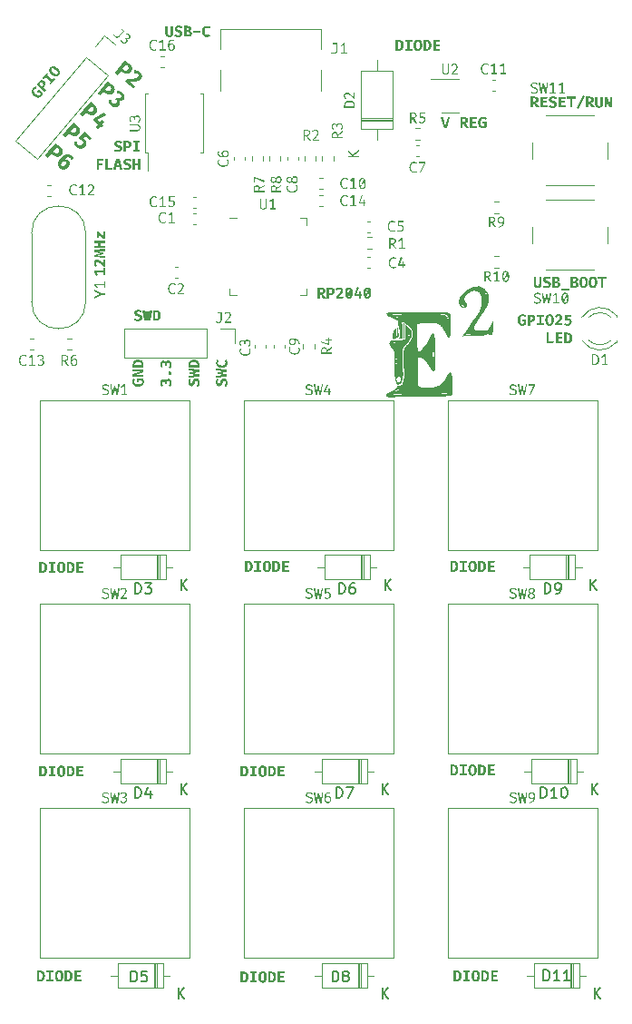
<source format=gbr>
%TF.GenerationSoftware,KiCad,Pcbnew,(6.99.0-4059-gb058ef2d87)*%
%TF.CreationDate,2022-11-01T12:35:59-04:00*%
%TF.ProjectId,rp2040_keyboard,72703230-3430-45f6-9b65-79626f617264,rev?*%
%TF.SameCoordinates,Original*%
%TF.FileFunction,Legend,Top*%
%TF.FilePolarity,Positive*%
%FSLAX46Y46*%
G04 Gerber Fmt 4.6, Leading zero omitted, Abs format (unit mm)*
G04 Created by KiCad (PCBNEW (6.99.0-4059-gb058ef2d87)) date 2022-11-01 12:35:59*
%MOMM*%
%LPD*%
G01*
G04 APERTURE LIST*
%ADD10C,0.200000*%
%ADD11C,0.150000*%
%ADD12C,0.120000*%
G04 APERTURE END LIST*
D10*
G36*
X152801116Y-74029581D02*
G01*
X152801116Y-74699539D01*
X152800955Y-74712340D01*
X152800471Y-74724975D01*
X152799665Y-74737443D01*
X152798536Y-74749746D01*
X152797085Y-74761883D01*
X152795311Y-74773854D01*
X152793215Y-74785658D01*
X152790797Y-74797297D01*
X152788056Y-74808770D01*
X152784992Y-74820077D01*
X152781606Y-74831217D01*
X152777898Y-74842192D01*
X152773867Y-74853001D01*
X152769513Y-74863643D01*
X152764837Y-74874120D01*
X152759839Y-74884431D01*
X152754519Y-74894495D01*
X152748879Y-74904295D01*
X152742918Y-74913829D01*
X152736636Y-74923097D01*
X152730034Y-74932101D01*
X152723111Y-74940839D01*
X152715868Y-74949313D01*
X152708304Y-74957520D01*
X152700419Y-74965463D01*
X152692214Y-74973141D01*
X152683689Y-74980553D01*
X152674842Y-74987700D01*
X152665676Y-74994581D01*
X152656188Y-75001198D01*
X152646381Y-75007549D01*
X152636252Y-75013635D01*
X152625833Y-75019403D01*
X152615091Y-75024798D01*
X152604026Y-75029821D01*
X152592640Y-75034472D01*
X152580930Y-75038751D01*
X152568898Y-75042658D01*
X152556544Y-75046193D01*
X152543867Y-75049356D01*
X152530868Y-75052146D01*
X152517546Y-75054565D01*
X152503902Y-75056611D01*
X152489935Y-75058286D01*
X152475646Y-75059588D01*
X152461035Y-75060518D01*
X152446100Y-75061077D01*
X152430844Y-75061263D01*
X152415468Y-75061084D01*
X152400420Y-75060549D01*
X152385701Y-75059657D01*
X152371310Y-75058408D01*
X152357247Y-75056802D01*
X152343512Y-75054840D01*
X152330105Y-75052520D01*
X152317027Y-75049844D01*
X152304276Y-75046811D01*
X152291854Y-75043421D01*
X152279761Y-75039675D01*
X152267995Y-75035571D01*
X152256558Y-75031111D01*
X152245448Y-75026294D01*
X152234667Y-75021120D01*
X152224214Y-75015589D01*
X152214117Y-75009711D01*
X152204339Y-75003556D01*
X152194882Y-74997125D01*
X152185746Y-74990417D01*
X152176931Y-74983432D01*
X152168435Y-74976171D01*
X152160261Y-74968633D01*
X152152407Y-74960818D01*
X152144874Y-74952726D01*
X152137661Y-74944358D01*
X152130769Y-74935713D01*
X152124197Y-74926792D01*
X152117946Y-74917593D01*
X152112015Y-74908119D01*
X152106405Y-74898367D01*
X152101116Y-74888339D01*
X152096177Y-74878070D01*
X152091556Y-74867597D01*
X152087254Y-74856920D01*
X152083271Y-74846039D01*
X152079606Y-74834953D01*
X152076261Y-74823664D01*
X152073233Y-74812170D01*
X152070525Y-74800472D01*
X152068135Y-74788570D01*
X152066063Y-74776464D01*
X152064311Y-74764154D01*
X152062877Y-74751639D01*
X152061761Y-74738920D01*
X152060965Y-74725997D01*
X152060487Y-74712870D01*
X152060327Y-74699539D01*
X152060327Y-74029581D01*
X152296510Y-74029581D01*
X152296510Y-74616741D01*
X152296606Y-74633633D01*
X152296892Y-74649996D01*
X152297369Y-74665828D01*
X152298037Y-74681129D01*
X152298896Y-74695900D01*
X152299945Y-74710141D01*
X152301185Y-74723851D01*
X152302616Y-74737030D01*
X152304238Y-74749679D01*
X152306051Y-74761798D01*
X152308055Y-74773386D01*
X152310249Y-74784444D01*
X152312634Y-74794971D01*
X152315210Y-74804968D01*
X152317977Y-74814434D01*
X152320935Y-74823370D01*
X152326051Y-74835766D01*
X152332240Y-74846943D01*
X152339503Y-74856901D01*
X152347839Y-74865639D01*
X152357249Y-74873158D01*
X152367732Y-74879458D01*
X152379288Y-74884539D01*
X152391918Y-74888400D01*
X152405621Y-74891042D01*
X152415352Y-74892125D01*
X152425561Y-74892667D01*
X152430844Y-74892735D01*
X152441261Y-74892464D01*
X152451204Y-74891651D01*
X152465227Y-74889416D01*
X152478180Y-74885961D01*
X152490065Y-74881287D01*
X152500881Y-74875394D01*
X152510627Y-74868281D01*
X152519305Y-74859949D01*
X152526913Y-74850398D01*
X152533453Y-74839627D01*
X152538923Y-74827638D01*
X152540509Y-74823370D01*
X152544874Y-74809767D01*
X152547545Y-74800036D01*
X152550026Y-74789774D01*
X152552316Y-74778981D01*
X152554415Y-74767658D01*
X152556323Y-74755805D01*
X152558040Y-74743421D01*
X152559567Y-74730507D01*
X152560902Y-74717062D01*
X152562047Y-74703087D01*
X152563001Y-74688581D01*
X152563764Y-74673545D01*
X152564337Y-74657978D01*
X152564719Y-74641881D01*
X152564909Y-74625253D01*
X152564933Y-74616741D01*
X152564933Y-74029581D01*
X152801116Y-74029581D01*
G37*
G36*
X153676238Y-74737885D02*
G01*
X153676048Y-74749675D01*
X153675479Y-74761294D01*
X153674529Y-74772741D01*
X153673200Y-74784016D01*
X153671492Y-74795120D01*
X153669403Y-74806052D01*
X153666935Y-74816812D01*
X153664087Y-74827400D01*
X153660859Y-74837817D01*
X153657252Y-74848061D01*
X153653265Y-74858135D01*
X153648898Y-74868036D01*
X153644152Y-74877766D01*
X153639025Y-74887324D01*
X153633520Y-74896710D01*
X153627634Y-74905924D01*
X153621425Y-74914899D01*
X153614887Y-74923628D01*
X153608022Y-74932111D01*
X153600828Y-74940347D01*
X153593306Y-74948337D01*
X153585456Y-74956082D01*
X153577278Y-74963580D01*
X153568771Y-74970832D01*
X153559937Y-74977837D01*
X153550774Y-74984597D01*
X153541283Y-74991111D01*
X153531463Y-74997378D01*
X153521316Y-75003399D01*
X153510840Y-75009174D01*
X153500036Y-75014703D01*
X153488904Y-75019986D01*
X153477464Y-75024984D01*
X153465735Y-75029660D01*
X153453719Y-75034013D01*
X153441414Y-75038044D01*
X153428821Y-75041753D01*
X153415940Y-75045139D01*
X153402771Y-75048202D01*
X153389314Y-75050943D01*
X153375569Y-75053362D01*
X153361535Y-75055458D01*
X153347213Y-75057232D01*
X153332604Y-75058683D01*
X153317706Y-75059811D01*
X153302520Y-75060618D01*
X153287046Y-75061101D01*
X153271284Y-75061263D01*
X153253875Y-75061110D01*
X153236822Y-75060652D01*
X153220124Y-75059889D01*
X153203781Y-75058820D01*
X153187793Y-75057446D01*
X153172159Y-75055767D01*
X153156881Y-75053783D01*
X153141957Y-75051493D01*
X153127388Y-75048898D01*
X153113174Y-75045997D01*
X153099316Y-75042792D01*
X153085812Y-75039281D01*
X153072663Y-75035464D01*
X153059868Y-75031343D01*
X153047429Y-75026916D01*
X153035345Y-75022184D01*
X153023596Y-75017226D01*
X153012104Y-75012124D01*
X153000867Y-75006877D01*
X152989885Y-75001484D01*
X152979160Y-74995947D01*
X152968690Y-74990264D01*
X152958475Y-74984437D01*
X152948517Y-74978464D01*
X152938814Y-74972347D01*
X152929366Y-74966084D01*
X152920175Y-74959677D01*
X152911239Y-74953124D01*
X152902559Y-74946426D01*
X152894134Y-74939584D01*
X152885966Y-74932596D01*
X152878053Y-74925464D01*
X152997243Y-74789176D01*
X153007694Y-74798275D01*
X153018346Y-74806979D01*
X153029200Y-74815288D01*
X153040257Y-74823202D01*
X153051514Y-74830721D01*
X153062974Y-74837845D01*
X153074635Y-74844574D01*
X153086499Y-74850908D01*
X153098564Y-74856848D01*
X153110830Y-74862392D01*
X153119120Y-74865868D01*
X153131780Y-74870670D01*
X153144663Y-74874999D01*
X153157769Y-74878856D01*
X153171098Y-74882240D01*
X153184651Y-74885153D01*
X153198427Y-74887593D01*
X153212426Y-74889560D01*
X153226648Y-74891056D01*
X153241094Y-74892079D01*
X153255763Y-74892630D01*
X153265666Y-74892735D01*
X153279295Y-74892447D01*
X153292431Y-74891584D01*
X153305072Y-74890146D01*
X153317220Y-74888133D01*
X153328875Y-74885544D01*
X153340035Y-74882380D01*
X153350702Y-74878640D01*
X153360875Y-74874325D01*
X153370554Y-74869435D01*
X153379740Y-74863970D01*
X153385589Y-74860006D01*
X153393795Y-74853588D01*
X153401194Y-74846697D01*
X153407786Y-74839334D01*
X153415319Y-74828782D01*
X153421417Y-74817390D01*
X153425050Y-74808296D01*
X153427875Y-74798729D01*
X153429893Y-74788689D01*
X153431103Y-74778178D01*
X153431507Y-74767194D01*
X153431168Y-74756876D01*
X153430150Y-74746987D01*
X153427738Y-74734469D01*
X153424120Y-74722715D01*
X153419297Y-74711724D01*
X153413267Y-74701497D01*
X153406031Y-74692032D01*
X153397590Y-74683331D01*
X153392916Y-74679267D01*
X153385149Y-74673307D01*
X153376227Y-74667334D01*
X153366150Y-74661349D01*
X153354918Y-74655350D01*
X153342531Y-74649339D01*
X153328989Y-74643314D01*
X153319319Y-74639291D01*
X153309136Y-74635262D01*
X153298440Y-74631227D01*
X153287231Y-74627187D01*
X153275508Y-74623141D01*
X153263272Y-74619089D01*
X153250523Y-74615031D01*
X153239722Y-74611592D01*
X153229117Y-74608116D01*
X153218709Y-74604601D01*
X153208498Y-74601048D01*
X153198483Y-74597457D01*
X153188665Y-74593828D01*
X153179043Y-74590160D01*
X153169617Y-74586454D01*
X153160389Y-74582711D01*
X153151356Y-74578929D01*
X153133882Y-74571250D01*
X153117193Y-74563419D01*
X153101290Y-74555436D01*
X153086174Y-74547299D01*
X153071844Y-74539010D01*
X153058300Y-74530569D01*
X153045542Y-74521974D01*
X153033570Y-74513227D01*
X153022385Y-74504328D01*
X153011985Y-74495276D01*
X153002372Y-74486071D01*
X152993470Y-74476624D01*
X152985142Y-74466848D01*
X152977388Y-74456742D01*
X152970208Y-74446305D01*
X152963603Y-74435538D01*
X152957573Y-74424441D01*
X152952116Y-74413014D01*
X152947234Y-74401257D01*
X152942927Y-74389170D01*
X152939193Y-74376753D01*
X152936034Y-74364006D01*
X152933450Y-74350928D01*
X152931440Y-74337520D01*
X152930004Y-74323783D01*
X152929142Y-74309715D01*
X152928855Y-74295317D01*
X152929053Y-74283700D01*
X152929645Y-74272297D01*
X152930632Y-74261108D01*
X152932015Y-74250132D01*
X152933792Y-74239370D01*
X152935965Y-74228822D01*
X152938532Y-74218487D01*
X152941495Y-74208367D01*
X152944852Y-74198459D01*
X152948604Y-74188766D01*
X152952752Y-74179286D01*
X152957294Y-74170020D01*
X152962231Y-74160968D01*
X152967564Y-74152130D01*
X152973291Y-74143505D01*
X152979413Y-74135094D01*
X152985898Y-74126883D01*
X152992652Y-74118920D01*
X152999675Y-74111206D01*
X153006967Y-74103739D01*
X153014528Y-74096521D01*
X153022358Y-74089550D01*
X153030457Y-74082828D01*
X153038825Y-74076353D01*
X153047463Y-74070127D01*
X153056369Y-74064149D01*
X153065544Y-74058419D01*
X153074989Y-74052937D01*
X153084702Y-74047702D01*
X153094684Y-74042716D01*
X153104936Y-74037979D01*
X153115457Y-74033489D01*
X153126210Y-74029230D01*
X153137099Y-74025245D01*
X153148123Y-74021536D01*
X153159283Y-74018101D01*
X153170578Y-74014941D01*
X153182009Y-74012056D01*
X153193575Y-74009446D01*
X153205277Y-74007110D01*
X153217114Y-74005050D01*
X153229087Y-74003264D01*
X153241195Y-74001752D01*
X153253439Y-74000516D01*
X153265818Y-73999554D01*
X153278332Y-73998867D01*
X153290982Y-73998455D01*
X153303768Y-73998318D01*
X153318102Y-73998446D01*
X153332222Y-73998829D01*
X153346129Y-73999468D01*
X153359822Y-74000363D01*
X153373301Y-74001514D01*
X153386566Y-74002920D01*
X153399618Y-74004582D01*
X153412456Y-74006500D01*
X153425080Y-74008673D01*
X153437491Y-74011102D01*
X153449688Y-74013787D01*
X153461671Y-74016728D01*
X153473440Y-74019924D01*
X153484996Y-74023376D01*
X153496338Y-74027083D01*
X153507466Y-74031046D01*
X153518426Y-74035216D01*
X153529200Y-74039602D01*
X153539789Y-74044207D01*
X153550194Y-74049029D01*
X153560413Y-74054068D01*
X153570447Y-74059325D01*
X153580296Y-74064799D01*
X153589959Y-74070491D01*
X153599438Y-74076401D01*
X153608732Y-74082528D01*
X153617840Y-74088873D01*
X153626764Y-74095435D01*
X153635502Y-74102214D01*
X153644055Y-74109212D01*
X153652424Y-74116426D01*
X153660607Y-74123859D01*
X153549232Y-74262344D01*
X153539729Y-74253452D01*
X153530089Y-74245002D01*
X153520312Y-74236994D01*
X153510397Y-74229429D01*
X153500345Y-74222305D01*
X153490156Y-74215624D01*
X153479829Y-74209385D01*
X153469364Y-74203589D01*
X153458763Y-74198234D01*
X153448024Y-74193322D01*
X153440788Y-74190293D01*
X153429869Y-74186102D01*
X153418912Y-74182324D01*
X153407916Y-74178958D01*
X153396882Y-74176004D01*
X153385808Y-74173463D01*
X153374697Y-74171333D01*
X153363546Y-74169616D01*
X153352357Y-74168311D01*
X153341129Y-74167418D01*
X153329863Y-74166937D01*
X153322330Y-74166845D01*
X153309923Y-74167069D01*
X153297978Y-74167738D01*
X153286498Y-74168855D01*
X153275481Y-74170417D01*
X153264928Y-74172427D01*
X153254839Y-74174882D01*
X153245213Y-74177785D01*
X153233101Y-74182349D01*
X153221812Y-74187707D01*
X153213886Y-74192247D01*
X153204327Y-74198971D01*
X153196041Y-74206443D01*
X153189031Y-74214663D01*
X153183295Y-74223632D01*
X153178834Y-74233348D01*
X153175647Y-74243812D01*
X153173735Y-74255025D01*
X153173098Y-74266985D01*
X153173533Y-74276886D01*
X153175205Y-74288106D01*
X153178130Y-74298604D01*
X153182309Y-74308382D01*
X153187741Y-74317438D01*
X153190928Y-74321695D01*
X153198633Y-74329853D01*
X153206470Y-74336519D01*
X153215596Y-74343066D01*
X153226010Y-74349495D01*
X153235268Y-74354551D01*
X153245351Y-74359531D01*
X153253454Y-74363217D01*
X153265105Y-74368197D01*
X153274550Y-74372057D01*
X153284600Y-74376025D01*
X153295255Y-74380100D01*
X153306516Y-74384282D01*
X153318382Y-74388572D01*
X153330853Y-74392969D01*
X153343930Y-74397474D01*
X153357612Y-74402085D01*
X153367070Y-74405220D01*
X153376796Y-74408401D01*
X153388474Y-74412140D01*
X153399938Y-74415969D01*
X153411189Y-74419888D01*
X153422226Y-74423896D01*
X153433049Y-74427993D01*
X153443658Y-74432181D01*
X153454053Y-74436458D01*
X153464235Y-74440825D01*
X153474204Y-74445281D01*
X153483958Y-74449827D01*
X153493499Y-74454463D01*
X153502826Y-74459189D01*
X153511939Y-74464004D01*
X153520839Y-74468909D01*
X153529525Y-74473903D01*
X153537997Y-74478988D01*
X153550311Y-74486822D01*
X153562068Y-74495030D01*
X153573266Y-74503612D01*
X153583907Y-74512567D01*
X153593989Y-74521896D01*
X153603513Y-74531598D01*
X153612479Y-74541674D01*
X153620887Y-74552123D01*
X153628736Y-74562946D01*
X153636028Y-74574142D01*
X153640579Y-74581814D01*
X153646951Y-74593686D01*
X153652697Y-74606128D01*
X153657816Y-74619142D01*
X153662309Y-74632727D01*
X153666174Y-74646883D01*
X153668403Y-74656637D01*
X153670353Y-74666646D01*
X153672024Y-74676908D01*
X153673417Y-74687423D01*
X153674532Y-74698193D01*
X153675368Y-74709216D01*
X153675925Y-74720493D01*
X153676203Y-74732024D01*
X153676238Y-74737885D01*
G37*
G36*
X154129856Y-74017461D02*
G01*
X154142490Y-74017739D01*
X154154998Y-74018202D01*
X154167380Y-74018849D01*
X154179636Y-74019682D01*
X154191766Y-74020700D01*
X154203770Y-74021903D01*
X154215648Y-74023292D01*
X154227401Y-74024865D01*
X154239027Y-74026623D01*
X154250528Y-74028567D01*
X154261902Y-74030695D01*
X154273151Y-74033009D01*
X154284273Y-74035508D01*
X154295270Y-74038191D01*
X154306140Y-74041060D01*
X154316817Y-74044122D01*
X154327229Y-74047445D01*
X154337379Y-74051029D01*
X154347265Y-74054875D01*
X154356888Y-74058982D01*
X154366247Y-74063351D01*
X154375343Y-74067981D01*
X154384176Y-74072873D01*
X154392746Y-74078026D01*
X154401052Y-74083440D01*
X154409095Y-74089116D01*
X154416874Y-74095053D01*
X154428050Y-74104449D01*
X154438633Y-74114433D01*
X154445359Y-74121416D01*
X154454831Y-74132458D01*
X154463371Y-74144242D01*
X154470979Y-74156770D01*
X154475534Y-74165534D01*
X154479675Y-74174628D01*
X154483401Y-74184052D01*
X154486714Y-74193807D01*
X154489612Y-74203891D01*
X154492097Y-74214306D01*
X154494167Y-74225051D01*
X154495823Y-74236126D01*
X154497066Y-74247531D01*
X154497894Y-74259266D01*
X154498308Y-74271331D01*
X154498360Y-74277487D01*
X154498146Y-74288732D01*
X154497505Y-74299690D01*
X154496436Y-74310363D01*
X154494940Y-74320749D01*
X154493017Y-74330849D01*
X154490666Y-74340662D01*
X154487888Y-74350190D01*
X154484682Y-74359431D01*
X154479072Y-74372756D01*
X154472500Y-74385437D01*
X154464967Y-74397474D01*
X154456472Y-74408867D01*
X154447015Y-74419616D01*
X154443649Y-74423056D01*
X154433271Y-74432957D01*
X154422563Y-74442236D01*
X154411524Y-74450892D01*
X154400155Y-74458925D01*
X154388455Y-74466336D01*
X154376424Y-74473125D01*
X154364063Y-74479291D01*
X154351371Y-74484834D01*
X154338349Y-74489755D01*
X154324996Y-74494053D01*
X154315910Y-74496573D01*
X154325839Y-74498366D01*
X154335751Y-74500446D01*
X154345646Y-74502813D01*
X154355523Y-74505469D01*
X154365384Y-74508412D01*
X154375227Y-74511643D01*
X154385053Y-74515161D01*
X154394862Y-74518967D01*
X154404653Y-74523061D01*
X154414428Y-74527442D01*
X154420935Y-74530523D01*
X154430574Y-74535411D01*
X154439891Y-74540732D01*
X154448886Y-74546488D01*
X154457560Y-74552676D01*
X154465911Y-74559299D01*
X154473940Y-74566355D01*
X154481647Y-74573845D01*
X154489033Y-74581768D01*
X154496096Y-74590125D01*
X154502837Y-74598916D01*
X154507152Y-74605017D01*
X154513263Y-74614542D01*
X154518773Y-74624617D01*
X154523682Y-74635242D01*
X154527989Y-74646416D01*
X154531696Y-74658140D01*
X154534801Y-74670413D01*
X154537306Y-74683236D01*
X154539209Y-74696608D01*
X154540512Y-74710530D01*
X154541213Y-74725001D01*
X154541346Y-74734954D01*
X154541217Y-74745737D01*
X154540827Y-74756287D01*
X154540179Y-74766605D01*
X154539270Y-74776689D01*
X154538102Y-74786541D01*
X154535864Y-74800882D01*
X154533042Y-74814699D01*
X154529636Y-74827993D01*
X154525646Y-74840763D01*
X154521072Y-74853009D01*
X154515915Y-74864731D01*
X154510173Y-74875929D01*
X154508129Y-74879546D01*
X154501732Y-74890091D01*
X154494906Y-74900203D01*
X154487650Y-74909880D01*
X154479965Y-74919125D01*
X154471851Y-74927935D01*
X154463307Y-74936312D01*
X154454334Y-74944256D01*
X154444931Y-74951765D01*
X154435100Y-74958842D01*
X154424839Y-74965484D01*
X154417759Y-74969672D01*
X154406856Y-74975643D01*
X154395669Y-74981284D01*
X154384198Y-74986594D01*
X154372445Y-74991573D01*
X154360408Y-74996222D01*
X154348087Y-75000541D01*
X154335483Y-75004528D01*
X154322596Y-75008186D01*
X154309426Y-75011512D01*
X154295972Y-75014508D01*
X154286845Y-75016322D01*
X154272992Y-75018766D01*
X154259002Y-75020970D01*
X154244874Y-75022934D01*
X154230608Y-75024657D01*
X154216206Y-75026139D01*
X154201666Y-75027382D01*
X154191896Y-75028076D01*
X154182065Y-75028664D01*
X154172173Y-75029145D01*
X154162220Y-75029519D01*
X154152206Y-75029786D01*
X154142131Y-75029946D01*
X154131995Y-75030000D01*
X153801779Y-75030000D01*
X153801779Y-74861472D01*
X154037229Y-74861472D01*
X154124180Y-74861472D01*
X154135564Y-74861319D01*
X154146757Y-74860861D01*
X154157759Y-74860098D01*
X154168571Y-74859030D01*
X154179191Y-74857656D01*
X154189621Y-74855976D01*
X154199860Y-74853992D01*
X154209909Y-74851702D01*
X154219621Y-74848913D01*
X154228853Y-74845550D01*
X154239716Y-74840543D01*
X154249828Y-74834641D01*
X154259189Y-74827844D01*
X154267798Y-74820153D01*
X154274145Y-74813356D01*
X154281181Y-74803858D01*
X154287025Y-74793072D01*
X154290841Y-74783516D01*
X154293894Y-74773136D01*
X154296184Y-74761932D01*
X154297710Y-74749903D01*
X154298474Y-74737049D01*
X154298569Y-74730314D01*
X154298393Y-74720493D01*
X154297472Y-74706489D01*
X154295760Y-74693357D01*
X154293259Y-74681095D01*
X154289967Y-74669706D01*
X154285885Y-74659188D01*
X154281014Y-74649542D01*
X154275353Y-74640767D01*
X154268901Y-74632863D01*
X154261660Y-74625832D01*
X154253628Y-74619672D01*
X154244984Y-74614172D01*
X154235811Y-74609213D01*
X154226110Y-74604795D01*
X154215881Y-74600918D01*
X154205124Y-74597582D01*
X154193839Y-74594787D01*
X154182026Y-74592533D01*
X154169685Y-74590820D01*
X154156816Y-74589648D01*
X154143418Y-74589017D01*
X154134193Y-74588897D01*
X154037229Y-74588897D01*
X154037229Y-74861472D01*
X153801779Y-74861472D01*
X153801779Y-74420369D01*
X154037229Y-74420369D01*
X154117096Y-74420369D01*
X154130970Y-74420120D01*
X154144104Y-74419373D01*
X154156501Y-74418128D01*
X154168159Y-74416385D01*
X154179078Y-74414144D01*
X154189259Y-74411405D01*
X154198701Y-74408168D01*
X154210143Y-74403077D01*
X154220271Y-74397100D01*
X154227006Y-74392037D01*
X154235020Y-74384336D01*
X154241966Y-74375520D01*
X154247843Y-74365590D01*
X154252651Y-74354546D01*
X154256391Y-74342387D01*
X154258495Y-74332537D01*
X154259998Y-74322060D01*
X154260899Y-74310956D01*
X154261200Y-74299225D01*
X154260876Y-74288253D01*
X154259903Y-74277870D01*
X154258282Y-74268075D01*
X154255113Y-74255929D01*
X154250791Y-74244830D01*
X154245317Y-74234776D01*
X154238690Y-74225767D01*
X154230910Y-74217804D01*
X154224319Y-74212519D01*
X154214462Y-74206279D01*
X154203329Y-74200871D01*
X154194144Y-74197362D01*
X154184241Y-74194320D01*
X154173622Y-74191746D01*
X154162285Y-74189640D01*
X154150232Y-74188002D01*
X154137461Y-74186832D01*
X154123974Y-74186130D01*
X154109769Y-74185896D01*
X154037229Y-74185896D01*
X154037229Y-74420369D01*
X153801779Y-74420369D01*
X153801779Y-74017369D01*
X154117096Y-74017369D01*
X154129856Y-74017461D01*
G37*
G36*
X154653942Y-75295736D02*
G01*
X154653942Y-75108157D01*
X155371772Y-75108157D01*
X155371772Y-75295736D01*
X154653942Y-75295736D01*
G37*
G36*
X155851280Y-74017461D02*
G01*
X155863914Y-74017739D01*
X155876422Y-74018202D01*
X155888804Y-74018849D01*
X155901060Y-74019682D01*
X155913190Y-74020700D01*
X155925194Y-74021903D01*
X155937072Y-74023292D01*
X155948824Y-74024865D01*
X155960451Y-74026623D01*
X155971951Y-74028567D01*
X155983326Y-74030695D01*
X155994574Y-74033009D01*
X156005697Y-74035508D01*
X156016693Y-74038191D01*
X156027564Y-74041060D01*
X156038240Y-74044122D01*
X156048653Y-74047445D01*
X156058802Y-74051029D01*
X156068688Y-74054875D01*
X156078311Y-74058982D01*
X156087671Y-74063351D01*
X156096767Y-74067981D01*
X156105600Y-74072873D01*
X156114169Y-74078026D01*
X156122475Y-74083440D01*
X156130518Y-74089116D01*
X156138298Y-74095053D01*
X156149473Y-74104449D01*
X156160056Y-74114433D01*
X156166782Y-74121416D01*
X156176254Y-74132458D01*
X156184794Y-74144242D01*
X156192403Y-74156770D01*
X156196958Y-74165534D01*
X156201098Y-74174628D01*
X156204825Y-74184052D01*
X156208138Y-74193807D01*
X156211036Y-74203891D01*
X156213520Y-74214306D01*
X156215591Y-74225051D01*
X156217247Y-74236126D01*
X156218489Y-74247531D01*
X156219317Y-74259266D01*
X156219731Y-74271331D01*
X156219783Y-74277487D01*
X156219569Y-74288732D01*
X156218928Y-74299690D01*
X156217860Y-74310363D01*
X156216364Y-74320749D01*
X156214440Y-74330849D01*
X156212090Y-74340662D01*
X156209311Y-74350190D01*
X156206106Y-74359431D01*
X156200496Y-74372756D01*
X156193924Y-74385437D01*
X156186391Y-74397474D01*
X156177896Y-74408867D01*
X156168439Y-74419616D01*
X156165073Y-74423056D01*
X156154695Y-74432957D01*
X156143987Y-74442236D01*
X156132948Y-74450892D01*
X156121578Y-74458925D01*
X156109878Y-74466336D01*
X156097848Y-74473125D01*
X156085487Y-74479291D01*
X156072795Y-74484834D01*
X156059772Y-74489755D01*
X156046419Y-74494053D01*
X156037334Y-74496573D01*
X156047263Y-74498366D01*
X156057175Y-74500446D01*
X156067069Y-74502813D01*
X156076947Y-74505469D01*
X156086807Y-74508412D01*
X156096650Y-74511643D01*
X156106476Y-74515161D01*
X156116285Y-74518967D01*
X156126077Y-74523061D01*
X156135851Y-74527442D01*
X156142358Y-74530523D01*
X156151997Y-74535411D01*
X156161315Y-74540732D01*
X156170310Y-74546488D01*
X156178983Y-74552676D01*
X156187334Y-74559299D01*
X156195364Y-74566355D01*
X156203071Y-74573845D01*
X156210456Y-74581768D01*
X156217519Y-74590125D01*
X156224261Y-74598916D01*
X156228576Y-74605017D01*
X156234687Y-74614542D01*
X156240197Y-74624617D01*
X156245105Y-74635242D01*
X156249413Y-74646416D01*
X156253119Y-74658140D01*
X156256225Y-74670413D01*
X156258729Y-74683236D01*
X156260633Y-74696608D01*
X156261935Y-74710530D01*
X156262636Y-74725001D01*
X156262770Y-74734954D01*
X156262640Y-74745737D01*
X156262251Y-74756287D01*
X156261602Y-74766605D01*
X156260694Y-74776689D01*
X156259526Y-74786541D01*
X156257288Y-74800882D01*
X156254466Y-74814699D01*
X156251060Y-74827993D01*
X156247070Y-74840763D01*
X156242496Y-74853009D01*
X156237338Y-74864731D01*
X156231597Y-74875929D01*
X156229553Y-74879546D01*
X156223156Y-74890091D01*
X156216329Y-74900203D01*
X156209074Y-74909880D01*
X156201389Y-74919125D01*
X156193274Y-74927935D01*
X156184731Y-74936312D01*
X156175757Y-74944256D01*
X156166355Y-74951765D01*
X156156523Y-74958842D01*
X156146262Y-74965484D01*
X156139183Y-74969672D01*
X156128279Y-74975643D01*
X156117092Y-74981284D01*
X156105622Y-74986594D01*
X156093868Y-74991573D01*
X156081831Y-74996222D01*
X156069511Y-75000541D01*
X156056907Y-75004528D01*
X156044020Y-75008186D01*
X156030849Y-75011512D01*
X156017396Y-75014508D01*
X156008269Y-75016322D01*
X155994416Y-75018766D01*
X155980425Y-75020970D01*
X155966297Y-75022934D01*
X155952032Y-75024657D01*
X155937629Y-75026139D01*
X155923089Y-75027382D01*
X155913319Y-75028076D01*
X155903489Y-75028664D01*
X155893597Y-75029145D01*
X155883644Y-75029519D01*
X155873630Y-75029786D01*
X155863555Y-75029946D01*
X155853419Y-75030000D01*
X155523203Y-75030000D01*
X155523203Y-74861472D01*
X155758653Y-74861472D01*
X155845603Y-74861472D01*
X155856987Y-74861319D01*
X155868180Y-74860861D01*
X155879183Y-74860098D01*
X155889994Y-74859030D01*
X155900615Y-74857656D01*
X155911045Y-74855976D01*
X155921284Y-74853992D01*
X155931332Y-74851702D01*
X155941045Y-74848913D01*
X155950276Y-74845550D01*
X155961140Y-74840543D01*
X155971252Y-74834641D01*
X155980612Y-74827844D01*
X155989222Y-74820153D01*
X155995568Y-74813356D01*
X156002605Y-74803858D01*
X156008448Y-74793072D01*
X156012265Y-74783516D01*
X156015318Y-74773136D01*
X156017607Y-74761932D01*
X156019134Y-74749903D01*
X156019897Y-74737049D01*
X156019993Y-74730314D01*
X156019817Y-74720493D01*
X156018895Y-74706489D01*
X156017184Y-74693357D01*
X156014682Y-74681095D01*
X156011391Y-74669706D01*
X156007309Y-74659188D01*
X156002438Y-74649542D01*
X155996776Y-74640767D01*
X155990325Y-74632863D01*
X155983083Y-74625832D01*
X155975052Y-74619672D01*
X155966407Y-74614172D01*
X155957235Y-74609213D01*
X155947534Y-74604795D01*
X155937305Y-74600918D01*
X155926548Y-74597582D01*
X155915263Y-74594787D01*
X155903450Y-74592533D01*
X155891109Y-74590820D01*
X155878239Y-74589648D01*
X155864842Y-74589017D01*
X155855617Y-74588897D01*
X155758653Y-74588897D01*
X155758653Y-74861472D01*
X155523203Y-74861472D01*
X155523203Y-74420369D01*
X155758653Y-74420369D01*
X155838520Y-74420369D01*
X155852393Y-74420120D01*
X155865528Y-74419373D01*
X155877924Y-74418128D01*
X155889582Y-74416385D01*
X155900501Y-74414144D01*
X155910682Y-74411405D01*
X155920125Y-74408168D01*
X155931566Y-74403077D01*
X155941695Y-74397100D01*
X155948429Y-74392037D01*
X155956444Y-74384336D01*
X155963389Y-74375520D01*
X155969266Y-74365590D01*
X155974075Y-74354546D01*
X155977815Y-74342387D01*
X155979919Y-74332537D01*
X155981421Y-74322060D01*
X155982323Y-74310956D01*
X155982623Y-74299225D01*
X155982299Y-74288253D01*
X155981327Y-74277870D01*
X155979706Y-74268075D01*
X155976537Y-74255929D01*
X155972215Y-74244830D01*
X155966740Y-74234776D01*
X155960113Y-74225767D01*
X155952334Y-74217804D01*
X155945743Y-74212519D01*
X155935885Y-74206279D01*
X155924753Y-74200871D01*
X155915567Y-74197362D01*
X155905665Y-74194320D01*
X155895045Y-74191746D01*
X155883709Y-74189640D01*
X155871655Y-74188002D01*
X155858885Y-74186832D01*
X155845397Y-74186130D01*
X155831193Y-74185896D01*
X155758653Y-74185896D01*
X155758653Y-74420369D01*
X155523203Y-74420369D01*
X155523203Y-74017369D01*
X155838520Y-74017369D01*
X155851280Y-74017461D01*
G37*
G36*
X156750572Y-73998569D02*
G01*
X156766414Y-73999321D01*
X156781927Y-74000576D01*
X156797112Y-74002332D01*
X156811969Y-74004591D01*
X156826498Y-74007351D01*
X156840698Y-74010613D01*
X156854570Y-74014377D01*
X156868114Y-74018642D01*
X156881330Y-74023410D01*
X156894218Y-74028679D01*
X156906777Y-74034450D01*
X156919008Y-74040723D01*
X156930911Y-74047498D01*
X156942486Y-74054775D01*
X156953733Y-74062554D01*
X156964646Y-74070798D01*
X156975219Y-74079471D01*
X156985452Y-74088574D01*
X156995346Y-74098106D01*
X157004900Y-74108068D01*
X157014114Y-74118458D01*
X157022989Y-74129279D01*
X157031524Y-74140528D01*
X157039720Y-74152207D01*
X157047576Y-74164315D01*
X157055092Y-74176853D01*
X157062268Y-74189819D01*
X157069105Y-74203216D01*
X157075602Y-74217041D01*
X157081760Y-74231296D01*
X157087578Y-74245980D01*
X157093050Y-74261055D01*
X157098168Y-74276484D01*
X157102934Y-74292265D01*
X157107346Y-74308399D01*
X157111406Y-74324887D01*
X157115113Y-74341727D01*
X157118466Y-74358920D01*
X157121467Y-74376467D01*
X157124114Y-74394366D01*
X157126409Y-74412618D01*
X157128350Y-74431224D01*
X157129939Y-74450182D01*
X157131174Y-74469494D01*
X157131660Y-74479282D01*
X157132057Y-74489158D01*
X157132366Y-74499123D01*
X157132586Y-74509175D01*
X157132719Y-74519317D01*
X157132763Y-74529546D01*
X157132719Y-74539550D01*
X157132586Y-74549474D01*
X157132366Y-74559317D01*
X157131660Y-74578761D01*
X157130601Y-74597882D01*
X157129189Y-74616681D01*
X157127424Y-74635158D01*
X157125306Y-74653312D01*
X157122835Y-74671144D01*
X157120011Y-74688653D01*
X157116833Y-74705839D01*
X157113303Y-74722704D01*
X157109420Y-74739245D01*
X157105184Y-74755465D01*
X157100595Y-74771361D01*
X157095653Y-74786936D01*
X157090358Y-74802187D01*
X157087578Y-74809692D01*
X157081760Y-74824414D01*
X157075602Y-74838719D01*
X157069105Y-74852609D01*
X157062268Y-74866082D01*
X157055092Y-74879139D01*
X157047576Y-74891781D01*
X157039720Y-74904006D01*
X157031524Y-74915816D01*
X157022989Y-74927210D01*
X157014114Y-74938187D01*
X157004900Y-74948749D01*
X156995346Y-74958894D01*
X156985452Y-74968624D01*
X156975219Y-74977938D01*
X156964646Y-74986835D01*
X156953733Y-74995317D01*
X156942486Y-75003303D01*
X156930911Y-75010773D01*
X156919008Y-75017728D01*
X156906777Y-75024168D01*
X156894218Y-75030093D01*
X156881330Y-75035503D01*
X156868114Y-75040397D01*
X156854570Y-75044776D01*
X156840698Y-75048640D01*
X156826498Y-75051989D01*
X156811969Y-75054823D01*
X156797112Y-75057141D01*
X156781927Y-75058944D01*
X156766414Y-75060232D01*
X156750572Y-75061005D01*
X156734403Y-75061263D01*
X156718320Y-75061011D01*
X156702556Y-75060255D01*
X156687110Y-75058996D01*
X156671984Y-75057233D01*
X156657175Y-75054966D01*
X156642686Y-75052195D01*
X156628515Y-75048921D01*
X156614663Y-75045143D01*
X156601129Y-75040861D01*
X156587914Y-75036075D01*
X156575018Y-75030786D01*
X156562441Y-75024993D01*
X156550182Y-75018696D01*
X156538241Y-75011895D01*
X156526620Y-75004591D01*
X156515317Y-74996782D01*
X156504374Y-74988479D01*
X156493770Y-74979750D01*
X156483506Y-74970596D01*
X156473582Y-74961016D01*
X156463997Y-74951011D01*
X156454752Y-74940580D01*
X156445847Y-74929724D01*
X156437281Y-74918442D01*
X156429055Y-74906734D01*
X156421169Y-74894601D01*
X156413622Y-74882043D01*
X156406415Y-74869059D01*
X156399548Y-74855649D01*
X156393020Y-74841814D01*
X156386832Y-74827554D01*
X156380983Y-74812868D01*
X156375512Y-74797793D01*
X156370393Y-74782368D01*
X156365628Y-74766591D01*
X156361215Y-74750464D01*
X156357155Y-74733985D01*
X156353449Y-74717155D01*
X156350095Y-74699974D01*
X156347095Y-74682442D01*
X156344447Y-74664559D01*
X156342153Y-74646325D01*
X156340211Y-74627739D01*
X156338623Y-74608803D01*
X156337387Y-74589515D01*
X156336902Y-74579740D01*
X156336505Y-74569877D01*
X156336196Y-74559926D01*
X156335975Y-74549887D01*
X156335843Y-74539760D01*
X156335800Y-74529790D01*
X156577110Y-74529790D01*
X156577147Y-74541595D01*
X156577256Y-74553196D01*
X156577439Y-74564594D01*
X156577694Y-74575788D01*
X156578023Y-74586778D01*
X156578424Y-74597565D01*
X156578899Y-74608147D01*
X156579446Y-74618527D01*
X156580066Y-74628702D01*
X156580760Y-74638674D01*
X156581526Y-74648442D01*
X156583278Y-74667367D01*
X156585321Y-74685477D01*
X156587657Y-74702773D01*
X156590285Y-74719253D01*
X156593204Y-74734919D01*
X156596415Y-74749770D01*
X156599919Y-74763807D01*
X156603714Y-74777028D01*
X156607801Y-74789435D01*
X156612181Y-74801027D01*
X156614480Y-74806517D01*
X156619327Y-74816958D01*
X156624528Y-74826725D01*
X156630082Y-74835818D01*
X156635988Y-74844238D01*
X156642248Y-74851984D01*
X156652299Y-74862340D01*
X156663145Y-74871181D01*
X156674785Y-74878506D01*
X156687219Y-74884315D01*
X156700448Y-74888609D01*
X156714470Y-74891388D01*
X156724260Y-74892398D01*
X156734403Y-74892735D01*
X156744952Y-74892393D01*
X156755106Y-74891369D01*
X156764865Y-74889661D01*
X156778764Y-74885818D01*
X156791773Y-74880439D01*
X156803894Y-74873522D01*
X156815126Y-74865069D01*
X156825469Y-74855078D01*
X156831871Y-74847564D01*
X156837878Y-74839367D01*
X156843490Y-74830486D01*
X156848707Y-74820922D01*
X156853529Y-74810676D01*
X156855792Y-74805296D01*
X156860110Y-74793973D01*
X156864149Y-74781864D01*
X156867910Y-74768969D01*
X156871393Y-74755287D01*
X156874596Y-74740820D01*
X156877522Y-74725566D01*
X156880168Y-74709526D01*
X156882536Y-74692700D01*
X156884626Y-74675088D01*
X156886436Y-74656690D01*
X156887969Y-74637505D01*
X156888630Y-74627618D01*
X156889222Y-74617534D01*
X156889745Y-74607254D01*
X156890197Y-74596778D01*
X156890580Y-74586104D01*
X156890894Y-74575235D01*
X156891138Y-74564168D01*
X156891312Y-74552905D01*
X156891416Y-74541446D01*
X156891451Y-74529790D01*
X156891415Y-74517985D01*
X156891308Y-74506384D01*
X156891129Y-74494986D01*
X156890879Y-74483792D01*
X156890557Y-74472802D01*
X156890163Y-74462016D01*
X156889698Y-74451433D01*
X156889161Y-74441054D01*
X156888553Y-74430878D01*
X156887873Y-74420906D01*
X156887122Y-74411138D01*
X156885405Y-74392213D01*
X156883401Y-74374103D01*
X156881111Y-74356808D01*
X156878535Y-74340327D01*
X156875673Y-74324661D01*
X156872525Y-74309810D01*
X156869090Y-74295774D01*
X156865369Y-74282552D01*
X156861362Y-74270145D01*
X156857069Y-74258553D01*
X156854815Y-74253063D01*
X156850080Y-74242623D01*
X156844972Y-74232856D01*
X156839493Y-74223762D01*
X156833642Y-74215343D01*
X156827418Y-74207597D01*
X156817386Y-74197240D01*
X156806516Y-74188400D01*
X156794808Y-74181075D01*
X156782264Y-74175265D01*
X156768882Y-74170971D01*
X156754664Y-74168192D01*
X156744719Y-74167182D01*
X156734403Y-74166845D01*
X156724085Y-74167184D01*
X156714138Y-74168200D01*
X156699912Y-74170994D01*
X156686518Y-74175313D01*
X156673957Y-74181155D01*
X156662229Y-74188522D01*
X156651334Y-74197413D01*
X156641272Y-74207828D01*
X156635027Y-74215618D01*
X156629151Y-74224085D01*
X156623646Y-74233230D01*
X156618512Y-74243052D01*
X156613747Y-74253551D01*
X156609310Y-74264791D01*
X156605160Y-74276835D01*
X156601296Y-74289681D01*
X156597718Y-74303331D01*
X156594427Y-74317784D01*
X156591422Y-74333041D01*
X156588702Y-74349101D01*
X156586270Y-74365964D01*
X156584123Y-74383631D01*
X156582262Y-74402101D01*
X156580688Y-74421374D01*
X156580008Y-74431312D01*
X156579400Y-74441451D01*
X156578864Y-74451790D01*
X156578398Y-74462330D01*
X156578005Y-74473072D01*
X156577683Y-74484014D01*
X156577432Y-74495157D01*
X156577254Y-74506500D01*
X156577146Y-74518045D01*
X156577110Y-74529790D01*
X156335800Y-74529790D01*
X156335799Y-74529546D01*
X156335843Y-74519527D01*
X156335975Y-74509591D01*
X156336196Y-74499736D01*
X156336505Y-74489963D01*
X156337387Y-74470664D01*
X156338623Y-74451693D01*
X156340211Y-74433051D01*
X156342153Y-74414737D01*
X156344447Y-74396750D01*
X156347095Y-74379092D01*
X156350095Y-74361763D01*
X156353449Y-74344761D01*
X156357155Y-74328088D01*
X156361215Y-74311742D01*
X156365628Y-74295725D01*
X156370393Y-74280037D01*
X156375512Y-74264676D01*
X156380983Y-74249644D01*
X156386832Y-74234953D01*
X156393020Y-74220678D01*
X156399548Y-74206819D01*
X156406415Y-74193376D01*
X156413622Y-74180349D01*
X156421169Y-74167738D01*
X156429055Y-74155543D01*
X156437281Y-74143764D01*
X156445847Y-74132401D01*
X156454752Y-74121454D01*
X156463997Y-74110923D01*
X156473582Y-74100808D01*
X156483506Y-74091109D01*
X156493770Y-74081826D01*
X156504374Y-74072959D01*
X156515317Y-74064508D01*
X156526620Y-74056492D01*
X156538241Y-74048994D01*
X156550182Y-74042013D01*
X156562441Y-74035549D01*
X156575018Y-74029603D01*
X156587914Y-74024173D01*
X156601129Y-74019261D01*
X156614663Y-74014865D01*
X156628515Y-74010987D01*
X156642686Y-74007626D01*
X156657175Y-74004782D01*
X156671984Y-74002455D01*
X156687110Y-74000645D01*
X156702556Y-73999352D01*
X156718320Y-73998576D01*
X156734403Y-73998318D01*
X156750572Y-73998569D01*
G37*
G36*
X157611284Y-73998569D02*
G01*
X157627126Y-73999321D01*
X157642639Y-74000576D01*
X157657824Y-74002332D01*
X157672681Y-74004591D01*
X157687209Y-74007351D01*
X157701410Y-74010613D01*
X157715282Y-74014377D01*
X157728826Y-74018642D01*
X157742042Y-74023410D01*
X157754930Y-74028679D01*
X157767489Y-74034450D01*
X157779720Y-74040723D01*
X157791623Y-74047498D01*
X157803198Y-74054775D01*
X157814445Y-74062554D01*
X157825357Y-74070798D01*
X157835930Y-74079471D01*
X157846164Y-74088574D01*
X157856058Y-74098106D01*
X157865612Y-74108068D01*
X157874826Y-74118458D01*
X157883701Y-74129279D01*
X157892236Y-74140528D01*
X157900432Y-74152207D01*
X157908287Y-74164315D01*
X157915804Y-74176853D01*
X157922980Y-74189819D01*
X157929817Y-74203216D01*
X157936314Y-74217041D01*
X157942472Y-74231296D01*
X157948290Y-74245980D01*
X157953761Y-74261055D01*
X157958880Y-74276484D01*
X157963646Y-74292265D01*
X157968058Y-74308399D01*
X157972118Y-74324887D01*
X157975824Y-74341727D01*
X157979178Y-74358920D01*
X157982178Y-74376467D01*
X157984826Y-74394366D01*
X157987121Y-74412618D01*
X157989062Y-74431224D01*
X157990651Y-74450182D01*
X157991886Y-74469494D01*
X157992372Y-74479282D01*
X157992769Y-74489158D01*
X157993078Y-74499123D01*
X157993298Y-74509175D01*
X157993431Y-74519317D01*
X157993475Y-74529546D01*
X157993431Y-74539550D01*
X157993298Y-74549474D01*
X157993078Y-74559317D01*
X157992372Y-74578761D01*
X157991313Y-74597882D01*
X157989901Y-74616681D01*
X157988135Y-74635158D01*
X157986017Y-74653312D01*
X157983546Y-74671144D01*
X157980722Y-74688653D01*
X157977545Y-74705839D01*
X157974015Y-74722704D01*
X157970132Y-74739245D01*
X157965896Y-74755465D01*
X157961307Y-74771361D01*
X157956365Y-74786936D01*
X157951070Y-74802187D01*
X157948290Y-74809692D01*
X157942472Y-74824414D01*
X157936314Y-74838719D01*
X157929817Y-74852609D01*
X157922980Y-74866082D01*
X157915804Y-74879139D01*
X157908287Y-74891781D01*
X157900432Y-74904006D01*
X157892236Y-74915816D01*
X157883701Y-74927210D01*
X157874826Y-74938187D01*
X157865612Y-74948749D01*
X157856058Y-74958894D01*
X157846164Y-74968624D01*
X157835930Y-74977938D01*
X157825357Y-74986835D01*
X157814445Y-74995317D01*
X157803198Y-75003303D01*
X157791623Y-75010773D01*
X157779720Y-75017728D01*
X157767489Y-75024168D01*
X157754930Y-75030093D01*
X157742042Y-75035503D01*
X157728826Y-75040397D01*
X157715282Y-75044776D01*
X157701410Y-75048640D01*
X157687209Y-75051989D01*
X157672681Y-75054823D01*
X157657824Y-75057141D01*
X157642639Y-75058944D01*
X157627126Y-75060232D01*
X157611284Y-75061005D01*
X157595115Y-75061263D01*
X157579032Y-75061011D01*
X157563268Y-75060255D01*
X157547822Y-75058996D01*
X157532695Y-75057233D01*
X157517887Y-75054966D01*
X157503398Y-75052195D01*
X157489227Y-75048921D01*
X157475375Y-75045143D01*
X157461841Y-75040861D01*
X157448626Y-75036075D01*
X157435730Y-75030786D01*
X157423152Y-75024993D01*
X157410894Y-75018696D01*
X157398953Y-75011895D01*
X157387332Y-75004591D01*
X157376029Y-74996782D01*
X157365086Y-74988479D01*
X157354482Y-74979750D01*
X157344218Y-74970596D01*
X157334294Y-74961016D01*
X157324709Y-74951011D01*
X157315464Y-74940580D01*
X157306559Y-74929724D01*
X157297993Y-74918442D01*
X157289767Y-74906734D01*
X157281881Y-74894601D01*
X157274334Y-74882043D01*
X157267127Y-74869059D01*
X157260260Y-74855649D01*
X157253732Y-74841814D01*
X157247544Y-74827554D01*
X157241695Y-74812868D01*
X157236224Y-74797793D01*
X157231105Y-74782368D01*
X157226339Y-74766591D01*
X157221927Y-74750464D01*
X157217867Y-74733985D01*
X157214161Y-74717155D01*
X157210807Y-74699974D01*
X157207807Y-74682442D01*
X157205159Y-74664559D01*
X157202864Y-74646325D01*
X157200923Y-74627739D01*
X157199334Y-74608803D01*
X157198099Y-74589515D01*
X157197613Y-74579740D01*
X157197216Y-74569877D01*
X157196907Y-74559926D01*
X157196687Y-74549887D01*
X157196554Y-74539760D01*
X157196511Y-74529790D01*
X157437822Y-74529790D01*
X157437859Y-74541595D01*
X157437968Y-74553196D01*
X157438151Y-74564594D01*
X157438406Y-74575788D01*
X157438735Y-74586778D01*
X157439136Y-74597565D01*
X157439610Y-74608147D01*
X157440158Y-74618527D01*
X157440778Y-74628702D01*
X157441472Y-74638674D01*
X157442238Y-74648442D01*
X157443990Y-74667367D01*
X157446033Y-74685477D01*
X157448369Y-74702773D01*
X157450996Y-74719253D01*
X157453916Y-74734919D01*
X157457127Y-74749770D01*
X157460631Y-74763807D01*
X157464426Y-74777028D01*
X157468513Y-74789435D01*
X157472892Y-74801027D01*
X157475191Y-74806517D01*
X157480039Y-74816958D01*
X157485240Y-74826725D01*
X157490793Y-74835818D01*
X157496700Y-74844238D01*
X157502960Y-74851984D01*
X157513011Y-74862340D01*
X157523857Y-74871181D01*
X157535497Y-74878506D01*
X157547931Y-74884315D01*
X157561159Y-74888609D01*
X157575182Y-74891388D01*
X157584972Y-74892398D01*
X157595115Y-74892735D01*
X157605664Y-74892393D01*
X157615818Y-74891369D01*
X157625577Y-74889661D01*
X157639475Y-74885818D01*
X157652485Y-74880439D01*
X157664606Y-74873522D01*
X157675838Y-74865069D01*
X157686181Y-74855078D01*
X157692583Y-74847564D01*
X157698590Y-74839367D01*
X157704202Y-74830486D01*
X157709419Y-74820922D01*
X157714241Y-74810676D01*
X157716503Y-74805296D01*
X157720821Y-74793973D01*
X157724861Y-74781864D01*
X157728622Y-74768969D01*
X157732104Y-74755287D01*
X157735308Y-74740820D01*
X157738233Y-74725566D01*
X157740880Y-74709526D01*
X157743248Y-74692700D01*
X157745337Y-74675088D01*
X157747148Y-74656690D01*
X157748680Y-74637505D01*
X157749342Y-74627618D01*
X157749934Y-74617534D01*
X157750456Y-74607254D01*
X157750909Y-74596778D01*
X157751292Y-74586104D01*
X157751606Y-74575235D01*
X157751849Y-74564168D01*
X157752023Y-74552905D01*
X157752128Y-74541446D01*
X157752163Y-74529790D01*
X157752127Y-74517985D01*
X157752020Y-74506384D01*
X157751841Y-74494986D01*
X157751590Y-74483792D01*
X157751268Y-74472802D01*
X157750875Y-74462016D01*
X157750410Y-74451433D01*
X157749873Y-74441054D01*
X157749265Y-74430878D01*
X157748585Y-74420906D01*
X157747834Y-74411138D01*
X157746116Y-74392213D01*
X157744113Y-74374103D01*
X157741823Y-74356808D01*
X157739247Y-74340327D01*
X157736385Y-74324661D01*
X157733236Y-74309810D01*
X157729802Y-74295774D01*
X157726081Y-74282552D01*
X157722074Y-74270145D01*
X157717780Y-74258553D01*
X157715526Y-74253063D01*
X157710791Y-74242623D01*
X157705684Y-74232856D01*
X157700205Y-74223762D01*
X157694354Y-74215343D01*
X157688130Y-74207597D01*
X157678097Y-74197240D01*
X157667227Y-74188400D01*
X157655520Y-74181075D01*
X157642976Y-74175265D01*
X157629594Y-74170971D01*
X157615375Y-74168192D01*
X157605431Y-74167182D01*
X157595115Y-74166845D01*
X157584797Y-74167184D01*
X157574850Y-74168200D01*
X157560623Y-74170994D01*
X157547230Y-74175313D01*
X157534669Y-74181155D01*
X157522941Y-74188522D01*
X157512046Y-74197413D01*
X157501984Y-74207828D01*
X157495738Y-74215618D01*
X157489863Y-74224085D01*
X157484358Y-74233230D01*
X157479223Y-74243052D01*
X157474459Y-74253551D01*
X157470022Y-74264791D01*
X157465872Y-74276835D01*
X157462008Y-74289681D01*
X157458430Y-74303331D01*
X157455139Y-74317784D01*
X157452133Y-74333041D01*
X157449414Y-74349101D01*
X157446981Y-74365964D01*
X157444835Y-74383631D01*
X157442974Y-74402101D01*
X157441400Y-74421374D01*
X157440720Y-74431312D01*
X157440112Y-74441451D01*
X157439575Y-74451790D01*
X157439110Y-74462330D01*
X157438717Y-74473072D01*
X157438395Y-74484014D01*
X157438144Y-74495157D01*
X157437965Y-74506500D01*
X157437858Y-74518045D01*
X157437822Y-74529790D01*
X157196511Y-74529790D01*
X157196510Y-74529546D01*
X157196554Y-74519527D01*
X157196687Y-74509591D01*
X157196907Y-74499736D01*
X157197216Y-74489963D01*
X157198099Y-74470664D01*
X157199334Y-74451693D01*
X157200923Y-74433051D01*
X157202864Y-74414737D01*
X157205159Y-74396750D01*
X157207807Y-74379092D01*
X157210807Y-74361763D01*
X157214161Y-74344761D01*
X157217867Y-74328088D01*
X157221927Y-74311742D01*
X157226339Y-74295725D01*
X157231105Y-74280037D01*
X157236224Y-74264676D01*
X157241695Y-74249644D01*
X157247544Y-74234953D01*
X157253732Y-74220678D01*
X157260260Y-74206819D01*
X157267127Y-74193376D01*
X157274334Y-74180349D01*
X157281881Y-74167738D01*
X157289767Y-74155543D01*
X157297993Y-74143764D01*
X157306559Y-74132401D01*
X157315464Y-74121454D01*
X157324709Y-74110923D01*
X157334294Y-74100808D01*
X157344218Y-74091109D01*
X157354482Y-74081826D01*
X157365086Y-74072959D01*
X157376029Y-74064508D01*
X157387332Y-74056492D01*
X157398953Y-74048994D01*
X157410894Y-74042013D01*
X157423152Y-74035549D01*
X157435730Y-74029603D01*
X157448626Y-74024173D01*
X157461841Y-74019261D01*
X157475375Y-74014865D01*
X157489227Y-74010987D01*
X157503398Y-74007626D01*
X157517887Y-74004782D01*
X157532695Y-74002455D01*
X157547822Y-74000645D01*
X157563268Y-73999352D01*
X157579032Y-73998576D01*
X157595115Y-73998318D01*
X157611284Y-73998569D01*
G37*
G36*
X158572086Y-74201528D02*
G01*
X158572086Y-75021939D01*
X158336636Y-75021939D01*
X158336636Y-74201528D01*
X158057222Y-74201528D01*
X158057222Y-74013949D01*
X158862735Y-74013949D01*
X158838311Y-74201528D01*
X158572086Y-74201528D01*
G37*
G36*
X132208994Y-75017442D02*
G01*
X132221387Y-75017661D01*
X132233586Y-75018026D01*
X132245590Y-75018536D01*
X132257400Y-75019193D01*
X132269014Y-75019996D01*
X132280435Y-75020945D01*
X132291660Y-75022040D01*
X132302691Y-75023281D01*
X132313528Y-75024667D01*
X132324169Y-75026200D01*
X132334617Y-75027879D01*
X132344869Y-75029703D01*
X132354927Y-75031674D01*
X132364790Y-75033791D01*
X132374459Y-75036053D01*
X132383933Y-75038462D01*
X132402297Y-75043717D01*
X132419882Y-75049556D01*
X132436689Y-75055979D01*
X132452718Y-75062985D01*
X132467967Y-75070576D01*
X132482439Y-75078750D01*
X132496132Y-75087509D01*
X132502686Y-75092107D01*
X132515227Y-75101736D01*
X132526958Y-75112001D01*
X132537880Y-75122902D01*
X132547993Y-75134437D01*
X132557297Y-75146608D01*
X132565792Y-75159415D01*
X132573478Y-75172857D01*
X132580355Y-75186934D01*
X132586423Y-75201647D01*
X132591682Y-75216995D01*
X132596132Y-75232979D01*
X132599773Y-75249598D01*
X132602604Y-75266852D01*
X132604627Y-75284742D01*
X132605841Y-75303267D01*
X132606245Y-75322428D01*
X132606018Y-75335763D01*
X132605337Y-75348779D01*
X132604202Y-75361477D01*
X132602612Y-75373856D01*
X132600568Y-75385917D01*
X132598071Y-75397659D01*
X132595119Y-75409082D01*
X132591713Y-75420186D01*
X132587853Y-75430972D01*
X132583538Y-75441439D01*
X132578770Y-75451588D01*
X132573547Y-75461417D01*
X132567870Y-75470929D01*
X132561740Y-75480121D01*
X132555154Y-75488995D01*
X132548115Y-75497550D01*
X132540751Y-75505785D01*
X132533190Y-75513758D01*
X132525432Y-75521470D01*
X132517478Y-75528920D01*
X132509327Y-75536109D01*
X132500980Y-75543037D01*
X132492437Y-75549703D01*
X132483696Y-75556107D01*
X132474759Y-75562251D01*
X132465626Y-75568132D01*
X132456296Y-75573753D01*
X132446770Y-75579112D01*
X132437047Y-75584210D01*
X132427127Y-75589046D01*
X132417011Y-75593621D01*
X132406699Y-75597934D01*
X132667306Y-76021939D01*
X132400837Y-76021939D01*
X132185659Y-75639211D01*
X132118736Y-75639211D01*
X132118736Y-76021939D01*
X131883286Y-76021939D01*
X131883286Y-75470683D01*
X132118736Y-75470683D01*
X132206420Y-75470683D01*
X132220477Y-75470372D01*
X132233891Y-75469438D01*
X132246661Y-75467882D01*
X132258787Y-75465703D01*
X132270269Y-75462902D01*
X132281106Y-75459478D01*
X132291300Y-75455431D01*
X132300850Y-75450762D01*
X132309756Y-75445471D01*
X132318018Y-75439557D01*
X132323168Y-75435268D01*
X132330370Y-75428208D01*
X132336863Y-75420402D01*
X132342649Y-75411848D01*
X132347726Y-75402547D01*
X132352094Y-75392499D01*
X132355754Y-75381705D01*
X132358706Y-75370163D01*
X132360949Y-75357874D01*
X132362484Y-75344838D01*
X132363310Y-75331055D01*
X132363468Y-75321451D01*
X132363099Y-75308509D01*
X132361991Y-75296246D01*
X132360145Y-75284661D01*
X132357560Y-75273755D01*
X132354237Y-75263527D01*
X132350176Y-75253977D01*
X132345376Y-75245106D01*
X132339837Y-75236912D01*
X132333560Y-75229398D01*
X132326545Y-75222561D01*
X132321458Y-75218381D01*
X132313268Y-75212575D01*
X132304362Y-75207341D01*
X132294738Y-75202678D01*
X132284398Y-75198585D01*
X132273340Y-75195064D01*
X132261566Y-75192114D01*
X132249075Y-75189735D01*
X132235866Y-75187926D01*
X132221941Y-75186689D01*
X132207298Y-75186023D01*
X132197138Y-75185896D01*
X132118736Y-75185896D01*
X132118736Y-75470683D01*
X131883286Y-75470683D01*
X131883286Y-75017369D01*
X132196406Y-75017369D01*
X132208994Y-75017442D01*
G37*
G36*
X133076033Y-75029660D02*
G01*
X133088421Y-75029899D01*
X133100629Y-75030296D01*
X133112660Y-75030852D01*
X133124512Y-75031566D01*
X133136185Y-75032440D01*
X133147680Y-75033473D01*
X133158997Y-75034664D01*
X133170136Y-75036014D01*
X133181095Y-75037523D01*
X133191877Y-75039191D01*
X133202480Y-75041018D01*
X133212905Y-75043004D01*
X133223151Y-75045148D01*
X133233219Y-75047452D01*
X133243108Y-75049914D01*
X133252819Y-75052535D01*
X133262352Y-75055315D01*
X133271706Y-75058254D01*
X133289879Y-75064608D01*
X133307339Y-75071597D01*
X133324085Y-75079222D01*
X133340117Y-75087483D01*
X133355436Y-75096379D01*
X133370041Y-75105910D01*
X133377076Y-75110914D01*
X133390562Y-75121408D01*
X133403179Y-75132556D01*
X133414926Y-75144359D01*
X133425802Y-75156816D01*
X133435808Y-75169928D01*
X133444945Y-75183694D01*
X133453211Y-75198115D01*
X133460607Y-75213190D01*
X133467132Y-75228920D01*
X133472788Y-75245304D01*
X133477574Y-75262343D01*
X133481489Y-75280037D01*
X133484535Y-75298384D01*
X133486710Y-75317387D01*
X133487471Y-75327133D01*
X133488015Y-75337043D01*
X133488342Y-75347117D01*
X133488450Y-75357355D01*
X133488257Y-75371820D01*
X133487676Y-75385969D01*
X133486707Y-75399801D01*
X133485351Y-75413317D01*
X133483608Y-75426515D01*
X133481478Y-75439397D01*
X133478960Y-75451963D01*
X133476055Y-75464211D01*
X133472762Y-75476143D01*
X133469083Y-75487757D01*
X133465015Y-75499056D01*
X133460561Y-75510037D01*
X133455719Y-75520702D01*
X133450490Y-75531050D01*
X133444873Y-75541081D01*
X133438869Y-75550795D01*
X133432546Y-75560169D01*
X133425913Y-75569239D01*
X133418968Y-75578006D01*
X133411712Y-75586470D01*
X133404145Y-75594630D01*
X133396268Y-75602487D01*
X133388079Y-75610040D01*
X133379579Y-75617290D01*
X133370768Y-75624237D01*
X133361646Y-75630880D01*
X133352213Y-75637220D01*
X133342469Y-75643256D01*
X133332414Y-75648989D01*
X133322048Y-75654419D01*
X133311371Y-75659545D01*
X133300383Y-75664368D01*
X133289158Y-75668893D01*
X133277707Y-75673126D01*
X133266031Y-75677068D01*
X133254130Y-75680717D01*
X133242004Y-75684074D01*
X133229652Y-75687140D01*
X133217076Y-75689913D01*
X133204274Y-75692395D01*
X133191247Y-75694584D01*
X133177995Y-75696482D01*
X133164518Y-75698088D01*
X133150815Y-75699402D01*
X133136888Y-75700423D01*
X133122735Y-75701153D01*
X133108357Y-75701591D01*
X133093754Y-75701737D01*
X132986043Y-75701737D01*
X132986043Y-76037571D01*
X132750348Y-76037571D01*
X132750348Y-75533210D01*
X132986043Y-75533210D01*
X133078611Y-75533210D01*
X133093098Y-75532842D01*
X133106975Y-75531741D01*
X133120243Y-75529906D01*
X133132901Y-75527336D01*
X133144950Y-75524033D01*
X133156389Y-75519995D01*
X133167218Y-75515223D01*
X133177438Y-75509716D01*
X133187047Y-75503476D01*
X133196048Y-75496502D01*
X133201709Y-75491444D01*
X133209610Y-75483186D01*
X133216733Y-75474073D01*
X133223079Y-75464106D01*
X133228648Y-75453285D01*
X133233440Y-75441609D01*
X133237455Y-75429079D01*
X133240693Y-75415695D01*
X133243154Y-75401456D01*
X133244363Y-75391489D01*
X133245226Y-75381142D01*
X133245744Y-75370415D01*
X133245917Y-75359309D01*
X133245742Y-75349391D01*
X133244339Y-75330500D01*
X133241534Y-75312869D01*
X133237327Y-75296497D01*
X133231717Y-75281385D01*
X133224705Y-75267532D01*
X133216290Y-75254938D01*
X133206472Y-75243603D01*
X133195252Y-75233528D01*
X133182630Y-75224713D01*
X133168605Y-75217156D01*
X133153178Y-75210860D01*
X133136348Y-75205822D01*
X133118115Y-75202044D01*
X133098481Y-75199525D01*
X133088137Y-75198738D01*
X133077443Y-75198266D01*
X133066399Y-75198108D01*
X132986043Y-75198108D01*
X132986043Y-75533210D01*
X132750348Y-75533210D01*
X132750348Y-75029581D01*
X133063468Y-75029581D01*
X133076033Y-75029660D01*
G37*
G36*
X133917829Y-75001737D02*
G01*
X133931851Y-75001894D01*
X133945585Y-75002363D01*
X133959031Y-75003145D01*
X133972189Y-75004241D01*
X133985058Y-75005649D01*
X133997639Y-75007370D01*
X134009933Y-75009404D01*
X134021938Y-75011751D01*
X134033655Y-75014411D01*
X134045084Y-75017384D01*
X134056224Y-75020670D01*
X134067077Y-75024269D01*
X134077641Y-75028180D01*
X134087918Y-75032405D01*
X134097906Y-75036942D01*
X134107606Y-75041793D01*
X134117013Y-75046901D01*
X134126123Y-75052211D01*
X134134934Y-75057724D01*
X134143449Y-75063439D01*
X134151665Y-75069356D01*
X134159584Y-75075476D01*
X134167205Y-75081797D01*
X134174528Y-75088321D01*
X134184956Y-75098486D01*
X134194713Y-75109107D01*
X134203800Y-75120182D01*
X134212218Y-75131712D01*
X134219966Y-75143698D01*
X134222400Y-75147794D01*
X134229297Y-75160258D01*
X134235515Y-75172919D01*
X134241055Y-75185777D01*
X134245916Y-75198833D01*
X134250099Y-75212087D01*
X134253604Y-75225538D01*
X134256430Y-75239186D01*
X134258579Y-75253032D01*
X134260048Y-75267076D01*
X134260840Y-75281317D01*
X134260990Y-75290921D01*
X134260810Y-75302392D01*
X134260269Y-75313816D01*
X134259368Y-75325192D01*
X134258105Y-75336522D01*
X134256482Y-75347804D01*
X134254499Y-75359039D01*
X134252155Y-75370226D01*
X134249450Y-75381367D01*
X134246385Y-75392460D01*
X134242958Y-75403506D01*
X134240474Y-75410844D01*
X134236398Y-75421893D01*
X134231862Y-75433058D01*
X134226866Y-75444338D01*
X134221412Y-75455735D01*
X134215498Y-75467248D01*
X134209124Y-75478876D01*
X134202291Y-75490620D01*
X134194999Y-75502481D01*
X134187247Y-75514457D01*
X134179036Y-75526549D01*
X134173307Y-75534675D01*
X134167357Y-75542882D01*
X134161168Y-75551200D01*
X134154740Y-75559628D01*
X134148074Y-75568167D01*
X134141169Y-75576816D01*
X134134026Y-75585577D01*
X134126644Y-75594448D01*
X134119024Y-75603429D01*
X134111166Y-75612522D01*
X134103068Y-75621725D01*
X134094733Y-75631038D01*
X134086158Y-75640463D01*
X134077346Y-75649998D01*
X134068294Y-75659643D01*
X134059004Y-75669400D01*
X134049476Y-75679267D01*
X134039687Y-75689281D01*
X134029616Y-75699478D01*
X134019263Y-75709858D01*
X134008627Y-75720422D01*
X133997708Y-75731168D01*
X133986507Y-75742098D01*
X133975024Y-75753211D01*
X133963258Y-75764508D01*
X133951210Y-75775987D01*
X133938880Y-75787650D01*
X133926267Y-75799495D01*
X133913372Y-75811524D01*
X133900194Y-75823736D01*
X133886734Y-75836132D01*
X133872992Y-75848710D01*
X133858967Y-75861472D01*
X134283949Y-75861472D01*
X134259525Y-76030000D01*
X133598360Y-76030000D01*
X133598360Y-75875150D01*
X133605984Y-75867565D01*
X133613530Y-75860048D01*
X133620999Y-75852596D01*
X133628390Y-75845211D01*
X133635703Y-75837892D01*
X133642939Y-75830639D01*
X133650096Y-75823453D01*
X133657176Y-75816333D01*
X133664178Y-75809279D01*
X133671103Y-75802292D01*
X133684719Y-75788516D01*
X133698023Y-75775005D01*
X133711017Y-75761760D01*
X133723699Y-75748780D01*
X133736071Y-75736065D01*
X133748131Y-75723615D01*
X133759880Y-75711431D01*
X133771319Y-75699511D01*
X133782446Y-75687857D01*
X133793263Y-75676468D01*
X133803768Y-75665345D01*
X133814018Y-75654448D01*
X133824009Y-75643741D01*
X133833741Y-75633222D01*
X133843213Y-75622892D01*
X133852426Y-75612752D01*
X133861379Y-75602800D01*
X133870072Y-75593037D01*
X133878506Y-75583463D01*
X133886681Y-75574077D01*
X133894596Y-75564881D01*
X133902251Y-75555874D01*
X133909647Y-75547055D01*
X133916784Y-75538425D01*
X133923661Y-75529985D01*
X133930278Y-75521733D01*
X133936636Y-75513670D01*
X133942783Y-75505727D01*
X133948707Y-75497897D01*
X133957174Y-75486363D01*
X133965139Y-75475083D01*
X133972601Y-75464055D01*
X133979562Y-75453281D01*
X133986019Y-75442760D01*
X133991975Y-75432493D01*
X133997428Y-75422479D01*
X134002379Y-75412718D01*
X134006828Y-75403210D01*
X134008199Y-75400097D01*
X134012040Y-75390835D01*
X134015503Y-75381642D01*
X134019533Y-75369491D01*
X134022892Y-75357462D01*
X134025578Y-75345555D01*
X134027593Y-75333770D01*
X134028937Y-75322107D01*
X134029608Y-75310567D01*
X134029692Y-75304842D01*
X134029385Y-75293394D01*
X134028465Y-75282406D01*
X134026930Y-75271876D01*
X134024781Y-75261806D01*
X134022018Y-75252196D01*
X134017379Y-75240096D01*
X134011649Y-75228813D01*
X134004828Y-75218347D01*
X133996915Y-75208697D01*
X133994766Y-75206413D01*
X133985637Y-75197940D01*
X133975593Y-75190598D01*
X133964632Y-75184385D01*
X133952756Y-75179302D01*
X133943248Y-75176231D01*
X133933224Y-75173795D01*
X133922685Y-75171994D01*
X133911632Y-75170829D01*
X133900062Y-75170300D01*
X133896092Y-75170265D01*
X133885598Y-75170497D01*
X133875366Y-75171192D01*
X133865396Y-75172351D01*
X133855689Y-75173974D01*
X133843152Y-75176859D01*
X133831081Y-75180569D01*
X133819476Y-75185102D01*
X133808336Y-75190461D01*
X133797662Y-75196643D01*
X133787323Y-75203753D01*
X133777069Y-75211893D01*
X133769433Y-75218674D01*
X133761845Y-75226035D01*
X133754304Y-75233976D01*
X133746810Y-75242496D01*
X133739363Y-75251595D01*
X133731963Y-75261275D01*
X133724611Y-75271534D01*
X133717306Y-75282372D01*
X133578087Y-75166113D01*
X133585180Y-75156858D01*
X133592475Y-75147840D01*
X133599972Y-75139059D01*
X133607671Y-75130514D01*
X133615573Y-75122206D01*
X133623677Y-75114135D01*
X133631983Y-75106300D01*
X133640491Y-75098702D01*
X133649202Y-75091340D01*
X133658115Y-75084215D01*
X133667230Y-75077326D01*
X133676548Y-75070675D01*
X133686068Y-75064259D01*
X133695790Y-75058081D01*
X133705714Y-75052139D01*
X133715840Y-75046434D01*
X133726246Y-75041021D01*
X133736948Y-75035958D01*
X133747946Y-75031244D01*
X133759239Y-75026879D01*
X133770828Y-75022863D01*
X133782713Y-75019197D01*
X133794894Y-75015879D01*
X133807370Y-75012911D01*
X133820143Y-75010292D01*
X133833211Y-75008023D01*
X133846574Y-75006102D01*
X133860234Y-75004531D01*
X133874189Y-75003308D01*
X133888440Y-75002435D01*
X133902987Y-75001912D01*
X133917829Y-75001737D01*
G37*
G36*
X134824022Y-75001873D02*
G01*
X134834894Y-75002282D01*
X134845596Y-75002963D01*
X134856126Y-75003916D01*
X134866486Y-75005142D01*
X134876675Y-75006640D01*
X134886693Y-75008411D01*
X134896541Y-75010454D01*
X134906218Y-75012769D01*
X134915723Y-75015357D01*
X134934223Y-75021349D01*
X134952039Y-75028431D01*
X134969173Y-75036603D01*
X134985623Y-75045864D01*
X135001390Y-75056215D01*
X135016474Y-75067655D01*
X135030874Y-75080185D01*
X135044592Y-75093804D01*
X135051195Y-75101023D01*
X135057627Y-75108513D01*
X135063888Y-75116276D01*
X135069978Y-75124312D01*
X135075898Y-75132620D01*
X135081646Y-75141200D01*
X135087236Y-75150023D01*
X135092649Y-75159061D01*
X135097884Y-75168313D01*
X135102941Y-75177779D01*
X135107821Y-75187459D01*
X135112524Y-75197354D01*
X135117049Y-75207462D01*
X135121397Y-75217785D01*
X135125567Y-75228322D01*
X135129560Y-75239073D01*
X135133375Y-75250039D01*
X135137013Y-75261218D01*
X135140474Y-75272612D01*
X135143757Y-75284220D01*
X135146862Y-75296042D01*
X135149790Y-75308079D01*
X135152541Y-75320329D01*
X135155114Y-75332794D01*
X135157510Y-75345473D01*
X135159728Y-75358366D01*
X135161769Y-75371473D01*
X135163632Y-75384795D01*
X135165318Y-75398330D01*
X135166826Y-75412080D01*
X135168157Y-75426044D01*
X135169310Y-75440223D01*
X135170287Y-75454615D01*
X135171085Y-75469222D01*
X135171706Y-75484043D01*
X135172150Y-75499078D01*
X135172416Y-75514327D01*
X135172505Y-75529790D01*
X135172416Y-75545285D01*
X135172150Y-75560568D01*
X135171706Y-75575638D01*
X135171085Y-75590496D01*
X135170287Y-75605142D01*
X135169310Y-75619575D01*
X135168157Y-75633796D01*
X135166826Y-75647805D01*
X135165318Y-75661602D01*
X135163632Y-75675186D01*
X135161769Y-75688558D01*
X135159728Y-75701718D01*
X135157510Y-75714666D01*
X135155114Y-75727401D01*
X135152541Y-75739924D01*
X135149790Y-75752234D01*
X135146862Y-75764333D01*
X135143757Y-75776219D01*
X135140474Y-75787893D01*
X135137013Y-75799354D01*
X135133375Y-75810603D01*
X135129560Y-75821640D01*
X135125567Y-75832465D01*
X135121397Y-75843077D01*
X135117049Y-75853478D01*
X135112524Y-75863665D01*
X135107821Y-75873641D01*
X135102941Y-75883404D01*
X135097884Y-75892955D01*
X135092649Y-75902294D01*
X135087236Y-75911420D01*
X135081646Y-75920334D01*
X135075898Y-75929005D01*
X135069978Y-75937400D01*
X135063888Y-75945520D01*
X135057627Y-75953364D01*
X135051195Y-75960934D01*
X135044592Y-75968228D01*
X135030874Y-75981991D01*
X135016474Y-75994652D01*
X135001390Y-76006213D01*
X134985623Y-76016672D01*
X134969173Y-76026031D01*
X134952039Y-76034288D01*
X134934223Y-76041445D01*
X134915723Y-76047500D01*
X134906218Y-76050115D01*
X134896541Y-76052455D01*
X134886693Y-76054519D01*
X134876675Y-76056308D01*
X134866486Y-76057822D01*
X134856126Y-76059061D01*
X134845596Y-76060024D01*
X134834894Y-76060712D01*
X134824022Y-76061125D01*
X134812979Y-76061263D01*
X134801847Y-76061125D01*
X134790889Y-76060712D01*
X134780105Y-76060024D01*
X134769496Y-76059061D01*
X134759062Y-76057822D01*
X134748803Y-76056308D01*
X134738718Y-76054519D01*
X134728807Y-76052455D01*
X134719071Y-76050115D01*
X134709510Y-76047500D01*
X134700123Y-76044610D01*
X134681874Y-76038004D01*
X134664323Y-76030297D01*
X134647470Y-76021489D01*
X134631316Y-76011580D01*
X134615860Y-76000570D01*
X134601102Y-75988459D01*
X134587043Y-75975247D01*
X134573682Y-75960934D01*
X134567263Y-75953364D01*
X134561019Y-75945520D01*
X134554950Y-75937400D01*
X134549055Y-75929005D01*
X134543335Y-75920334D01*
X134537790Y-75911420D01*
X134532422Y-75902294D01*
X134527229Y-75892955D01*
X134522212Y-75883404D01*
X134517371Y-75873641D01*
X134513851Y-75866113D01*
X134725296Y-75866113D01*
X134733600Y-75873104D01*
X134742637Y-75878935D01*
X134752407Y-75883606D01*
X134762909Y-75887117D01*
X134772819Y-75889306D01*
X134783312Y-75890958D01*
X134794390Y-75892071D01*
X134804351Y-75892598D01*
X134812979Y-75892735D01*
X134825386Y-75892201D01*
X134837205Y-75890598D01*
X134848436Y-75887926D01*
X134859080Y-75884187D01*
X134869136Y-75879378D01*
X134878604Y-75873501D01*
X134887485Y-75866555D01*
X134895778Y-75858541D01*
X134903509Y-75849233D01*
X134910707Y-75838528D01*
X134915754Y-75829583D01*
X134920501Y-75819852D01*
X134924948Y-75809336D01*
X134929094Y-75798034D01*
X134932939Y-75785946D01*
X134936484Y-75773072D01*
X134939728Y-75759413D01*
X134942672Y-75744968D01*
X134944506Y-75734868D01*
X134946221Y-75724352D01*
X134947818Y-75713421D01*
X134949297Y-75702073D01*
X134950658Y-75690309D01*
X134951900Y-75678130D01*
X134953024Y-75665534D01*
X134954030Y-75652522D01*
X134954917Y-75639095D01*
X134955686Y-75625251D01*
X134956336Y-75610991D01*
X134956869Y-75596316D01*
X134957283Y-75581224D01*
X134957579Y-75565717D01*
X134957756Y-75549793D01*
X134957815Y-75533454D01*
X134957802Y-75523266D01*
X134957762Y-75513281D01*
X134957695Y-75503498D01*
X134957545Y-75489202D01*
X134957334Y-75475362D01*
X134957064Y-75461977D01*
X134956733Y-75449047D01*
X134956343Y-75436572D01*
X134955892Y-75424552D01*
X134955381Y-75412987D01*
X134954810Y-75401877D01*
X134954396Y-75394724D01*
X134725296Y-75866113D01*
X134513851Y-75866113D01*
X134512707Y-75863665D01*
X134508218Y-75853478D01*
X134503905Y-75843077D01*
X134499769Y-75832465D01*
X134495808Y-75821640D01*
X134492023Y-75810603D01*
X134488415Y-75799354D01*
X134484982Y-75787893D01*
X134481726Y-75776219D01*
X134478645Y-75764333D01*
X134475741Y-75752234D01*
X134473013Y-75739924D01*
X134470460Y-75727401D01*
X134468084Y-75714666D01*
X134465883Y-75701718D01*
X134463859Y-75688558D01*
X134462011Y-75675186D01*
X134460339Y-75661602D01*
X134458842Y-75647805D01*
X134457522Y-75633796D01*
X134456378Y-75619575D01*
X134455410Y-75605142D01*
X134454618Y-75590496D01*
X134454002Y-75575638D01*
X134453562Y-75560568D01*
X134453298Y-75545285D01*
X134453214Y-75530523D01*
X134666434Y-75530523D01*
X134666453Y-75542353D01*
X134666511Y-75553939D01*
X134666607Y-75565280D01*
X134666743Y-75576376D01*
X134666917Y-75587227D01*
X134667129Y-75597834D01*
X134667380Y-75608196D01*
X134667670Y-75618313D01*
X134667998Y-75628185D01*
X134668497Y-75640968D01*
X134668632Y-75644096D01*
X134669212Y-75656319D01*
X134669853Y-75668200D01*
X134670555Y-75679736D01*
X134671318Y-75690929D01*
X134672143Y-75701779D01*
X134673028Y-75712285D01*
X134673975Y-75722448D01*
X134674982Y-75732267D01*
X134917759Y-75226685D01*
X134912144Y-75217169D01*
X134906134Y-75208619D01*
X134899731Y-75201036D01*
X134891528Y-75193210D01*
X134882758Y-75186776D01*
X134875017Y-75182477D01*
X134865096Y-75178327D01*
X134854386Y-75175035D01*
X134842886Y-75172602D01*
X134832699Y-75171231D01*
X134821963Y-75170455D01*
X134812979Y-75170265D01*
X134799052Y-75170990D01*
X134785845Y-75173167D01*
X134773360Y-75176795D01*
X134761597Y-75181874D01*
X134750554Y-75188404D01*
X134740233Y-75196385D01*
X134730633Y-75205818D01*
X134721755Y-75216701D01*
X134713597Y-75229036D01*
X134708560Y-75238065D01*
X134703843Y-75247740D01*
X134701605Y-75252819D01*
X134697346Y-75263549D01*
X134693361Y-75275163D01*
X134689652Y-75287661D01*
X134686217Y-75301041D01*
X134683057Y-75315306D01*
X134680172Y-75330454D01*
X134677562Y-75346485D01*
X134675226Y-75363400D01*
X134673165Y-75381198D01*
X134671379Y-75399880D01*
X134669868Y-75419445D01*
X134669216Y-75429559D01*
X134668632Y-75439894D01*
X134668117Y-75450449D01*
X134667670Y-75461226D01*
X134667292Y-75472223D01*
X134666983Y-75483441D01*
X134666743Y-75494880D01*
X134666571Y-75506540D01*
X134666468Y-75518421D01*
X134666434Y-75530523D01*
X134453214Y-75530523D01*
X134453210Y-75529790D01*
X134453298Y-75514327D01*
X134453562Y-75499078D01*
X134454002Y-75484043D01*
X134454618Y-75469222D01*
X134455410Y-75454615D01*
X134456378Y-75440223D01*
X134457522Y-75426044D01*
X134458842Y-75412080D01*
X134460339Y-75398330D01*
X134462011Y-75384795D01*
X134463859Y-75371473D01*
X134465883Y-75358366D01*
X134468084Y-75345473D01*
X134470460Y-75332794D01*
X134473013Y-75320329D01*
X134475741Y-75308079D01*
X134478645Y-75296042D01*
X134481726Y-75284220D01*
X134484982Y-75272612D01*
X134488415Y-75261218D01*
X134492023Y-75250039D01*
X134495808Y-75239073D01*
X134499769Y-75228322D01*
X134503905Y-75217785D01*
X134508218Y-75207462D01*
X134512707Y-75197354D01*
X134517371Y-75187459D01*
X134522212Y-75177779D01*
X134527229Y-75168313D01*
X134532422Y-75159061D01*
X134537790Y-75150023D01*
X134543335Y-75141200D01*
X134549055Y-75132620D01*
X134554950Y-75124312D01*
X134561019Y-75116276D01*
X134567263Y-75108513D01*
X134573682Y-75101023D01*
X134580275Y-75093804D01*
X134593985Y-75080185D01*
X134608393Y-75067655D01*
X134623500Y-75056215D01*
X134639305Y-75045864D01*
X134655809Y-75036603D01*
X134673011Y-75028431D01*
X134690911Y-75021349D01*
X134709510Y-75015357D01*
X134719071Y-75012769D01*
X134728807Y-75010454D01*
X134738718Y-75008411D01*
X134748803Y-75006640D01*
X134759062Y-75005142D01*
X134769496Y-75003916D01*
X134780105Y-75002963D01*
X134790889Y-75002282D01*
X134801847Y-75001873D01*
X134812979Y-75001737D01*
X134824022Y-75001873D01*
G37*
G36*
X135937718Y-75404738D02*
G01*
X135937718Y-75642630D01*
X136037613Y-75642630D01*
X136037613Y-75811158D01*
X135937718Y-75811158D01*
X135937718Y-76030000D01*
X135720341Y-76030000D01*
X135718876Y-75811158D01*
X135306838Y-75811158D01*
X135306838Y-75663391D01*
X135583077Y-74998562D01*
X135776273Y-75070614D01*
X135540823Y-75642630D01*
X135719609Y-75642630D01*
X135746231Y-75404738D01*
X135937718Y-75404738D01*
G37*
G36*
X136545446Y-75001873D02*
G01*
X136556318Y-75002282D01*
X136567019Y-75002963D01*
X136577550Y-75003916D01*
X136587910Y-75005142D01*
X136598099Y-75006640D01*
X136608117Y-75008411D01*
X136617964Y-75010454D01*
X136627641Y-75012769D01*
X136637147Y-75015357D01*
X136655647Y-75021349D01*
X136673463Y-75028431D01*
X136690596Y-75036603D01*
X136707046Y-75045864D01*
X136722813Y-75056215D01*
X136737897Y-75067655D01*
X136752298Y-75080185D01*
X136766016Y-75093804D01*
X136772618Y-75101023D01*
X136779050Y-75108513D01*
X136785311Y-75116276D01*
X136791402Y-75124312D01*
X136797321Y-75132620D01*
X136803070Y-75141200D01*
X136808660Y-75150023D01*
X136814072Y-75159061D01*
X136819307Y-75168313D01*
X136824365Y-75177779D01*
X136829245Y-75187459D01*
X136833948Y-75197354D01*
X136838473Y-75207462D01*
X136842821Y-75217785D01*
X136846991Y-75228322D01*
X136850984Y-75239073D01*
X136854799Y-75250039D01*
X136858437Y-75261218D01*
X136861897Y-75272612D01*
X136865180Y-75284220D01*
X136868286Y-75296042D01*
X136871214Y-75308079D01*
X136873964Y-75320329D01*
X136876537Y-75332794D01*
X136878933Y-75345473D01*
X136881151Y-75358366D01*
X136883192Y-75371473D01*
X136885055Y-75384795D01*
X136886741Y-75398330D01*
X136888250Y-75412080D01*
X136889581Y-75426044D01*
X136890734Y-75440223D01*
X136891710Y-75454615D01*
X136892509Y-75469222D01*
X136893130Y-75484043D01*
X136893573Y-75499078D01*
X136893840Y-75514327D01*
X136893928Y-75529790D01*
X136893840Y-75545285D01*
X136893573Y-75560568D01*
X136893130Y-75575638D01*
X136892509Y-75590496D01*
X136891710Y-75605142D01*
X136890734Y-75619575D01*
X136889581Y-75633796D01*
X136888250Y-75647805D01*
X136886741Y-75661602D01*
X136885055Y-75675186D01*
X136883192Y-75688558D01*
X136881151Y-75701718D01*
X136878933Y-75714666D01*
X136876537Y-75727401D01*
X136873964Y-75739924D01*
X136871214Y-75752234D01*
X136868286Y-75764333D01*
X136865180Y-75776219D01*
X136861897Y-75787893D01*
X136858437Y-75799354D01*
X136854799Y-75810603D01*
X136850984Y-75821640D01*
X136846991Y-75832465D01*
X136842821Y-75843077D01*
X136838473Y-75853478D01*
X136833948Y-75863665D01*
X136829245Y-75873641D01*
X136824365Y-75883404D01*
X136819307Y-75892955D01*
X136814072Y-75902294D01*
X136808660Y-75911420D01*
X136803070Y-75920334D01*
X136797321Y-75929005D01*
X136791402Y-75937400D01*
X136785311Y-75945520D01*
X136779050Y-75953364D01*
X136772618Y-75960934D01*
X136766016Y-75968228D01*
X136752298Y-75981991D01*
X136737897Y-75994652D01*
X136722813Y-76006213D01*
X136707046Y-76016672D01*
X136690596Y-76026031D01*
X136673463Y-76034288D01*
X136655647Y-76041445D01*
X136637147Y-76047500D01*
X136627641Y-76050115D01*
X136617964Y-76052455D01*
X136608117Y-76054519D01*
X136598099Y-76056308D01*
X136587910Y-76057822D01*
X136577550Y-76059061D01*
X136567019Y-76060024D01*
X136556318Y-76060712D01*
X136545446Y-76061125D01*
X136534403Y-76061263D01*
X136523270Y-76061125D01*
X136512312Y-76060712D01*
X136501529Y-76060024D01*
X136490920Y-76059061D01*
X136480486Y-76057822D01*
X136470226Y-76056308D01*
X136460141Y-76054519D01*
X136450231Y-76052455D01*
X136440495Y-76050115D01*
X136430934Y-76047500D01*
X136421547Y-76044610D01*
X136403297Y-76038004D01*
X136385746Y-76030297D01*
X136368893Y-76021489D01*
X136352739Y-76011580D01*
X136337283Y-76000570D01*
X136322526Y-75988459D01*
X136308466Y-75975247D01*
X136295105Y-75960934D01*
X136288687Y-75953364D01*
X136282443Y-75945520D01*
X136276374Y-75937400D01*
X136270479Y-75929005D01*
X136264759Y-75920334D01*
X136259214Y-75911420D01*
X136253845Y-75902294D01*
X136248652Y-75892955D01*
X136243636Y-75883404D01*
X136238795Y-75873641D01*
X136235275Y-75866113D01*
X136446720Y-75866113D01*
X136455024Y-75873104D01*
X136464061Y-75878935D01*
X136473831Y-75883606D01*
X136484333Y-75887117D01*
X136494242Y-75889306D01*
X136504736Y-75890958D01*
X136515814Y-75892071D01*
X136525774Y-75892598D01*
X136534403Y-75892735D01*
X136546810Y-75892201D01*
X136558629Y-75890598D01*
X136569860Y-75887926D01*
X136580504Y-75884187D01*
X136590560Y-75879378D01*
X136600028Y-75873501D01*
X136608908Y-75866555D01*
X136617201Y-75858541D01*
X136624933Y-75849233D01*
X136632131Y-75838528D01*
X136637178Y-75829583D01*
X136641925Y-75819852D01*
X136646371Y-75809336D01*
X136650517Y-75798034D01*
X136654363Y-75785946D01*
X136657908Y-75773072D01*
X136661152Y-75759413D01*
X136664096Y-75744968D01*
X136665930Y-75734868D01*
X136667645Y-75724352D01*
X136669242Y-75713421D01*
X136670721Y-75702073D01*
X136672081Y-75690309D01*
X136673324Y-75678130D01*
X136674448Y-75665534D01*
X136675453Y-75652522D01*
X136676340Y-75639095D01*
X136677109Y-75625251D01*
X136677760Y-75610991D01*
X136678292Y-75596316D01*
X136678706Y-75581224D01*
X136679002Y-75565717D01*
X136679180Y-75549793D01*
X136679239Y-75533454D01*
X136679226Y-75523266D01*
X136679185Y-75513281D01*
X136679119Y-75503498D01*
X136678968Y-75489202D01*
X136678758Y-75475362D01*
X136678488Y-75461977D01*
X136678157Y-75449047D01*
X136677766Y-75436572D01*
X136677315Y-75424552D01*
X136676805Y-75412987D01*
X136676234Y-75401877D01*
X136675819Y-75394724D01*
X136446720Y-75866113D01*
X136235275Y-75866113D01*
X136234130Y-75863665D01*
X136229641Y-75853478D01*
X136225329Y-75843077D01*
X136221192Y-75832465D01*
X136217232Y-75821640D01*
X136213447Y-75810603D01*
X136209838Y-75799354D01*
X136206406Y-75787893D01*
X136203149Y-75776219D01*
X136200069Y-75764333D01*
X136197165Y-75752234D01*
X136194436Y-75739924D01*
X136191884Y-75727401D01*
X136189507Y-75714666D01*
X136187307Y-75701718D01*
X136185283Y-75688558D01*
X136183434Y-75675186D01*
X136181762Y-75661602D01*
X136180266Y-75647805D01*
X136178946Y-75633796D01*
X136177802Y-75619575D01*
X136176833Y-75605142D01*
X136176041Y-75590496D01*
X136175425Y-75575638D01*
X136174985Y-75560568D01*
X136174721Y-75545285D01*
X136174637Y-75530523D01*
X136387857Y-75530523D01*
X136387876Y-75542353D01*
X136387934Y-75553939D01*
X136388031Y-75565280D01*
X136388166Y-75576376D01*
X136388340Y-75587227D01*
X136388553Y-75597834D01*
X136388804Y-75608196D01*
X136389094Y-75618313D01*
X136389422Y-75628185D01*
X136389920Y-75640968D01*
X136390055Y-75644096D01*
X136390635Y-75656319D01*
X136391277Y-75668200D01*
X136391979Y-75679736D01*
X136392742Y-75690929D01*
X136393566Y-75701779D01*
X136394452Y-75712285D01*
X136395398Y-75722448D01*
X136396406Y-75732267D01*
X136639183Y-75226685D01*
X136633567Y-75217169D01*
X136627558Y-75208619D01*
X136621155Y-75201036D01*
X136612951Y-75193210D01*
X136604182Y-75186776D01*
X136596441Y-75182477D01*
X136586520Y-75178327D01*
X136575810Y-75175035D01*
X136564309Y-75172602D01*
X136554122Y-75171231D01*
X136543386Y-75170455D01*
X136534403Y-75170265D01*
X136520475Y-75170990D01*
X136507269Y-75173167D01*
X136494784Y-75176795D01*
X136483020Y-75181874D01*
X136471978Y-75188404D01*
X136461657Y-75196385D01*
X136452057Y-75205818D01*
X136443178Y-75216701D01*
X136435021Y-75229036D01*
X136429983Y-75238065D01*
X136425266Y-75247740D01*
X136423028Y-75252819D01*
X136418769Y-75263549D01*
X136414785Y-75275163D01*
X136411075Y-75287661D01*
X136407641Y-75301041D01*
X136404481Y-75315306D01*
X136401596Y-75330454D01*
X136398985Y-75346485D01*
X136396650Y-75363400D01*
X136394589Y-75381198D01*
X136392803Y-75399880D01*
X136391292Y-75419445D01*
X136390639Y-75429559D01*
X136390055Y-75439894D01*
X136389540Y-75450449D01*
X136389094Y-75461226D01*
X136388716Y-75472223D01*
X136388407Y-75483441D01*
X136388166Y-75494880D01*
X136387995Y-75506540D01*
X136387891Y-75518421D01*
X136387857Y-75530523D01*
X136174637Y-75530523D01*
X136174633Y-75529790D01*
X136174721Y-75514327D01*
X136174985Y-75499078D01*
X136175425Y-75484043D01*
X136176041Y-75469222D01*
X136176833Y-75454615D01*
X136177802Y-75440223D01*
X136178946Y-75426044D01*
X136180266Y-75412080D01*
X136181762Y-75398330D01*
X136183434Y-75384795D01*
X136185283Y-75371473D01*
X136187307Y-75358366D01*
X136189507Y-75345473D01*
X136191884Y-75332794D01*
X136194436Y-75320329D01*
X136197165Y-75308079D01*
X136200069Y-75296042D01*
X136203149Y-75284220D01*
X136206406Y-75272612D01*
X136209838Y-75261218D01*
X136213447Y-75250039D01*
X136217232Y-75239073D01*
X136221192Y-75228322D01*
X136225329Y-75217785D01*
X136229641Y-75207462D01*
X136234130Y-75197354D01*
X136238795Y-75187459D01*
X136243636Y-75177779D01*
X136248652Y-75168313D01*
X136253845Y-75159061D01*
X136259214Y-75150023D01*
X136264759Y-75141200D01*
X136270479Y-75132620D01*
X136276374Y-75124312D01*
X136282443Y-75116276D01*
X136288687Y-75108513D01*
X136295105Y-75101023D01*
X136301699Y-75093804D01*
X136315409Y-75080185D01*
X136329817Y-75067655D01*
X136344924Y-75056215D01*
X136360729Y-75045864D01*
X136377233Y-75036603D01*
X136394435Y-75028431D01*
X136412335Y-75021349D01*
X136430934Y-75015357D01*
X136440495Y-75012769D01*
X136450231Y-75010454D01*
X136460141Y-75008411D01*
X136470226Y-75006640D01*
X136480486Y-75005142D01*
X136490920Y-75003916D01*
X136501529Y-75002963D01*
X136512312Y-75002282D01*
X136523270Y-75001873D01*
X136534403Y-75001737D01*
X136545446Y-75001873D01*
G37*
G36*
X143834996Y-59932896D02*
G01*
X144022575Y-59121765D01*
X144263642Y-59121765D01*
X143976413Y-60130000D01*
X143685031Y-60130000D01*
X143399267Y-59121765D01*
X143649127Y-59121765D01*
X143834996Y-59932896D01*
G37*
G36*
X145530417Y-59117442D02*
G01*
X145542811Y-59117661D01*
X145555009Y-59118026D01*
X145567014Y-59118536D01*
X145578823Y-59119193D01*
X145590438Y-59119996D01*
X145601858Y-59120945D01*
X145613084Y-59122040D01*
X145624115Y-59123281D01*
X145634951Y-59124667D01*
X145645593Y-59126200D01*
X145656040Y-59127879D01*
X145666293Y-59129703D01*
X145676350Y-59131674D01*
X145686214Y-59133791D01*
X145695882Y-59136053D01*
X145705356Y-59138462D01*
X145723720Y-59143717D01*
X145741306Y-59149556D01*
X145758113Y-59155979D01*
X145774141Y-59162985D01*
X145789391Y-59170576D01*
X145803862Y-59178750D01*
X145817555Y-59187509D01*
X145824110Y-59192107D01*
X145836650Y-59201736D01*
X145848381Y-59212001D01*
X145859304Y-59222902D01*
X145869417Y-59234437D01*
X145878721Y-59246608D01*
X145887216Y-59259415D01*
X145894902Y-59272857D01*
X145901779Y-59286934D01*
X145907847Y-59301647D01*
X145913106Y-59316995D01*
X145917556Y-59332979D01*
X145921196Y-59349598D01*
X145924028Y-59366852D01*
X145926051Y-59384742D01*
X145927264Y-59403267D01*
X145927669Y-59422428D01*
X145927442Y-59435763D01*
X145926760Y-59448779D01*
X145925625Y-59461477D01*
X145924036Y-59473856D01*
X145921992Y-59485917D01*
X145919494Y-59497659D01*
X145916542Y-59509082D01*
X145913136Y-59520186D01*
X145909276Y-59530972D01*
X145904962Y-59541439D01*
X145900193Y-59551588D01*
X145894971Y-59561417D01*
X145889294Y-59570929D01*
X145883163Y-59580121D01*
X145876578Y-59588995D01*
X145869539Y-59597550D01*
X145862174Y-59605785D01*
X145854613Y-59613758D01*
X145846856Y-59621470D01*
X145838902Y-59628920D01*
X145830751Y-59636109D01*
X145822404Y-59643037D01*
X145813860Y-59649703D01*
X145805120Y-59656107D01*
X145796183Y-59662251D01*
X145787050Y-59668132D01*
X145777720Y-59673753D01*
X145768193Y-59679112D01*
X145758470Y-59684210D01*
X145748551Y-59689046D01*
X145738435Y-59693621D01*
X145728122Y-59697934D01*
X145988729Y-60121939D01*
X145722260Y-60121939D01*
X145507083Y-59739211D01*
X145440160Y-59739211D01*
X145440160Y-60121939D01*
X145204710Y-60121939D01*
X145204710Y-59570683D01*
X145440160Y-59570683D01*
X145527843Y-59570683D01*
X145541901Y-59570372D01*
X145555315Y-59569438D01*
X145568085Y-59567882D01*
X145580210Y-59565703D01*
X145591692Y-59562902D01*
X145602530Y-59559478D01*
X145612724Y-59555431D01*
X145622274Y-59550762D01*
X145631179Y-59545471D01*
X145639441Y-59539557D01*
X145644591Y-59535268D01*
X145651793Y-59528208D01*
X145658287Y-59520402D01*
X145664072Y-59511848D01*
X145669149Y-59502547D01*
X145673518Y-59492499D01*
X145677178Y-59481705D01*
X145680129Y-59470163D01*
X145682373Y-59457874D01*
X145683907Y-59444838D01*
X145684734Y-59431055D01*
X145684891Y-59421451D01*
X145684522Y-59408509D01*
X145683414Y-59396246D01*
X145681568Y-59384661D01*
X145678984Y-59373755D01*
X145675661Y-59363527D01*
X145671599Y-59353977D01*
X145666799Y-59345106D01*
X145661261Y-59336912D01*
X145654984Y-59329398D01*
X145647969Y-59322561D01*
X145642882Y-59318381D01*
X145634692Y-59312575D01*
X145625786Y-59307341D01*
X145616162Y-59302678D01*
X145605822Y-59298585D01*
X145594764Y-59295064D01*
X145582990Y-59292114D01*
X145570498Y-59289735D01*
X145557290Y-59287926D01*
X145543364Y-59286689D01*
X145528722Y-59286023D01*
X145518562Y-59285896D01*
X145440160Y-59285896D01*
X145440160Y-59570683D01*
X145204710Y-59570683D01*
X145204710Y-59117369D01*
X145517829Y-59117369D01*
X145530417Y-59117442D01*
G37*
G36*
X146351186Y-59298108D02*
G01*
X146351186Y-59536001D01*
X146695812Y-59536001D01*
X146695812Y-59704528D01*
X146351186Y-59704528D01*
X146351186Y-59961472D01*
X146766887Y-59961472D01*
X146766887Y-60130000D01*
X146115736Y-60130000D01*
X146115736Y-59129581D01*
X146766154Y-59129581D01*
X146742463Y-59298108D01*
X146351186Y-59298108D01*
G37*
G36*
X147310327Y-60161263D02*
G01*
X147297175Y-60161129D01*
X147284219Y-60160730D01*
X147271459Y-60160065D01*
X147258895Y-60159133D01*
X147246527Y-60157935D01*
X147234356Y-60156471D01*
X147222380Y-60154741D01*
X147210600Y-60152745D01*
X147199016Y-60150482D01*
X147187629Y-60147953D01*
X147176437Y-60145158D01*
X147165442Y-60142097D01*
X147154642Y-60138770D01*
X147144039Y-60135176D01*
X147133632Y-60131317D01*
X147123421Y-60127191D01*
X147113405Y-60122799D01*
X147103586Y-60118140D01*
X147093963Y-60113216D01*
X147084536Y-60108025D01*
X147075306Y-60102568D01*
X147066271Y-60096845D01*
X147057432Y-60090856D01*
X147048789Y-60084601D01*
X147040343Y-60078079D01*
X147032092Y-60071292D01*
X147024037Y-60064238D01*
X147016179Y-60056917D01*
X147008517Y-60049331D01*
X147001050Y-60041479D01*
X146993780Y-60033360D01*
X146986706Y-60024975D01*
X146979839Y-60016336D01*
X146973189Y-60007454D01*
X146966758Y-59998329D01*
X146960545Y-59988961D01*
X146954550Y-59979350D01*
X146948773Y-59969497D01*
X146943214Y-59959400D01*
X146937872Y-59949061D01*
X146932749Y-59938479D01*
X146927844Y-59927655D01*
X146923157Y-59916587D01*
X146918688Y-59905277D01*
X146914437Y-59893724D01*
X146910404Y-59881928D01*
X146906589Y-59869889D01*
X146902991Y-59857608D01*
X146899612Y-59845083D01*
X146896451Y-59832316D01*
X146893508Y-59819306D01*
X146890783Y-59806053D01*
X146888276Y-59792558D01*
X146885987Y-59778819D01*
X146883916Y-59764838D01*
X146882063Y-59750614D01*
X146880428Y-59736147D01*
X146879011Y-59721438D01*
X146877812Y-59706485D01*
X146876831Y-59691290D01*
X146876068Y-59675852D01*
X146875523Y-59660171D01*
X146875196Y-59644247D01*
X146875087Y-59628080D01*
X146875147Y-59617356D01*
X146875328Y-59606739D01*
X146875630Y-59596228D01*
X146876052Y-59585823D01*
X146876595Y-59575524D01*
X146877259Y-59565332D01*
X146878044Y-59555246D01*
X146878949Y-59545267D01*
X146879975Y-59535394D01*
X146881121Y-59525627D01*
X146883776Y-59506413D01*
X146886914Y-59487625D01*
X146890535Y-59469262D01*
X146894639Y-59451324D01*
X146899225Y-59433812D01*
X146904294Y-59416725D01*
X146909846Y-59400064D01*
X146915880Y-59383829D01*
X146922397Y-59368019D01*
X146929397Y-59352635D01*
X146936880Y-59337676D01*
X146944772Y-59323154D01*
X146953000Y-59309080D01*
X146961564Y-59295455D01*
X146970464Y-59282278D01*
X146979699Y-59269550D01*
X146989270Y-59257270D01*
X146999177Y-59245439D01*
X147009420Y-59234056D01*
X147019999Y-59223121D01*
X147030914Y-59212635D01*
X147042164Y-59202597D01*
X147053750Y-59193008D01*
X147065672Y-59183867D01*
X147077930Y-59175174D01*
X147090524Y-59166930D01*
X147103454Y-59159134D01*
X147116647Y-59151770D01*
X147130030Y-59144880D01*
X147143605Y-59138466D01*
X147157370Y-59132527D01*
X147171327Y-59127063D01*
X147185474Y-59122074D01*
X147199811Y-59117560D01*
X147214340Y-59113522D01*
X147229059Y-59109958D01*
X147243970Y-59106870D01*
X147259071Y-59104257D01*
X147274363Y-59102119D01*
X147289845Y-59100456D01*
X147305519Y-59099268D01*
X147321383Y-59098555D01*
X147337438Y-59098318D01*
X147350951Y-59098447D01*
X147364194Y-59098837D01*
X147377169Y-59099485D01*
X147389874Y-59100394D01*
X147402311Y-59101562D01*
X147414478Y-59102989D01*
X147426376Y-59104676D01*
X147438005Y-59106622D01*
X147449366Y-59108828D01*
X147460457Y-59111293D01*
X147471279Y-59114018D01*
X147481832Y-59117002D01*
X147492116Y-59120246D01*
X147502131Y-59123750D01*
X147511876Y-59127512D01*
X147521353Y-59131535D01*
X147530631Y-59135739D01*
X147539778Y-59140110D01*
X147548796Y-59144647D01*
X147557684Y-59149349D01*
X147566443Y-59154218D01*
X147575071Y-59159252D01*
X147583570Y-59164453D01*
X147591939Y-59169820D01*
X147600179Y-59175352D01*
X147608288Y-59181051D01*
X147616268Y-59186916D01*
X147624118Y-59192947D01*
X147631839Y-59199143D01*
X147639429Y-59205506D01*
X147646890Y-59212035D01*
X147654221Y-59218729D01*
X147530635Y-59350621D01*
X147522192Y-59342802D01*
X147513810Y-59335374D01*
X147505488Y-59328336D01*
X147497227Y-59321689D01*
X147489025Y-59315433D01*
X147480883Y-59309568D01*
X147470121Y-59302355D01*
X147459466Y-59295837D01*
X147448918Y-59290013D01*
X147443684Y-59287362D01*
X147433121Y-59282553D01*
X147422191Y-59278386D01*
X147410894Y-59274859D01*
X147399232Y-59271974D01*
X147387203Y-59269730D01*
X147374808Y-59268128D01*
X147362046Y-59267166D01*
X147352234Y-59266865D01*
X147348918Y-59266845D01*
X147336544Y-59267169D01*
X147324429Y-59268142D01*
X147312571Y-59269763D01*
X147300970Y-59272032D01*
X147289627Y-59274949D01*
X147278542Y-59278515D01*
X147267714Y-59282728D01*
X147257144Y-59287591D01*
X147246831Y-59293101D01*
X147236776Y-59299260D01*
X147230216Y-59303726D01*
X147220652Y-59310977D01*
X147211471Y-59318993D01*
X147202672Y-59327773D01*
X147194255Y-59337317D01*
X147186220Y-59347625D01*
X147178567Y-59358698D01*
X147171296Y-59370534D01*
X147164408Y-59383135D01*
X147160027Y-59391961D01*
X147155817Y-59401125D01*
X147151777Y-59410630D01*
X147147906Y-59420474D01*
X147144268Y-59430651D01*
X147140865Y-59441216D01*
X147137696Y-59452167D01*
X147134763Y-59463507D01*
X147132064Y-59475233D01*
X147129599Y-59487347D01*
X147127370Y-59499848D01*
X147125375Y-59512737D01*
X147123614Y-59526013D01*
X147122089Y-59539676D01*
X147120798Y-59553727D01*
X147119742Y-59568165D01*
X147118920Y-59582990D01*
X147118334Y-59598203D01*
X147117981Y-59613803D01*
X147117864Y-59629790D01*
X147117946Y-59646398D01*
X147118192Y-59662576D01*
X147118603Y-59678325D01*
X147119177Y-59693644D01*
X147119915Y-59708535D01*
X147120818Y-59722996D01*
X147121885Y-59737027D01*
X147123115Y-59750629D01*
X147124510Y-59763802D01*
X147126069Y-59776546D01*
X147127792Y-59788860D01*
X147129679Y-59800745D01*
X147131731Y-59812200D01*
X147133946Y-59823227D01*
X147136325Y-59833824D01*
X147138869Y-59843991D01*
X147141610Y-59853768D01*
X147144521Y-59863195D01*
X147149206Y-59876676D01*
X147154273Y-59889367D01*
X147159721Y-59901268D01*
X147165553Y-59912379D01*
X147171766Y-59922700D01*
X147178361Y-59932231D01*
X147185338Y-59940973D01*
X147192698Y-59948924D01*
X147200439Y-59956085D01*
X147203105Y-59958297D01*
X147211410Y-59964451D01*
X147220115Y-59970000D01*
X147229219Y-59974944D01*
X147238722Y-59979283D01*
X147248625Y-59983016D01*
X147258927Y-59986143D01*
X147269628Y-59988666D01*
X147280728Y-59990583D01*
X147292228Y-59991894D01*
X147304127Y-59992600D01*
X147312281Y-59992735D01*
X147323165Y-59992526D01*
X147333834Y-59991900D01*
X147344288Y-59990857D01*
X147354528Y-59989396D01*
X147364553Y-59987517D01*
X147374363Y-59985222D01*
X147378227Y-59984187D01*
X147387813Y-59981378D01*
X147397184Y-59978295D01*
X147408147Y-59974234D01*
X147418800Y-59969777D01*
X147429144Y-59964926D01*
X147435868Y-59961472D01*
X147435868Y-59723579D01*
X147311060Y-59723579D01*
X147287857Y-59555052D01*
X147658374Y-59555052D01*
X147658374Y-60064542D01*
X147649017Y-60069998D01*
X147639571Y-60075312D01*
X147630035Y-60080485D01*
X147620409Y-60085517D01*
X147610694Y-60090407D01*
X147600889Y-60095157D01*
X147590994Y-60099765D01*
X147581010Y-60104232D01*
X147570936Y-60108558D01*
X147560772Y-60112742D01*
X147550518Y-60116786D01*
X147540175Y-60120688D01*
X147529742Y-60124449D01*
X147519220Y-60128068D01*
X147508608Y-60131547D01*
X147497906Y-60134884D01*
X147487127Y-60138079D01*
X147476222Y-60141067D01*
X147465191Y-60143849D01*
X147454034Y-60146425D01*
X147442751Y-60148795D01*
X147431342Y-60150959D01*
X147419807Y-60152916D01*
X147408147Y-60154668D01*
X147396360Y-60156214D01*
X147384448Y-60157553D01*
X147372409Y-60158687D01*
X147360245Y-60159614D01*
X147347954Y-60160335D01*
X147335538Y-60160850D01*
X147322996Y-60161160D01*
X147310327Y-60161263D01*
G37*
G36*
X106137948Y-100629659D02*
G01*
X106149786Y-100629894D01*
X106161578Y-100630285D01*
X106173325Y-100630833D01*
X106185025Y-100631537D01*
X106196680Y-100632397D01*
X106208290Y-100633414D01*
X106219853Y-100634588D01*
X106231371Y-100635918D01*
X106242842Y-100637404D01*
X106254268Y-100639047D01*
X106265648Y-100640846D01*
X106276983Y-100642802D01*
X106288271Y-100644915D01*
X106299514Y-100647183D01*
X106310711Y-100649609D01*
X106321812Y-100652211D01*
X106332766Y-100655074D01*
X106343572Y-100658195D01*
X106354232Y-100661577D01*
X106364745Y-100665217D01*
X106375111Y-100669118D01*
X106385330Y-100673277D01*
X106395403Y-100677697D01*
X106405328Y-100682375D01*
X106415106Y-100687314D01*
X106424737Y-100692511D01*
X106434222Y-100697969D01*
X106443559Y-100703686D01*
X106452750Y-100709662D01*
X106461794Y-100715898D01*
X106470690Y-100722393D01*
X106479430Y-100729191D01*
X106487940Y-100736334D01*
X106496221Y-100743823D01*
X106504274Y-100751656D01*
X106512097Y-100759836D01*
X106519692Y-100768360D01*
X106527057Y-100777230D01*
X106534193Y-100786446D01*
X106541101Y-100796007D01*
X106547780Y-100805913D01*
X106554229Y-100816164D01*
X106560450Y-100826761D01*
X106566441Y-100837703D01*
X106572204Y-100848991D01*
X106577737Y-100860624D01*
X106583042Y-100872602D01*
X106588100Y-100884950D01*
X106592831Y-100897752D01*
X106597236Y-100911008D01*
X106601314Y-100924718D01*
X106605067Y-100938882D01*
X106608493Y-100953500D01*
X106611593Y-100968573D01*
X106614366Y-100984099D01*
X106616813Y-101000080D01*
X106618934Y-101016515D01*
X106620729Y-101033404D01*
X106622197Y-101050747D01*
X106623339Y-101068544D01*
X106624155Y-101086796D01*
X106624644Y-101105501D01*
X106624808Y-101124661D01*
X106624652Y-101143503D01*
X106624186Y-101161927D01*
X106623408Y-101179933D01*
X106622319Y-101197522D01*
X106620920Y-101214692D01*
X106619209Y-101231445D01*
X106617187Y-101247779D01*
X106614855Y-101263696D01*
X106612211Y-101279195D01*
X106609256Y-101294276D01*
X106605990Y-101308939D01*
X106602414Y-101323185D01*
X106598526Y-101337012D01*
X106594327Y-101350422D01*
X106589817Y-101363413D01*
X106584996Y-101375987D01*
X106579909Y-101388181D01*
X106574600Y-101400033D01*
X106569071Y-101411544D01*
X106563319Y-101422714D01*
X106557347Y-101433541D01*
X106551153Y-101444028D01*
X106544738Y-101454172D01*
X106538101Y-101463975D01*
X106531244Y-101473437D01*
X106524164Y-101482557D01*
X106516864Y-101491335D01*
X106509342Y-101499772D01*
X106501599Y-101507868D01*
X106493634Y-101515621D01*
X106485448Y-101523034D01*
X106477041Y-101530104D01*
X106468450Y-101536876D01*
X106459715Y-101543393D01*
X106450834Y-101549653D01*
X106441809Y-101555658D01*
X106432638Y-101561407D01*
X106423323Y-101566901D01*
X106413862Y-101572139D01*
X106404256Y-101577121D01*
X106394506Y-101581847D01*
X106384610Y-101586318D01*
X106374569Y-101590533D01*
X106364384Y-101594493D01*
X106354053Y-101598196D01*
X106343577Y-101601644D01*
X106332956Y-101604837D01*
X106322191Y-101607773D01*
X106311359Y-101610465D01*
X106300480Y-101612983D01*
X106289553Y-101615327D01*
X106278578Y-101617497D01*
X106267556Y-101619494D01*
X106256486Y-101621317D01*
X106245368Y-101622967D01*
X106234202Y-101624443D01*
X106222989Y-101625745D01*
X106211728Y-101626874D01*
X106200419Y-101627829D01*
X106189063Y-101628610D01*
X106177659Y-101629218D01*
X106166207Y-101629652D01*
X106154708Y-101629913D01*
X106143161Y-101630000D01*
X105874738Y-101630000D01*
X105874738Y-101461472D01*
X106110188Y-101461472D01*
X106160502Y-101461472D01*
X106172592Y-101461219D01*
X106184407Y-101460459D01*
X106195948Y-101459192D01*
X106207213Y-101457419D01*
X106218204Y-101455139D01*
X106228920Y-101452353D01*
X106239362Y-101449060D01*
X106249528Y-101445260D01*
X106259420Y-101440954D01*
X106269037Y-101436141D01*
X106275296Y-101432651D01*
X106284402Y-101426855D01*
X106293125Y-101420272D01*
X106301466Y-101412904D01*
X106309425Y-101404750D01*
X106317002Y-101395811D01*
X106324197Y-101386086D01*
X106331010Y-101375575D01*
X106337441Y-101364279D01*
X106343489Y-101352196D01*
X106349156Y-101339329D01*
X106352721Y-101330314D01*
X106356122Y-101320894D01*
X106359304Y-101311015D01*
X106362267Y-101300675D01*
X106365010Y-101289876D01*
X106367533Y-101278617D01*
X106369837Y-101266898D01*
X106371922Y-101254719D01*
X106373787Y-101242081D01*
X106375433Y-101228982D01*
X106376859Y-101215424D01*
X106378066Y-101201406D01*
X106379053Y-101186928D01*
X106379822Y-101171990D01*
X106380370Y-101156592D01*
X106380699Y-101140734D01*
X106380809Y-101124417D01*
X106380695Y-101107640D01*
X106380355Y-101091383D01*
X106379787Y-101075645D01*
X106378992Y-101060425D01*
X106377971Y-101045725D01*
X106376722Y-101031543D01*
X106375246Y-101017881D01*
X106373543Y-101004738D01*
X106371613Y-100992114D01*
X106369456Y-100980008D01*
X106367071Y-100968422D01*
X106364460Y-100957355D01*
X106361622Y-100946806D01*
X106358556Y-100936777D01*
X106355264Y-100927267D01*
X106351744Y-100918276D01*
X106346110Y-100905571D01*
X106340106Y-100893652D01*
X106333734Y-100882519D01*
X106326992Y-100872171D01*
X106319880Y-100862609D01*
X106312400Y-100853833D01*
X106304550Y-100845842D01*
X106296331Y-100838637D01*
X106287743Y-100832218D01*
X106278786Y-100826585D01*
X106272609Y-100823265D01*
X106263158Y-100818770D01*
X106253487Y-100814716D01*
X106243597Y-100811105D01*
X106233489Y-100807935D01*
X106223161Y-100805208D01*
X106212614Y-100802924D01*
X106201849Y-100801081D01*
X106190864Y-100799681D01*
X106179661Y-100798723D01*
X106168239Y-100798207D01*
X106160502Y-100798108D01*
X106110188Y-100798108D01*
X106110188Y-101461472D01*
X105874738Y-101461472D01*
X105874738Y-100629581D01*
X106126064Y-100629581D01*
X106137948Y-100629659D01*
G37*
G36*
X107414445Y-100629581D02*
G01*
X107414445Y-100798108D01*
X107209281Y-100798108D01*
X107209281Y-101461472D01*
X107414445Y-101461472D01*
X107414445Y-101630000D01*
X106768422Y-101630000D01*
X106768422Y-101461472D01*
X106973831Y-101461472D01*
X106973831Y-100798108D01*
X106768422Y-100798108D01*
X106768422Y-100629581D01*
X107414445Y-100629581D01*
G37*
G36*
X107968437Y-100598569D02*
G01*
X107984279Y-100599321D01*
X107999792Y-100600576D01*
X108014977Y-100602332D01*
X108029834Y-100604591D01*
X108044362Y-100607351D01*
X108058563Y-100610613D01*
X108072435Y-100614377D01*
X108085979Y-100618642D01*
X108099195Y-100623410D01*
X108112082Y-100628679D01*
X108124642Y-100634450D01*
X108136873Y-100640723D01*
X108148776Y-100647498D01*
X108160351Y-100654775D01*
X108171598Y-100662554D01*
X108182510Y-100670798D01*
X108193083Y-100679471D01*
X108203317Y-100688574D01*
X108213210Y-100698106D01*
X108222765Y-100708068D01*
X108231979Y-100718458D01*
X108240854Y-100729279D01*
X108249389Y-100740528D01*
X108257584Y-100752207D01*
X108265440Y-100764315D01*
X108272956Y-100776853D01*
X108280133Y-100789819D01*
X108286970Y-100803216D01*
X108293467Y-100817041D01*
X108299625Y-100831296D01*
X108305443Y-100845980D01*
X108310914Y-100861055D01*
X108316033Y-100876484D01*
X108320798Y-100892265D01*
X108325211Y-100908399D01*
X108329271Y-100924887D01*
X108332977Y-100941727D01*
X108336331Y-100958920D01*
X108339331Y-100976467D01*
X108341979Y-100994366D01*
X108344273Y-101012618D01*
X108346215Y-101031224D01*
X108347803Y-101050182D01*
X108349039Y-101069494D01*
X108349524Y-101079282D01*
X108349922Y-101089158D01*
X108350230Y-101099123D01*
X108350451Y-101109175D01*
X108350583Y-101119317D01*
X108350628Y-101129546D01*
X108350583Y-101139550D01*
X108350451Y-101149474D01*
X108350230Y-101159317D01*
X108349524Y-101178761D01*
X108348465Y-101197882D01*
X108347053Y-101216681D01*
X108345288Y-101235158D01*
X108343170Y-101253312D01*
X108340699Y-101271144D01*
X108337875Y-101288653D01*
X108334698Y-101305839D01*
X108331168Y-101322704D01*
X108327285Y-101339245D01*
X108323049Y-101355465D01*
X108318460Y-101371361D01*
X108313518Y-101386936D01*
X108308223Y-101402187D01*
X108305443Y-101409692D01*
X108299625Y-101424414D01*
X108293467Y-101438719D01*
X108286970Y-101452609D01*
X108280133Y-101466082D01*
X108272956Y-101479139D01*
X108265440Y-101491781D01*
X108257584Y-101504006D01*
X108249389Y-101515816D01*
X108240854Y-101527210D01*
X108231979Y-101538187D01*
X108222765Y-101548749D01*
X108213210Y-101558894D01*
X108203317Y-101568624D01*
X108193083Y-101577938D01*
X108182510Y-101586835D01*
X108171598Y-101595317D01*
X108160351Y-101603303D01*
X108148776Y-101610773D01*
X108136873Y-101617728D01*
X108124642Y-101624168D01*
X108112082Y-101630093D01*
X108099195Y-101635503D01*
X108085979Y-101640397D01*
X108072435Y-101644776D01*
X108058563Y-101648640D01*
X108044362Y-101651989D01*
X108029834Y-101654823D01*
X108014977Y-101657141D01*
X107999792Y-101658944D01*
X107984279Y-101660232D01*
X107968437Y-101661005D01*
X107952267Y-101661263D01*
X107936185Y-101661011D01*
X107920420Y-101660255D01*
X107904975Y-101658996D01*
X107889848Y-101657233D01*
X107875040Y-101654966D01*
X107860550Y-101652195D01*
X107846380Y-101648921D01*
X107832527Y-101645143D01*
X107818994Y-101640861D01*
X107805779Y-101636075D01*
X107792883Y-101630786D01*
X107780305Y-101624993D01*
X107768046Y-101618696D01*
X107756106Y-101611895D01*
X107744485Y-101604591D01*
X107733182Y-101596782D01*
X107722238Y-101588479D01*
X107711635Y-101579750D01*
X107701371Y-101570596D01*
X107691447Y-101561016D01*
X107681862Y-101551011D01*
X107672617Y-101540580D01*
X107663712Y-101529724D01*
X107655146Y-101518442D01*
X107646920Y-101506734D01*
X107639034Y-101494601D01*
X107631487Y-101482043D01*
X107624280Y-101469059D01*
X107617412Y-101455649D01*
X107610885Y-101441814D01*
X107604697Y-101427554D01*
X107598848Y-101412868D01*
X107593376Y-101397793D01*
X107588258Y-101382368D01*
X107583492Y-101366591D01*
X107579080Y-101350464D01*
X107575020Y-101333985D01*
X107571314Y-101317155D01*
X107567960Y-101299974D01*
X107564959Y-101282442D01*
X107562312Y-101264559D01*
X107560017Y-101246325D01*
X107558076Y-101227739D01*
X107556487Y-101208803D01*
X107555252Y-101189515D01*
X107554766Y-101179740D01*
X107554369Y-101169877D01*
X107554060Y-101159926D01*
X107553840Y-101149887D01*
X107553707Y-101139760D01*
X107553664Y-101129790D01*
X107794975Y-101129790D01*
X107795012Y-101141595D01*
X107795121Y-101153196D01*
X107795304Y-101164594D01*
X107795559Y-101175788D01*
X107795887Y-101186778D01*
X107796289Y-101197565D01*
X107796763Y-101208147D01*
X107797311Y-101218527D01*
X107797931Y-101228702D01*
X107798624Y-101238674D01*
X107799391Y-101248442D01*
X107801142Y-101267367D01*
X107803186Y-101285477D01*
X107805522Y-101302773D01*
X107808149Y-101319253D01*
X107811069Y-101334919D01*
X107814280Y-101349770D01*
X107817783Y-101363807D01*
X107821579Y-101377028D01*
X107825666Y-101389435D01*
X107830045Y-101401027D01*
X107832344Y-101406517D01*
X107837192Y-101416958D01*
X107842393Y-101426725D01*
X107847946Y-101435818D01*
X107853853Y-101444238D01*
X107860113Y-101451984D01*
X107870164Y-101462340D01*
X107881010Y-101471181D01*
X107892650Y-101478506D01*
X107905084Y-101484315D01*
X107918312Y-101488609D01*
X107932335Y-101491388D01*
X107942125Y-101492398D01*
X107952267Y-101492735D01*
X107962817Y-101492393D01*
X107972971Y-101491369D01*
X107982730Y-101489661D01*
X107996628Y-101485818D01*
X108009638Y-101480439D01*
X108021759Y-101473522D01*
X108032991Y-101465069D01*
X108043334Y-101455078D01*
X108049736Y-101447564D01*
X108055743Y-101439367D01*
X108061355Y-101430486D01*
X108066571Y-101420922D01*
X108071393Y-101410676D01*
X108073656Y-101405296D01*
X108077974Y-101393973D01*
X108082014Y-101381864D01*
X108085775Y-101368969D01*
X108089257Y-101355287D01*
X108092461Y-101340820D01*
X108095386Y-101325566D01*
X108098033Y-101309526D01*
X108100401Y-101292700D01*
X108102490Y-101275088D01*
X108104301Y-101256690D01*
X108105833Y-101237505D01*
X108106495Y-101227618D01*
X108107087Y-101217534D01*
X108107609Y-101207254D01*
X108108062Y-101196778D01*
X108108445Y-101186104D01*
X108108758Y-101175235D01*
X108109002Y-101164168D01*
X108109176Y-101152905D01*
X108109281Y-101141446D01*
X108109316Y-101129790D01*
X108109280Y-101117985D01*
X108109173Y-101106384D01*
X108108994Y-101094986D01*
X108108743Y-101083792D01*
X108108421Y-101072802D01*
X108108028Y-101062016D01*
X108107563Y-101051433D01*
X108107026Y-101041054D01*
X108106418Y-101030878D01*
X108105738Y-101020906D01*
X108104987Y-101011138D01*
X108103269Y-100992213D01*
X108101266Y-100974103D01*
X108098976Y-100956808D01*
X108096400Y-100940327D01*
X108093538Y-100924661D01*
X108090389Y-100909810D01*
X108086955Y-100895774D01*
X108083234Y-100882552D01*
X108079227Y-100870145D01*
X108074933Y-100858553D01*
X108072679Y-100853063D01*
X108067944Y-100842623D01*
X108062837Y-100832856D01*
X108057358Y-100823762D01*
X108051506Y-100815343D01*
X108045283Y-100807597D01*
X108035250Y-100797240D01*
X108024380Y-100788400D01*
X108012673Y-100781075D01*
X108000129Y-100775265D01*
X107986747Y-100770971D01*
X107972528Y-100768192D01*
X107962584Y-100767182D01*
X107952267Y-100766845D01*
X107941950Y-100767184D01*
X107932003Y-100768200D01*
X107917776Y-100770994D01*
X107904383Y-100775313D01*
X107891822Y-100781155D01*
X107880094Y-100788522D01*
X107869199Y-100797413D01*
X107859137Y-100807828D01*
X107852891Y-100815618D01*
X107847016Y-100824085D01*
X107841511Y-100833230D01*
X107836376Y-100843052D01*
X107831612Y-100853551D01*
X107827175Y-100864791D01*
X107823025Y-100876835D01*
X107819161Y-100889681D01*
X107815583Y-100903331D01*
X107812292Y-100917784D01*
X107809286Y-100933041D01*
X107806567Y-100949101D01*
X107804134Y-100965964D01*
X107801988Y-100983631D01*
X107800127Y-101002101D01*
X107798553Y-101021374D01*
X107797873Y-101031312D01*
X107797265Y-101041451D01*
X107796728Y-101051790D01*
X107796263Y-101062330D01*
X107795870Y-101073072D01*
X107795548Y-101084014D01*
X107795297Y-101095157D01*
X107795118Y-101106500D01*
X107795011Y-101118045D01*
X107794975Y-101129790D01*
X107553664Y-101129790D01*
X107553663Y-101129546D01*
X107553707Y-101119527D01*
X107553840Y-101109591D01*
X107554060Y-101099736D01*
X107554369Y-101089963D01*
X107555252Y-101070664D01*
X107556487Y-101051693D01*
X107558076Y-101033051D01*
X107560017Y-101014737D01*
X107562312Y-100996750D01*
X107564959Y-100979092D01*
X107567960Y-100961763D01*
X107571314Y-100944761D01*
X107575020Y-100928088D01*
X107579080Y-100911742D01*
X107583492Y-100895725D01*
X107588258Y-100880037D01*
X107593376Y-100864676D01*
X107598848Y-100849644D01*
X107604697Y-100834953D01*
X107610885Y-100820678D01*
X107617412Y-100806819D01*
X107624280Y-100793376D01*
X107631487Y-100780349D01*
X107639034Y-100767738D01*
X107646920Y-100755543D01*
X107655146Y-100743764D01*
X107663712Y-100732401D01*
X107672617Y-100721454D01*
X107681862Y-100710923D01*
X107691447Y-100700808D01*
X107701371Y-100691109D01*
X107711635Y-100681826D01*
X107722238Y-100672959D01*
X107733182Y-100664508D01*
X107744485Y-100656492D01*
X107756106Y-100648994D01*
X107768046Y-100642013D01*
X107780305Y-100635549D01*
X107792883Y-100629603D01*
X107805779Y-100624173D01*
X107818994Y-100619261D01*
X107832527Y-100614865D01*
X107846380Y-100610987D01*
X107860550Y-100607626D01*
X107875040Y-100604782D01*
X107889848Y-100602455D01*
X107904975Y-100600645D01*
X107920420Y-100599352D01*
X107936185Y-100598576D01*
X107952267Y-100598318D01*
X107968437Y-100598569D01*
G37*
G36*
X108720083Y-100629659D02*
G01*
X108731921Y-100629894D01*
X108743714Y-100630285D01*
X108755460Y-100630833D01*
X108767161Y-100631537D01*
X108778816Y-100632397D01*
X108790425Y-100633414D01*
X108801988Y-100634588D01*
X108813506Y-100635918D01*
X108824978Y-100637404D01*
X108836404Y-100639047D01*
X108847784Y-100640846D01*
X108859118Y-100642802D01*
X108870407Y-100644915D01*
X108881650Y-100647183D01*
X108892847Y-100649609D01*
X108903947Y-100652211D01*
X108914901Y-100655074D01*
X108925708Y-100658195D01*
X108936368Y-100661577D01*
X108946881Y-100665217D01*
X108957247Y-100669118D01*
X108967466Y-100673277D01*
X108977538Y-100677697D01*
X108987463Y-100682375D01*
X108997241Y-100687314D01*
X109006873Y-100692511D01*
X109016357Y-100697969D01*
X109025695Y-100703686D01*
X109034885Y-100709662D01*
X109043929Y-100715898D01*
X109052826Y-100722393D01*
X109061565Y-100729191D01*
X109070075Y-100736334D01*
X109078357Y-100743823D01*
X109086409Y-100751656D01*
X109094233Y-100759836D01*
X109101827Y-100768360D01*
X109109192Y-100777230D01*
X109116329Y-100786446D01*
X109123236Y-100796007D01*
X109129915Y-100805913D01*
X109136364Y-100816164D01*
X109142585Y-100826761D01*
X109148577Y-100837703D01*
X109154339Y-100848991D01*
X109159873Y-100860624D01*
X109165177Y-100872602D01*
X109170235Y-100884950D01*
X109174966Y-100897752D01*
X109179371Y-100911008D01*
X109183450Y-100924718D01*
X109187202Y-100938882D01*
X109190628Y-100953500D01*
X109193728Y-100968573D01*
X109196502Y-100984099D01*
X109198949Y-101000080D01*
X109201070Y-101016515D01*
X109202864Y-101033404D01*
X109204333Y-101050747D01*
X109205475Y-101068544D01*
X109206290Y-101086796D01*
X109206780Y-101105501D01*
X109206943Y-101124661D01*
X109206787Y-101143503D01*
X109206321Y-101161927D01*
X109205543Y-101179933D01*
X109204455Y-101197522D01*
X109203055Y-101214692D01*
X109201344Y-101231445D01*
X109199323Y-101247779D01*
X109196990Y-101263696D01*
X109194346Y-101279195D01*
X109191392Y-101294276D01*
X109188126Y-101308939D01*
X109184549Y-101323185D01*
X109180661Y-101337012D01*
X109176462Y-101350422D01*
X109171952Y-101363413D01*
X109167131Y-101375987D01*
X109162044Y-101388181D01*
X109156736Y-101400033D01*
X109151206Y-101411544D01*
X109145455Y-101422714D01*
X109139482Y-101433541D01*
X109133288Y-101444028D01*
X109126873Y-101454172D01*
X109120237Y-101463975D01*
X109113379Y-101473437D01*
X109106300Y-101482557D01*
X109098999Y-101491335D01*
X109091477Y-101499772D01*
X109083734Y-101507868D01*
X109075769Y-101515621D01*
X109067583Y-101523034D01*
X109059176Y-101530104D01*
X109050586Y-101536876D01*
X109041850Y-101543393D01*
X109032970Y-101549653D01*
X109023944Y-101555658D01*
X109014773Y-101561407D01*
X109005458Y-101566901D01*
X108995997Y-101572139D01*
X108986392Y-101577121D01*
X108976641Y-101581847D01*
X108966745Y-101586318D01*
X108956705Y-101590533D01*
X108946519Y-101594493D01*
X108936188Y-101598196D01*
X108925713Y-101601644D01*
X108915092Y-101604837D01*
X108904326Y-101607773D01*
X108893494Y-101610465D01*
X108882615Y-101612983D01*
X108871688Y-101615327D01*
X108860713Y-101617497D01*
X108849691Y-101619494D01*
X108838621Y-101621317D01*
X108827503Y-101622967D01*
X108816338Y-101624443D01*
X108805124Y-101625745D01*
X108793863Y-101626874D01*
X108782555Y-101627829D01*
X108771198Y-101628610D01*
X108759794Y-101629218D01*
X108748343Y-101629652D01*
X108736843Y-101629913D01*
X108725296Y-101630000D01*
X108456873Y-101630000D01*
X108456873Y-101461472D01*
X108692323Y-101461472D01*
X108742637Y-101461472D01*
X108754727Y-101461219D01*
X108766543Y-101460459D01*
X108778083Y-101459192D01*
X108789349Y-101457419D01*
X108800340Y-101455139D01*
X108811056Y-101452353D01*
X108821497Y-101449060D01*
X108831664Y-101445260D01*
X108841556Y-101440954D01*
X108851173Y-101436141D01*
X108857431Y-101432651D01*
X108866537Y-101426855D01*
X108875260Y-101420272D01*
X108883601Y-101412904D01*
X108891561Y-101404750D01*
X108899138Y-101395811D01*
X108906333Y-101386086D01*
X108913145Y-101375575D01*
X108919576Y-101364279D01*
X108925625Y-101352196D01*
X108931291Y-101339329D01*
X108934856Y-101330314D01*
X108938258Y-101320894D01*
X108941440Y-101311015D01*
X108944402Y-101300675D01*
X108947145Y-101289876D01*
X108949668Y-101278617D01*
X108951973Y-101266898D01*
X108954057Y-101254719D01*
X108955922Y-101242081D01*
X108957568Y-101228982D01*
X108958995Y-101215424D01*
X108960201Y-101201406D01*
X108961189Y-101186928D01*
X108961957Y-101171990D01*
X108962505Y-101156592D01*
X108962835Y-101140734D01*
X108962944Y-101124417D01*
X108962831Y-101107640D01*
X108962490Y-101091383D01*
X108961923Y-101075645D01*
X108961128Y-101060425D01*
X108960106Y-101045725D01*
X108958857Y-101031543D01*
X108957381Y-101017881D01*
X108955678Y-101004738D01*
X108953748Y-100992114D01*
X108951591Y-100980008D01*
X108949207Y-100968422D01*
X108946595Y-100957355D01*
X108943757Y-100946806D01*
X108940692Y-100936777D01*
X108937399Y-100927267D01*
X108933879Y-100918276D01*
X108928245Y-100905571D01*
X108922242Y-100893652D01*
X108915869Y-100882519D01*
X108909127Y-100872171D01*
X108902016Y-100862609D01*
X108894535Y-100853833D01*
X108886686Y-100845842D01*
X108878467Y-100838637D01*
X108869879Y-100832218D01*
X108860921Y-100826585D01*
X108854745Y-100823265D01*
X108845293Y-100818770D01*
X108835622Y-100814716D01*
X108825733Y-100811105D01*
X108815624Y-100807935D01*
X108805296Y-100805208D01*
X108794750Y-100802924D01*
X108783984Y-100801081D01*
X108773000Y-100799681D01*
X108761796Y-100798723D01*
X108750374Y-100798207D01*
X108742637Y-100798108D01*
X108692323Y-100798108D01*
X108692323Y-101461472D01*
X108456873Y-101461472D01*
X108456873Y-100629581D01*
X108708199Y-100629581D01*
X108720083Y-100629659D01*
G37*
G36*
X109611898Y-100798108D02*
G01*
X109611898Y-101036001D01*
X109956524Y-101036001D01*
X109956524Y-101204528D01*
X109611898Y-101204528D01*
X109611898Y-101461472D01*
X110027599Y-101461472D01*
X110027599Y-101630000D01*
X109376448Y-101630000D01*
X109376448Y-100629581D01*
X110026866Y-100629581D01*
X110003175Y-100798108D01*
X109611898Y-100798108D01*
G37*
G36*
X124937948Y-119629659D02*
G01*
X124949786Y-119629894D01*
X124961578Y-119630285D01*
X124973325Y-119630833D01*
X124985025Y-119631537D01*
X124996680Y-119632397D01*
X125008290Y-119633414D01*
X125019853Y-119634588D01*
X125031371Y-119635918D01*
X125042842Y-119637404D01*
X125054268Y-119639047D01*
X125065648Y-119640846D01*
X125076983Y-119642802D01*
X125088271Y-119644915D01*
X125099514Y-119647183D01*
X125110711Y-119649609D01*
X125121812Y-119652211D01*
X125132766Y-119655074D01*
X125143572Y-119658195D01*
X125154232Y-119661577D01*
X125164745Y-119665217D01*
X125175111Y-119669118D01*
X125185330Y-119673277D01*
X125195403Y-119677697D01*
X125205328Y-119682375D01*
X125215106Y-119687314D01*
X125224737Y-119692511D01*
X125234222Y-119697969D01*
X125243559Y-119703686D01*
X125252750Y-119709662D01*
X125261794Y-119715898D01*
X125270690Y-119722393D01*
X125279430Y-119729191D01*
X125287940Y-119736334D01*
X125296221Y-119743823D01*
X125304274Y-119751656D01*
X125312097Y-119759836D01*
X125319692Y-119768360D01*
X125327057Y-119777230D01*
X125334193Y-119786446D01*
X125341101Y-119796007D01*
X125347780Y-119805913D01*
X125354229Y-119816164D01*
X125360450Y-119826761D01*
X125366441Y-119837703D01*
X125372204Y-119848991D01*
X125377737Y-119860624D01*
X125383042Y-119872602D01*
X125388100Y-119884950D01*
X125392831Y-119897752D01*
X125397236Y-119911008D01*
X125401314Y-119924718D01*
X125405067Y-119938882D01*
X125408493Y-119953500D01*
X125411593Y-119968573D01*
X125414366Y-119984099D01*
X125416813Y-120000080D01*
X125418934Y-120016515D01*
X125420729Y-120033404D01*
X125422197Y-120050747D01*
X125423339Y-120068544D01*
X125424155Y-120086796D01*
X125424644Y-120105501D01*
X125424808Y-120124661D01*
X125424652Y-120143503D01*
X125424186Y-120161927D01*
X125423408Y-120179933D01*
X125422319Y-120197522D01*
X125420920Y-120214692D01*
X125419209Y-120231445D01*
X125417187Y-120247779D01*
X125414855Y-120263696D01*
X125412211Y-120279195D01*
X125409256Y-120294276D01*
X125405990Y-120308939D01*
X125402414Y-120323185D01*
X125398526Y-120337012D01*
X125394327Y-120350422D01*
X125389817Y-120363413D01*
X125384996Y-120375987D01*
X125379909Y-120388181D01*
X125374600Y-120400033D01*
X125369071Y-120411544D01*
X125363319Y-120422714D01*
X125357347Y-120433541D01*
X125351153Y-120444028D01*
X125344738Y-120454172D01*
X125338101Y-120463975D01*
X125331244Y-120473437D01*
X125324164Y-120482557D01*
X125316864Y-120491335D01*
X125309342Y-120499772D01*
X125301599Y-120507868D01*
X125293634Y-120515621D01*
X125285448Y-120523034D01*
X125277041Y-120530104D01*
X125268450Y-120536876D01*
X125259715Y-120543393D01*
X125250834Y-120549653D01*
X125241809Y-120555658D01*
X125232638Y-120561407D01*
X125223323Y-120566901D01*
X125213862Y-120572139D01*
X125204256Y-120577121D01*
X125194506Y-120581847D01*
X125184610Y-120586318D01*
X125174569Y-120590533D01*
X125164384Y-120594493D01*
X125154053Y-120598196D01*
X125143577Y-120601644D01*
X125132956Y-120604837D01*
X125122191Y-120607773D01*
X125111359Y-120610465D01*
X125100480Y-120612983D01*
X125089553Y-120615327D01*
X125078578Y-120617497D01*
X125067556Y-120619494D01*
X125056486Y-120621317D01*
X125045368Y-120622967D01*
X125034202Y-120624443D01*
X125022989Y-120625745D01*
X125011728Y-120626874D01*
X125000419Y-120627829D01*
X124989063Y-120628610D01*
X124977659Y-120629218D01*
X124966207Y-120629652D01*
X124954708Y-120629913D01*
X124943161Y-120630000D01*
X124674738Y-120630000D01*
X124674738Y-120461472D01*
X124910188Y-120461472D01*
X124960502Y-120461472D01*
X124972592Y-120461219D01*
X124984407Y-120460459D01*
X124995948Y-120459192D01*
X125007213Y-120457419D01*
X125018204Y-120455139D01*
X125028920Y-120452353D01*
X125039362Y-120449060D01*
X125049528Y-120445260D01*
X125059420Y-120440954D01*
X125069037Y-120436141D01*
X125075296Y-120432651D01*
X125084402Y-120426855D01*
X125093125Y-120420272D01*
X125101466Y-120412904D01*
X125109425Y-120404750D01*
X125117002Y-120395811D01*
X125124197Y-120386086D01*
X125131010Y-120375575D01*
X125137441Y-120364279D01*
X125143489Y-120352196D01*
X125149156Y-120339329D01*
X125152721Y-120330314D01*
X125156122Y-120320894D01*
X125159304Y-120311015D01*
X125162267Y-120300675D01*
X125165010Y-120289876D01*
X125167533Y-120278617D01*
X125169837Y-120266898D01*
X125171922Y-120254719D01*
X125173787Y-120242081D01*
X125175433Y-120228982D01*
X125176859Y-120215424D01*
X125178066Y-120201406D01*
X125179053Y-120186928D01*
X125179822Y-120171990D01*
X125180370Y-120156592D01*
X125180699Y-120140734D01*
X125180809Y-120124417D01*
X125180695Y-120107640D01*
X125180355Y-120091383D01*
X125179787Y-120075645D01*
X125178992Y-120060425D01*
X125177971Y-120045725D01*
X125176722Y-120031543D01*
X125175246Y-120017881D01*
X125173543Y-120004738D01*
X125171613Y-119992114D01*
X125169456Y-119980008D01*
X125167071Y-119968422D01*
X125164460Y-119957355D01*
X125161622Y-119946806D01*
X125158556Y-119936777D01*
X125155264Y-119927267D01*
X125151744Y-119918276D01*
X125146110Y-119905571D01*
X125140106Y-119893652D01*
X125133734Y-119882519D01*
X125126992Y-119872171D01*
X125119880Y-119862609D01*
X125112400Y-119853833D01*
X125104550Y-119845842D01*
X125096331Y-119838637D01*
X125087743Y-119832218D01*
X125078786Y-119826585D01*
X125072609Y-119823265D01*
X125063158Y-119818770D01*
X125053487Y-119814716D01*
X125043597Y-119811105D01*
X125033489Y-119807935D01*
X125023161Y-119805208D01*
X125012614Y-119802924D01*
X125001849Y-119801081D01*
X124990864Y-119799681D01*
X124979661Y-119798723D01*
X124968239Y-119798207D01*
X124960502Y-119798108D01*
X124910188Y-119798108D01*
X124910188Y-120461472D01*
X124674738Y-120461472D01*
X124674738Y-119629581D01*
X124926064Y-119629581D01*
X124937948Y-119629659D01*
G37*
G36*
X126214445Y-119629581D02*
G01*
X126214445Y-119798108D01*
X126009281Y-119798108D01*
X126009281Y-120461472D01*
X126214445Y-120461472D01*
X126214445Y-120630000D01*
X125568422Y-120630000D01*
X125568422Y-120461472D01*
X125773831Y-120461472D01*
X125773831Y-119798108D01*
X125568422Y-119798108D01*
X125568422Y-119629581D01*
X126214445Y-119629581D01*
G37*
G36*
X126768437Y-119598569D02*
G01*
X126784279Y-119599321D01*
X126799792Y-119600576D01*
X126814977Y-119602332D01*
X126829834Y-119604591D01*
X126844362Y-119607351D01*
X126858563Y-119610613D01*
X126872435Y-119614377D01*
X126885979Y-119618642D01*
X126899195Y-119623410D01*
X126912082Y-119628679D01*
X126924642Y-119634450D01*
X126936873Y-119640723D01*
X126948776Y-119647498D01*
X126960351Y-119654775D01*
X126971598Y-119662554D01*
X126982510Y-119670798D01*
X126993083Y-119679471D01*
X127003317Y-119688574D01*
X127013210Y-119698106D01*
X127022765Y-119708068D01*
X127031979Y-119718458D01*
X127040854Y-119729279D01*
X127049389Y-119740528D01*
X127057584Y-119752207D01*
X127065440Y-119764315D01*
X127072956Y-119776853D01*
X127080133Y-119789819D01*
X127086970Y-119803216D01*
X127093467Y-119817041D01*
X127099625Y-119831296D01*
X127105443Y-119845980D01*
X127110914Y-119861055D01*
X127116033Y-119876484D01*
X127120798Y-119892265D01*
X127125211Y-119908399D01*
X127129271Y-119924887D01*
X127132977Y-119941727D01*
X127136331Y-119958920D01*
X127139331Y-119976467D01*
X127141979Y-119994366D01*
X127144273Y-120012618D01*
X127146215Y-120031224D01*
X127147803Y-120050182D01*
X127149039Y-120069494D01*
X127149524Y-120079282D01*
X127149922Y-120089158D01*
X127150230Y-120099123D01*
X127150451Y-120109175D01*
X127150583Y-120119317D01*
X127150628Y-120129546D01*
X127150583Y-120139550D01*
X127150451Y-120149474D01*
X127150230Y-120159317D01*
X127149524Y-120178761D01*
X127148465Y-120197882D01*
X127147053Y-120216681D01*
X127145288Y-120235158D01*
X127143170Y-120253312D01*
X127140699Y-120271144D01*
X127137875Y-120288653D01*
X127134698Y-120305839D01*
X127131168Y-120322704D01*
X127127285Y-120339245D01*
X127123049Y-120355465D01*
X127118460Y-120371361D01*
X127113518Y-120386936D01*
X127108223Y-120402187D01*
X127105443Y-120409692D01*
X127099625Y-120424414D01*
X127093467Y-120438719D01*
X127086970Y-120452609D01*
X127080133Y-120466082D01*
X127072956Y-120479139D01*
X127065440Y-120491781D01*
X127057584Y-120504006D01*
X127049389Y-120515816D01*
X127040854Y-120527210D01*
X127031979Y-120538187D01*
X127022765Y-120548749D01*
X127013210Y-120558894D01*
X127003317Y-120568624D01*
X126993083Y-120577938D01*
X126982510Y-120586835D01*
X126971598Y-120595317D01*
X126960351Y-120603303D01*
X126948776Y-120610773D01*
X126936873Y-120617728D01*
X126924642Y-120624168D01*
X126912082Y-120630093D01*
X126899195Y-120635503D01*
X126885979Y-120640397D01*
X126872435Y-120644776D01*
X126858563Y-120648640D01*
X126844362Y-120651989D01*
X126829834Y-120654823D01*
X126814977Y-120657141D01*
X126799792Y-120658944D01*
X126784279Y-120660232D01*
X126768437Y-120661005D01*
X126752267Y-120661263D01*
X126736185Y-120661011D01*
X126720420Y-120660255D01*
X126704975Y-120658996D01*
X126689848Y-120657233D01*
X126675040Y-120654966D01*
X126660550Y-120652195D01*
X126646380Y-120648921D01*
X126632527Y-120645143D01*
X126618994Y-120640861D01*
X126605779Y-120636075D01*
X126592883Y-120630786D01*
X126580305Y-120624993D01*
X126568046Y-120618696D01*
X126556106Y-120611895D01*
X126544485Y-120604591D01*
X126533182Y-120596782D01*
X126522238Y-120588479D01*
X126511635Y-120579750D01*
X126501371Y-120570596D01*
X126491447Y-120561016D01*
X126481862Y-120551011D01*
X126472617Y-120540580D01*
X126463712Y-120529724D01*
X126455146Y-120518442D01*
X126446920Y-120506734D01*
X126439034Y-120494601D01*
X126431487Y-120482043D01*
X126424280Y-120469059D01*
X126417412Y-120455649D01*
X126410885Y-120441814D01*
X126404697Y-120427554D01*
X126398848Y-120412868D01*
X126393376Y-120397793D01*
X126388258Y-120382368D01*
X126383492Y-120366591D01*
X126379080Y-120350464D01*
X126375020Y-120333985D01*
X126371314Y-120317155D01*
X126367960Y-120299974D01*
X126364959Y-120282442D01*
X126362312Y-120264559D01*
X126360017Y-120246325D01*
X126358076Y-120227739D01*
X126356487Y-120208803D01*
X126355252Y-120189515D01*
X126354766Y-120179740D01*
X126354369Y-120169877D01*
X126354060Y-120159926D01*
X126353840Y-120149887D01*
X126353707Y-120139760D01*
X126353664Y-120129790D01*
X126594975Y-120129790D01*
X126595012Y-120141595D01*
X126595121Y-120153196D01*
X126595304Y-120164594D01*
X126595559Y-120175788D01*
X126595887Y-120186778D01*
X126596289Y-120197565D01*
X126596763Y-120208147D01*
X126597311Y-120218527D01*
X126597931Y-120228702D01*
X126598624Y-120238674D01*
X126599391Y-120248442D01*
X126601142Y-120267367D01*
X126603186Y-120285477D01*
X126605522Y-120302773D01*
X126608149Y-120319253D01*
X126611069Y-120334919D01*
X126614280Y-120349770D01*
X126617783Y-120363807D01*
X126621579Y-120377028D01*
X126625666Y-120389435D01*
X126630045Y-120401027D01*
X126632344Y-120406517D01*
X126637192Y-120416958D01*
X126642393Y-120426725D01*
X126647946Y-120435818D01*
X126653853Y-120444238D01*
X126660113Y-120451984D01*
X126670164Y-120462340D01*
X126681010Y-120471181D01*
X126692650Y-120478506D01*
X126705084Y-120484315D01*
X126718312Y-120488609D01*
X126732335Y-120491388D01*
X126742125Y-120492398D01*
X126752267Y-120492735D01*
X126762817Y-120492393D01*
X126772971Y-120491369D01*
X126782730Y-120489661D01*
X126796628Y-120485818D01*
X126809638Y-120480439D01*
X126821759Y-120473522D01*
X126832991Y-120465069D01*
X126843334Y-120455078D01*
X126849736Y-120447564D01*
X126855743Y-120439367D01*
X126861355Y-120430486D01*
X126866571Y-120420922D01*
X126871393Y-120410676D01*
X126873656Y-120405296D01*
X126877974Y-120393973D01*
X126882014Y-120381864D01*
X126885775Y-120368969D01*
X126889257Y-120355287D01*
X126892461Y-120340820D01*
X126895386Y-120325566D01*
X126898033Y-120309526D01*
X126900401Y-120292700D01*
X126902490Y-120275088D01*
X126904301Y-120256690D01*
X126905833Y-120237505D01*
X126906495Y-120227618D01*
X126907087Y-120217534D01*
X126907609Y-120207254D01*
X126908062Y-120196778D01*
X126908445Y-120186104D01*
X126908758Y-120175235D01*
X126909002Y-120164168D01*
X126909176Y-120152905D01*
X126909281Y-120141446D01*
X126909316Y-120129790D01*
X126909280Y-120117985D01*
X126909173Y-120106384D01*
X126908994Y-120094986D01*
X126908743Y-120083792D01*
X126908421Y-120072802D01*
X126908028Y-120062016D01*
X126907563Y-120051433D01*
X126907026Y-120041054D01*
X126906418Y-120030878D01*
X126905738Y-120020906D01*
X126904987Y-120011138D01*
X126903269Y-119992213D01*
X126901266Y-119974103D01*
X126898976Y-119956808D01*
X126896400Y-119940327D01*
X126893538Y-119924661D01*
X126890389Y-119909810D01*
X126886955Y-119895774D01*
X126883234Y-119882552D01*
X126879227Y-119870145D01*
X126874933Y-119858553D01*
X126872679Y-119853063D01*
X126867944Y-119842623D01*
X126862837Y-119832856D01*
X126857358Y-119823762D01*
X126851506Y-119815343D01*
X126845283Y-119807597D01*
X126835250Y-119797240D01*
X126824380Y-119788400D01*
X126812673Y-119781075D01*
X126800129Y-119775265D01*
X126786747Y-119770971D01*
X126772528Y-119768192D01*
X126762584Y-119767182D01*
X126752267Y-119766845D01*
X126741950Y-119767184D01*
X126732003Y-119768200D01*
X126717776Y-119770994D01*
X126704383Y-119775313D01*
X126691822Y-119781155D01*
X126680094Y-119788522D01*
X126669199Y-119797413D01*
X126659137Y-119807828D01*
X126652891Y-119815618D01*
X126647016Y-119824085D01*
X126641511Y-119833230D01*
X126636376Y-119843052D01*
X126631612Y-119853551D01*
X126627175Y-119864791D01*
X126623025Y-119876835D01*
X126619161Y-119889681D01*
X126615583Y-119903331D01*
X126612292Y-119917784D01*
X126609286Y-119933041D01*
X126606567Y-119949101D01*
X126604134Y-119965964D01*
X126601988Y-119983631D01*
X126600127Y-120002101D01*
X126598553Y-120021374D01*
X126597873Y-120031312D01*
X126597265Y-120041451D01*
X126596728Y-120051790D01*
X126596263Y-120062330D01*
X126595870Y-120073072D01*
X126595548Y-120084014D01*
X126595297Y-120095157D01*
X126595118Y-120106500D01*
X126595011Y-120118045D01*
X126594975Y-120129790D01*
X126353664Y-120129790D01*
X126353663Y-120129546D01*
X126353707Y-120119527D01*
X126353840Y-120109591D01*
X126354060Y-120099736D01*
X126354369Y-120089963D01*
X126355252Y-120070664D01*
X126356487Y-120051693D01*
X126358076Y-120033051D01*
X126360017Y-120014737D01*
X126362312Y-119996750D01*
X126364959Y-119979092D01*
X126367960Y-119961763D01*
X126371314Y-119944761D01*
X126375020Y-119928088D01*
X126379080Y-119911742D01*
X126383492Y-119895725D01*
X126388258Y-119880037D01*
X126393376Y-119864676D01*
X126398848Y-119849644D01*
X126404697Y-119834953D01*
X126410885Y-119820678D01*
X126417412Y-119806819D01*
X126424280Y-119793376D01*
X126431487Y-119780349D01*
X126439034Y-119767738D01*
X126446920Y-119755543D01*
X126455146Y-119743764D01*
X126463712Y-119732401D01*
X126472617Y-119721454D01*
X126481862Y-119710923D01*
X126491447Y-119700808D01*
X126501371Y-119691109D01*
X126511635Y-119681826D01*
X126522238Y-119672959D01*
X126533182Y-119664508D01*
X126544485Y-119656492D01*
X126556106Y-119648994D01*
X126568046Y-119642013D01*
X126580305Y-119635549D01*
X126592883Y-119629603D01*
X126605779Y-119624173D01*
X126618994Y-119619261D01*
X126632527Y-119614865D01*
X126646380Y-119610987D01*
X126660550Y-119607626D01*
X126675040Y-119604782D01*
X126689848Y-119602455D01*
X126704975Y-119600645D01*
X126720420Y-119599352D01*
X126736185Y-119598576D01*
X126752267Y-119598318D01*
X126768437Y-119598569D01*
G37*
G36*
X127520083Y-119629659D02*
G01*
X127531921Y-119629894D01*
X127543714Y-119630285D01*
X127555460Y-119630833D01*
X127567161Y-119631537D01*
X127578816Y-119632397D01*
X127590425Y-119633414D01*
X127601988Y-119634588D01*
X127613506Y-119635918D01*
X127624978Y-119637404D01*
X127636404Y-119639047D01*
X127647784Y-119640846D01*
X127659118Y-119642802D01*
X127670407Y-119644915D01*
X127681650Y-119647183D01*
X127692847Y-119649609D01*
X127703947Y-119652211D01*
X127714901Y-119655074D01*
X127725708Y-119658195D01*
X127736368Y-119661577D01*
X127746881Y-119665217D01*
X127757247Y-119669118D01*
X127767466Y-119673277D01*
X127777538Y-119677697D01*
X127787463Y-119682375D01*
X127797241Y-119687314D01*
X127806873Y-119692511D01*
X127816357Y-119697969D01*
X127825695Y-119703686D01*
X127834885Y-119709662D01*
X127843929Y-119715898D01*
X127852826Y-119722393D01*
X127861565Y-119729191D01*
X127870075Y-119736334D01*
X127878357Y-119743823D01*
X127886409Y-119751656D01*
X127894233Y-119759836D01*
X127901827Y-119768360D01*
X127909192Y-119777230D01*
X127916329Y-119786446D01*
X127923236Y-119796007D01*
X127929915Y-119805913D01*
X127936364Y-119816164D01*
X127942585Y-119826761D01*
X127948577Y-119837703D01*
X127954339Y-119848991D01*
X127959873Y-119860624D01*
X127965177Y-119872602D01*
X127970235Y-119884950D01*
X127974966Y-119897752D01*
X127979371Y-119911008D01*
X127983450Y-119924718D01*
X127987202Y-119938882D01*
X127990628Y-119953500D01*
X127993728Y-119968573D01*
X127996502Y-119984099D01*
X127998949Y-120000080D01*
X128001070Y-120016515D01*
X128002864Y-120033404D01*
X128004333Y-120050747D01*
X128005475Y-120068544D01*
X128006290Y-120086796D01*
X128006780Y-120105501D01*
X128006943Y-120124661D01*
X128006787Y-120143503D01*
X128006321Y-120161927D01*
X128005543Y-120179933D01*
X128004455Y-120197522D01*
X128003055Y-120214692D01*
X128001344Y-120231445D01*
X127999323Y-120247779D01*
X127996990Y-120263696D01*
X127994346Y-120279195D01*
X127991392Y-120294276D01*
X127988126Y-120308939D01*
X127984549Y-120323185D01*
X127980661Y-120337012D01*
X127976462Y-120350422D01*
X127971952Y-120363413D01*
X127967131Y-120375987D01*
X127962044Y-120388181D01*
X127956736Y-120400033D01*
X127951206Y-120411544D01*
X127945455Y-120422714D01*
X127939482Y-120433541D01*
X127933288Y-120444028D01*
X127926873Y-120454172D01*
X127920237Y-120463975D01*
X127913379Y-120473437D01*
X127906300Y-120482557D01*
X127898999Y-120491335D01*
X127891477Y-120499772D01*
X127883734Y-120507868D01*
X127875769Y-120515621D01*
X127867583Y-120523034D01*
X127859176Y-120530104D01*
X127850586Y-120536876D01*
X127841850Y-120543393D01*
X127832970Y-120549653D01*
X127823944Y-120555658D01*
X127814773Y-120561407D01*
X127805458Y-120566901D01*
X127795997Y-120572139D01*
X127786392Y-120577121D01*
X127776641Y-120581847D01*
X127766745Y-120586318D01*
X127756705Y-120590533D01*
X127746519Y-120594493D01*
X127736188Y-120598196D01*
X127725713Y-120601644D01*
X127715092Y-120604837D01*
X127704326Y-120607773D01*
X127693494Y-120610465D01*
X127682615Y-120612983D01*
X127671688Y-120615327D01*
X127660713Y-120617497D01*
X127649691Y-120619494D01*
X127638621Y-120621317D01*
X127627503Y-120622967D01*
X127616338Y-120624443D01*
X127605124Y-120625745D01*
X127593863Y-120626874D01*
X127582555Y-120627829D01*
X127571198Y-120628610D01*
X127559794Y-120629218D01*
X127548343Y-120629652D01*
X127536843Y-120629913D01*
X127525296Y-120630000D01*
X127256873Y-120630000D01*
X127256873Y-120461472D01*
X127492323Y-120461472D01*
X127542637Y-120461472D01*
X127554727Y-120461219D01*
X127566543Y-120460459D01*
X127578083Y-120459192D01*
X127589349Y-120457419D01*
X127600340Y-120455139D01*
X127611056Y-120452353D01*
X127621497Y-120449060D01*
X127631664Y-120445260D01*
X127641556Y-120440954D01*
X127651173Y-120436141D01*
X127657431Y-120432651D01*
X127666537Y-120426855D01*
X127675260Y-120420272D01*
X127683601Y-120412904D01*
X127691561Y-120404750D01*
X127699138Y-120395811D01*
X127706333Y-120386086D01*
X127713145Y-120375575D01*
X127719576Y-120364279D01*
X127725625Y-120352196D01*
X127731291Y-120339329D01*
X127734856Y-120330314D01*
X127738258Y-120320894D01*
X127741440Y-120311015D01*
X127744402Y-120300675D01*
X127747145Y-120289876D01*
X127749668Y-120278617D01*
X127751973Y-120266898D01*
X127754057Y-120254719D01*
X127755922Y-120242081D01*
X127757568Y-120228982D01*
X127758995Y-120215424D01*
X127760201Y-120201406D01*
X127761189Y-120186928D01*
X127761957Y-120171990D01*
X127762505Y-120156592D01*
X127762835Y-120140734D01*
X127762944Y-120124417D01*
X127762831Y-120107640D01*
X127762490Y-120091383D01*
X127761923Y-120075645D01*
X127761128Y-120060425D01*
X127760106Y-120045725D01*
X127758857Y-120031543D01*
X127757381Y-120017881D01*
X127755678Y-120004738D01*
X127753748Y-119992114D01*
X127751591Y-119980008D01*
X127749207Y-119968422D01*
X127746595Y-119957355D01*
X127743757Y-119946806D01*
X127740692Y-119936777D01*
X127737399Y-119927267D01*
X127733879Y-119918276D01*
X127728245Y-119905571D01*
X127722242Y-119893652D01*
X127715869Y-119882519D01*
X127709127Y-119872171D01*
X127702016Y-119862609D01*
X127694535Y-119853833D01*
X127686686Y-119845842D01*
X127678467Y-119838637D01*
X127669879Y-119832218D01*
X127660921Y-119826585D01*
X127654745Y-119823265D01*
X127645293Y-119818770D01*
X127635622Y-119814716D01*
X127625733Y-119811105D01*
X127615624Y-119807935D01*
X127605296Y-119805208D01*
X127594750Y-119802924D01*
X127583984Y-119801081D01*
X127573000Y-119799681D01*
X127561796Y-119798723D01*
X127550374Y-119798207D01*
X127542637Y-119798108D01*
X127492323Y-119798108D01*
X127492323Y-120461472D01*
X127256873Y-120461472D01*
X127256873Y-119629581D01*
X127508199Y-119629581D01*
X127520083Y-119629659D01*
G37*
G36*
X128411898Y-119798108D02*
G01*
X128411898Y-120036001D01*
X128756524Y-120036001D01*
X128756524Y-120204528D01*
X128411898Y-120204528D01*
X128411898Y-120461472D01*
X128827599Y-120461472D01*
X128827599Y-120630000D01*
X128176448Y-120630000D01*
X128176448Y-119629581D01*
X128826866Y-119629581D01*
X128803175Y-119798108D01*
X128411898Y-119798108D01*
G37*
G36*
X144537948Y-119529659D02*
G01*
X144549786Y-119529894D01*
X144561578Y-119530285D01*
X144573325Y-119530833D01*
X144585025Y-119531537D01*
X144596680Y-119532397D01*
X144608290Y-119533414D01*
X144619853Y-119534588D01*
X144631371Y-119535918D01*
X144642842Y-119537404D01*
X144654268Y-119539047D01*
X144665648Y-119540846D01*
X144676983Y-119542802D01*
X144688271Y-119544915D01*
X144699514Y-119547183D01*
X144710711Y-119549609D01*
X144721812Y-119552211D01*
X144732766Y-119555074D01*
X144743572Y-119558195D01*
X144754232Y-119561577D01*
X144764745Y-119565217D01*
X144775111Y-119569118D01*
X144785330Y-119573277D01*
X144795403Y-119577697D01*
X144805328Y-119582375D01*
X144815106Y-119587314D01*
X144824737Y-119592511D01*
X144834222Y-119597969D01*
X144843559Y-119603686D01*
X144852750Y-119609662D01*
X144861794Y-119615898D01*
X144870690Y-119622393D01*
X144879430Y-119629191D01*
X144887940Y-119636334D01*
X144896221Y-119643823D01*
X144904274Y-119651656D01*
X144912097Y-119659836D01*
X144919692Y-119668360D01*
X144927057Y-119677230D01*
X144934193Y-119686446D01*
X144941101Y-119696007D01*
X144947780Y-119705913D01*
X144954229Y-119716164D01*
X144960450Y-119726761D01*
X144966441Y-119737703D01*
X144972204Y-119748991D01*
X144977737Y-119760624D01*
X144983042Y-119772602D01*
X144988100Y-119784950D01*
X144992831Y-119797752D01*
X144997236Y-119811008D01*
X145001314Y-119824718D01*
X145005067Y-119838882D01*
X145008493Y-119853500D01*
X145011593Y-119868573D01*
X145014366Y-119884099D01*
X145016813Y-119900080D01*
X145018934Y-119916515D01*
X145020729Y-119933404D01*
X145022197Y-119950747D01*
X145023339Y-119968544D01*
X145024155Y-119986796D01*
X145024644Y-120005501D01*
X145024808Y-120024661D01*
X145024652Y-120043503D01*
X145024186Y-120061927D01*
X145023408Y-120079933D01*
X145022319Y-120097522D01*
X145020920Y-120114692D01*
X145019209Y-120131445D01*
X145017187Y-120147779D01*
X145014855Y-120163696D01*
X145012211Y-120179195D01*
X145009256Y-120194276D01*
X145005990Y-120208939D01*
X145002414Y-120223185D01*
X144998526Y-120237012D01*
X144994327Y-120250422D01*
X144989817Y-120263413D01*
X144984996Y-120275987D01*
X144979909Y-120288181D01*
X144974600Y-120300033D01*
X144969071Y-120311544D01*
X144963319Y-120322714D01*
X144957347Y-120333541D01*
X144951153Y-120344028D01*
X144944738Y-120354172D01*
X144938101Y-120363975D01*
X144931244Y-120373437D01*
X144924164Y-120382557D01*
X144916864Y-120391335D01*
X144909342Y-120399772D01*
X144901599Y-120407868D01*
X144893634Y-120415621D01*
X144885448Y-120423034D01*
X144877041Y-120430104D01*
X144868450Y-120436876D01*
X144859715Y-120443393D01*
X144850834Y-120449653D01*
X144841809Y-120455658D01*
X144832638Y-120461407D01*
X144823323Y-120466901D01*
X144813862Y-120472139D01*
X144804256Y-120477121D01*
X144794506Y-120481847D01*
X144784610Y-120486318D01*
X144774569Y-120490533D01*
X144764384Y-120494493D01*
X144754053Y-120498196D01*
X144743577Y-120501644D01*
X144732956Y-120504837D01*
X144722191Y-120507773D01*
X144711359Y-120510465D01*
X144700480Y-120512983D01*
X144689553Y-120515327D01*
X144678578Y-120517497D01*
X144667556Y-120519494D01*
X144656486Y-120521317D01*
X144645368Y-120522967D01*
X144634202Y-120524443D01*
X144622989Y-120525745D01*
X144611728Y-120526874D01*
X144600419Y-120527829D01*
X144589063Y-120528610D01*
X144577659Y-120529218D01*
X144566207Y-120529652D01*
X144554708Y-120529913D01*
X144543161Y-120530000D01*
X144274738Y-120530000D01*
X144274738Y-120361472D01*
X144510188Y-120361472D01*
X144560502Y-120361472D01*
X144572592Y-120361219D01*
X144584407Y-120360459D01*
X144595948Y-120359192D01*
X144607213Y-120357419D01*
X144618204Y-120355139D01*
X144628920Y-120352353D01*
X144639362Y-120349060D01*
X144649528Y-120345260D01*
X144659420Y-120340954D01*
X144669037Y-120336141D01*
X144675296Y-120332651D01*
X144684402Y-120326855D01*
X144693125Y-120320272D01*
X144701466Y-120312904D01*
X144709425Y-120304750D01*
X144717002Y-120295811D01*
X144724197Y-120286086D01*
X144731010Y-120275575D01*
X144737441Y-120264279D01*
X144743489Y-120252196D01*
X144749156Y-120239329D01*
X144752721Y-120230314D01*
X144756122Y-120220894D01*
X144759304Y-120211015D01*
X144762267Y-120200675D01*
X144765010Y-120189876D01*
X144767533Y-120178617D01*
X144769837Y-120166898D01*
X144771922Y-120154719D01*
X144773787Y-120142081D01*
X144775433Y-120128982D01*
X144776859Y-120115424D01*
X144778066Y-120101406D01*
X144779053Y-120086928D01*
X144779822Y-120071990D01*
X144780370Y-120056592D01*
X144780699Y-120040734D01*
X144780809Y-120024417D01*
X144780695Y-120007640D01*
X144780355Y-119991383D01*
X144779787Y-119975645D01*
X144778992Y-119960425D01*
X144777971Y-119945725D01*
X144776722Y-119931543D01*
X144775246Y-119917881D01*
X144773543Y-119904738D01*
X144771613Y-119892114D01*
X144769456Y-119880008D01*
X144767071Y-119868422D01*
X144764460Y-119857355D01*
X144761622Y-119846806D01*
X144758556Y-119836777D01*
X144755264Y-119827267D01*
X144751744Y-119818276D01*
X144746110Y-119805571D01*
X144740106Y-119793652D01*
X144733734Y-119782519D01*
X144726992Y-119772171D01*
X144719880Y-119762609D01*
X144712400Y-119753833D01*
X144704550Y-119745842D01*
X144696331Y-119738637D01*
X144687743Y-119732218D01*
X144678786Y-119726585D01*
X144672609Y-119723265D01*
X144663158Y-119718770D01*
X144653487Y-119714716D01*
X144643597Y-119711105D01*
X144633489Y-119707935D01*
X144623161Y-119705208D01*
X144612614Y-119702924D01*
X144601849Y-119701081D01*
X144590864Y-119699681D01*
X144579661Y-119698723D01*
X144568239Y-119698207D01*
X144560502Y-119698108D01*
X144510188Y-119698108D01*
X144510188Y-120361472D01*
X144274738Y-120361472D01*
X144274738Y-119529581D01*
X144526064Y-119529581D01*
X144537948Y-119529659D01*
G37*
G36*
X145814445Y-119529581D02*
G01*
X145814445Y-119698108D01*
X145609281Y-119698108D01*
X145609281Y-120361472D01*
X145814445Y-120361472D01*
X145814445Y-120530000D01*
X145168422Y-120530000D01*
X145168422Y-120361472D01*
X145373831Y-120361472D01*
X145373831Y-119698108D01*
X145168422Y-119698108D01*
X145168422Y-119529581D01*
X145814445Y-119529581D01*
G37*
G36*
X146368437Y-119498569D02*
G01*
X146384279Y-119499321D01*
X146399792Y-119500576D01*
X146414977Y-119502332D01*
X146429834Y-119504591D01*
X146444362Y-119507351D01*
X146458563Y-119510613D01*
X146472435Y-119514377D01*
X146485979Y-119518642D01*
X146499195Y-119523410D01*
X146512082Y-119528679D01*
X146524642Y-119534450D01*
X146536873Y-119540723D01*
X146548776Y-119547498D01*
X146560351Y-119554775D01*
X146571598Y-119562554D01*
X146582510Y-119570798D01*
X146593083Y-119579471D01*
X146603317Y-119588574D01*
X146613210Y-119598106D01*
X146622765Y-119608068D01*
X146631979Y-119618458D01*
X146640854Y-119629279D01*
X146649389Y-119640528D01*
X146657584Y-119652207D01*
X146665440Y-119664315D01*
X146672956Y-119676853D01*
X146680133Y-119689819D01*
X146686970Y-119703216D01*
X146693467Y-119717041D01*
X146699625Y-119731296D01*
X146705443Y-119745980D01*
X146710914Y-119761055D01*
X146716033Y-119776484D01*
X146720798Y-119792265D01*
X146725211Y-119808399D01*
X146729271Y-119824887D01*
X146732977Y-119841727D01*
X146736331Y-119858920D01*
X146739331Y-119876467D01*
X146741979Y-119894366D01*
X146744273Y-119912618D01*
X146746215Y-119931224D01*
X146747803Y-119950182D01*
X146749039Y-119969494D01*
X146749524Y-119979282D01*
X146749922Y-119989158D01*
X146750230Y-119999123D01*
X146750451Y-120009175D01*
X146750583Y-120019317D01*
X146750628Y-120029546D01*
X146750583Y-120039550D01*
X146750451Y-120049474D01*
X146750230Y-120059317D01*
X146749524Y-120078761D01*
X146748465Y-120097882D01*
X146747053Y-120116681D01*
X146745288Y-120135158D01*
X146743170Y-120153312D01*
X146740699Y-120171144D01*
X146737875Y-120188653D01*
X146734698Y-120205839D01*
X146731168Y-120222704D01*
X146727285Y-120239245D01*
X146723049Y-120255465D01*
X146718460Y-120271361D01*
X146713518Y-120286936D01*
X146708223Y-120302187D01*
X146705443Y-120309692D01*
X146699625Y-120324414D01*
X146693467Y-120338719D01*
X146686970Y-120352609D01*
X146680133Y-120366082D01*
X146672956Y-120379139D01*
X146665440Y-120391781D01*
X146657584Y-120404006D01*
X146649389Y-120415816D01*
X146640854Y-120427210D01*
X146631979Y-120438187D01*
X146622765Y-120448749D01*
X146613210Y-120458894D01*
X146603317Y-120468624D01*
X146593083Y-120477938D01*
X146582510Y-120486835D01*
X146571598Y-120495317D01*
X146560351Y-120503303D01*
X146548776Y-120510773D01*
X146536873Y-120517728D01*
X146524642Y-120524168D01*
X146512082Y-120530093D01*
X146499195Y-120535503D01*
X146485979Y-120540397D01*
X146472435Y-120544776D01*
X146458563Y-120548640D01*
X146444362Y-120551989D01*
X146429834Y-120554823D01*
X146414977Y-120557141D01*
X146399792Y-120558944D01*
X146384279Y-120560232D01*
X146368437Y-120561005D01*
X146352267Y-120561263D01*
X146336185Y-120561011D01*
X146320420Y-120560255D01*
X146304975Y-120558996D01*
X146289848Y-120557233D01*
X146275040Y-120554966D01*
X146260550Y-120552195D01*
X146246380Y-120548921D01*
X146232527Y-120545143D01*
X146218994Y-120540861D01*
X146205779Y-120536075D01*
X146192883Y-120530786D01*
X146180305Y-120524993D01*
X146168046Y-120518696D01*
X146156106Y-120511895D01*
X146144485Y-120504591D01*
X146133182Y-120496782D01*
X146122238Y-120488479D01*
X146111635Y-120479750D01*
X146101371Y-120470596D01*
X146091447Y-120461016D01*
X146081862Y-120451011D01*
X146072617Y-120440580D01*
X146063712Y-120429724D01*
X146055146Y-120418442D01*
X146046920Y-120406734D01*
X146039034Y-120394601D01*
X146031487Y-120382043D01*
X146024280Y-120369059D01*
X146017412Y-120355649D01*
X146010885Y-120341814D01*
X146004697Y-120327554D01*
X145998848Y-120312868D01*
X145993376Y-120297793D01*
X145988258Y-120282368D01*
X145983492Y-120266591D01*
X145979080Y-120250464D01*
X145975020Y-120233985D01*
X145971314Y-120217155D01*
X145967960Y-120199974D01*
X145964959Y-120182442D01*
X145962312Y-120164559D01*
X145960017Y-120146325D01*
X145958076Y-120127739D01*
X145956487Y-120108803D01*
X145955252Y-120089515D01*
X145954766Y-120079740D01*
X145954369Y-120069877D01*
X145954060Y-120059926D01*
X145953840Y-120049887D01*
X145953707Y-120039760D01*
X145953664Y-120029790D01*
X146194975Y-120029790D01*
X146195012Y-120041595D01*
X146195121Y-120053196D01*
X146195304Y-120064594D01*
X146195559Y-120075788D01*
X146195887Y-120086778D01*
X146196289Y-120097565D01*
X146196763Y-120108147D01*
X146197311Y-120118527D01*
X146197931Y-120128702D01*
X146198624Y-120138674D01*
X146199391Y-120148442D01*
X146201142Y-120167367D01*
X146203186Y-120185477D01*
X146205522Y-120202773D01*
X146208149Y-120219253D01*
X146211069Y-120234919D01*
X146214280Y-120249770D01*
X146217783Y-120263807D01*
X146221579Y-120277028D01*
X146225666Y-120289435D01*
X146230045Y-120301027D01*
X146232344Y-120306517D01*
X146237192Y-120316958D01*
X146242393Y-120326725D01*
X146247946Y-120335818D01*
X146253853Y-120344238D01*
X146260113Y-120351984D01*
X146270164Y-120362340D01*
X146281010Y-120371181D01*
X146292650Y-120378506D01*
X146305084Y-120384315D01*
X146318312Y-120388609D01*
X146332335Y-120391388D01*
X146342125Y-120392398D01*
X146352267Y-120392735D01*
X146362817Y-120392393D01*
X146372971Y-120391369D01*
X146382730Y-120389661D01*
X146396628Y-120385818D01*
X146409638Y-120380439D01*
X146421759Y-120373522D01*
X146432991Y-120365069D01*
X146443334Y-120355078D01*
X146449736Y-120347564D01*
X146455743Y-120339367D01*
X146461355Y-120330486D01*
X146466571Y-120320922D01*
X146471393Y-120310676D01*
X146473656Y-120305296D01*
X146477974Y-120293973D01*
X146482014Y-120281864D01*
X146485775Y-120268969D01*
X146489257Y-120255287D01*
X146492461Y-120240820D01*
X146495386Y-120225566D01*
X146498033Y-120209526D01*
X146500401Y-120192700D01*
X146502490Y-120175088D01*
X146504301Y-120156690D01*
X146505833Y-120137505D01*
X146506495Y-120127618D01*
X146507087Y-120117534D01*
X146507609Y-120107254D01*
X146508062Y-120096778D01*
X146508445Y-120086104D01*
X146508758Y-120075235D01*
X146509002Y-120064168D01*
X146509176Y-120052905D01*
X146509281Y-120041446D01*
X146509316Y-120029790D01*
X146509280Y-120017985D01*
X146509173Y-120006384D01*
X146508994Y-119994986D01*
X146508743Y-119983792D01*
X146508421Y-119972802D01*
X146508028Y-119962016D01*
X146507563Y-119951433D01*
X146507026Y-119941054D01*
X146506418Y-119930878D01*
X146505738Y-119920906D01*
X146504987Y-119911138D01*
X146503269Y-119892213D01*
X146501266Y-119874103D01*
X146498976Y-119856808D01*
X146496400Y-119840327D01*
X146493538Y-119824661D01*
X146490389Y-119809810D01*
X146486955Y-119795774D01*
X146483234Y-119782552D01*
X146479227Y-119770145D01*
X146474933Y-119758553D01*
X146472679Y-119753063D01*
X146467944Y-119742623D01*
X146462837Y-119732856D01*
X146457358Y-119723762D01*
X146451506Y-119715343D01*
X146445283Y-119707597D01*
X146435250Y-119697240D01*
X146424380Y-119688400D01*
X146412673Y-119681075D01*
X146400129Y-119675265D01*
X146386747Y-119670971D01*
X146372528Y-119668192D01*
X146362584Y-119667182D01*
X146352267Y-119666845D01*
X146341950Y-119667184D01*
X146332003Y-119668200D01*
X146317776Y-119670994D01*
X146304383Y-119675313D01*
X146291822Y-119681155D01*
X146280094Y-119688522D01*
X146269199Y-119697413D01*
X146259137Y-119707828D01*
X146252891Y-119715618D01*
X146247016Y-119724085D01*
X146241511Y-119733230D01*
X146236376Y-119743052D01*
X146231612Y-119753551D01*
X146227175Y-119764791D01*
X146223025Y-119776835D01*
X146219161Y-119789681D01*
X146215583Y-119803331D01*
X146212292Y-119817784D01*
X146209286Y-119833041D01*
X146206567Y-119849101D01*
X146204134Y-119865964D01*
X146201988Y-119883631D01*
X146200127Y-119902101D01*
X146198553Y-119921374D01*
X146197873Y-119931312D01*
X146197265Y-119941451D01*
X146196728Y-119951790D01*
X146196263Y-119962330D01*
X146195870Y-119973072D01*
X146195548Y-119984014D01*
X146195297Y-119995157D01*
X146195118Y-120006500D01*
X146195011Y-120018045D01*
X146194975Y-120029790D01*
X145953664Y-120029790D01*
X145953663Y-120029546D01*
X145953707Y-120019527D01*
X145953840Y-120009591D01*
X145954060Y-119999736D01*
X145954369Y-119989963D01*
X145955252Y-119970664D01*
X145956487Y-119951693D01*
X145958076Y-119933051D01*
X145960017Y-119914737D01*
X145962312Y-119896750D01*
X145964959Y-119879092D01*
X145967960Y-119861763D01*
X145971314Y-119844761D01*
X145975020Y-119828088D01*
X145979080Y-119811742D01*
X145983492Y-119795725D01*
X145988258Y-119780037D01*
X145993376Y-119764676D01*
X145998848Y-119749644D01*
X146004697Y-119734953D01*
X146010885Y-119720678D01*
X146017412Y-119706819D01*
X146024280Y-119693376D01*
X146031487Y-119680349D01*
X146039034Y-119667738D01*
X146046920Y-119655543D01*
X146055146Y-119643764D01*
X146063712Y-119632401D01*
X146072617Y-119621454D01*
X146081862Y-119610923D01*
X146091447Y-119600808D01*
X146101371Y-119591109D01*
X146111635Y-119581826D01*
X146122238Y-119572959D01*
X146133182Y-119564508D01*
X146144485Y-119556492D01*
X146156106Y-119548994D01*
X146168046Y-119542013D01*
X146180305Y-119535549D01*
X146192883Y-119529603D01*
X146205779Y-119524173D01*
X146218994Y-119519261D01*
X146232527Y-119514865D01*
X146246380Y-119510987D01*
X146260550Y-119507626D01*
X146275040Y-119504782D01*
X146289848Y-119502455D01*
X146304975Y-119500645D01*
X146320420Y-119499352D01*
X146336185Y-119498576D01*
X146352267Y-119498318D01*
X146368437Y-119498569D01*
G37*
G36*
X147120083Y-119529659D02*
G01*
X147131921Y-119529894D01*
X147143714Y-119530285D01*
X147155460Y-119530833D01*
X147167161Y-119531537D01*
X147178816Y-119532397D01*
X147190425Y-119533414D01*
X147201988Y-119534588D01*
X147213506Y-119535918D01*
X147224978Y-119537404D01*
X147236404Y-119539047D01*
X147247784Y-119540846D01*
X147259118Y-119542802D01*
X147270407Y-119544915D01*
X147281650Y-119547183D01*
X147292847Y-119549609D01*
X147303947Y-119552211D01*
X147314901Y-119555074D01*
X147325708Y-119558195D01*
X147336368Y-119561577D01*
X147346881Y-119565217D01*
X147357247Y-119569118D01*
X147367466Y-119573277D01*
X147377538Y-119577697D01*
X147387463Y-119582375D01*
X147397241Y-119587314D01*
X147406873Y-119592511D01*
X147416357Y-119597969D01*
X147425695Y-119603686D01*
X147434885Y-119609662D01*
X147443929Y-119615898D01*
X147452826Y-119622393D01*
X147461565Y-119629191D01*
X147470075Y-119636334D01*
X147478357Y-119643823D01*
X147486409Y-119651656D01*
X147494233Y-119659836D01*
X147501827Y-119668360D01*
X147509192Y-119677230D01*
X147516329Y-119686446D01*
X147523236Y-119696007D01*
X147529915Y-119705913D01*
X147536364Y-119716164D01*
X147542585Y-119726761D01*
X147548577Y-119737703D01*
X147554339Y-119748991D01*
X147559873Y-119760624D01*
X147565177Y-119772602D01*
X147570235Y-119784950D01*
X147574966Y-119797752D01*
X147579371Y-119811008D01*
X147583450Y-119824718D01*
X147587202Y-119838882D01*
X147590628Y-119853500D01*
X147593728Y-119868573D01*
X147596502Y-119884099D01*
X147598949Y-119900080D01*
X147601070Y-119916515D01*
X147602864Y-119933404D01*
X147604333Y-119950747D01*
X147605475Y-119968544D01*
X147606290Y-119986796D01*
X147606780Y-120005501D01*
X147606943Y-120024661D01*
X147606787Y-120043503D01*
X147606321Y-120061927D01*
X147605543Y-120079933D01*
X147604455Y-120097522D01*
X147603055Y-120114692D01*
X147601344Y-120131445D01*
X147599323Y-120147779D01*
X147596990Y-120163696D01*
X147594346Y-120179195D01*
X147591392Y-120194276D01*
X147588126Y-120208939D01*
X147584549Y-120223185D01*
X147580661Y-120237012D01*
X147576462Y-120250422D01*
X147571952Y-120263413D01*
X147567131Y-120275987D01*
X147562044Y-120288181D01*
X147556736Y-120300033D01*
X147551206Y-120311544D01*
X147545455Y-120322714D01*
X147539482Y-120333541D01*
X147533288Y-120344028D01*
X147526873Y-120354172D01*
X147520237Y-120363975D01*
X147513379Y-120373437D01*
X147506300Y-120382557D01*
X147498999Y-120391335D01*
X147491477Y-120399772D01*
X147483734Y-120407868D01*
X147475769Y-120415621D01*
X147467583Y-120423034D01*
X147459176Y-120430104D01*
X147450586Y-120436876D01*
X147441850Y-120443393D01*
X147432970Y-120449653D01*
X147423944Y-120455658D01*
X147414773Y-120461407D01*
X147405458Y-120466901D01*
X147395997Y-120472139D01*
X147386392Y-120477121D01*
X147376641Y-120481847D01*
X147366745Y-120486318D01*
X147356705Y-120490533D01*
X147346519Y-120494493D01*
X147336188Y-120498196D01*
X147325713Y-120501644D01*
X147315092Y-120504837D01*
X147304326Y-120507773D01*
X147293494Y-120510465D01*
X147282615Y-120512983D01*
X147271688Y-120515327D01*
X147260713Y-120517497D01*
X147249691Y-120519494D01*
X147238621Y-120521317D01*
X147227503Y-120522967D01*
X147216338Y-120524443D01*
X147205124Y-120525745D01*
X147193863Y-120526874D01*
X147182555Y-120527829D01*
X147171198Y-120528610D01*
X147159794Y-120529218D01*
X147148343Y-120529652D01*
X147136843Y-120529913D01*
X147125296Y-120530000D01*
X146856873Y-120530000D01*
X146856873Y-120361472D01*
X147092323Y-120361472D01*
X147142637Y-120361472D01*
X147154727Y-120361219D01*
X147166543Y-120360459D01*
X147178083Y-120359192D01*
X147189349Y-120357419D01*
X147200340Y-120355139D01*
X147211056Y-120352353D01*
X147221497Y-120349060D01*
X147231664Y-120345260D01*
X147241556Y-120340954D01*
X147251173Y-120336141D01*
X147257431Y-120332651D01*
X147266537Y-120326855D01*
X147275260Y-120320272D01*
X147283601Y-120312904D01*
X147291561Y-120304750D01*
X147299138Y-120295811D01*
X147306333Y-120286086D01*
X147313145Y-120275575D01*
X147319576Y-120264279D01*
X147325625Y-120252196D01*
X147331291Y-120239329D01*
X147334856Y-120230314D01*
X147338258Y-120220894D01*
X147341440Y-120211015D01*
X147344402Y-120200675D01*
X147347145Y-120189876D01*
X147349668Y-120178617D01*
X147351973Y-120166898D01*
X147354057Y-120154719D01*
X147355922Y-120142081D01*
X147357568Y-120128982D01*
X147358995Y-120115424D01*
X147360201Y-120101406D01*
X147361189Y-120086928D01*
X147361957Y-120071990D01*
X147362505Y-120056592D01*
X147362835Y-120040734D01*
X147362944Y-120024417D01*
X147362831Y-120007640D01*
X147362490Y-119991383D01*
X147361923Y-119975645D01*
X147361128Y-119960425D01*
X147360106Y-119945725D01*
X147358857Y-119931543D01*
X147357381Y-119917881D01*
X147355678Y-119904738D01*
X147353748Y-119892114D01*
X147351591Y-119880008D01*
X147349207Y-119868422D01*
X147346595Y-119857355D01*
X147343757Y-119846806D01*
X147340692Y-119836777D01*
X147337399Y-119827267D01*
X147333879Y-119818276D01*
X147328245Y-119805571D01*
X147322242Y-119793652D01*
X147315869Y-119782519D01*
X147309127Y-119772171D01*
X147302016Y-119762609D01*
X147294535Y-119753833D01*
X147286686Y-119745842D01*
X147278467Y-119738637D01*
X147269879Y-119732218D01*
X147260921Y-119726585D01*
X147254745Y-119723265D01*
X147245293Y-119718770D01*
X147235622Y-119714716D01*
X147225733Y-119711105D01*
X147215624Y-119707935D01*
X147205296Y-119705208D01*
X147194750Y-119702924D01*
X147183984Y-119701081D01*
X147173000Y-119699681D01*
X147161796Y-119698723D01*
X147150374Y-119698207D01*
X147142637Y-119698108D01*
X147092323Y-119698108D01*
X147092323Y-120361472D01*
X146856873Y-120361472D01*
X146856873Y-119529581D01*
X147108199Y-119529581D01*
X147120083Y-119529659D01*
G37*
G36*
X148011898Y-119698108D02*
G01*
X148011898Y-119936001D01*
X148356524Y-119936001D01*
X148356524Y-120104528D01*
X148011898Y-120104528D01*
X148011898Y-120361472D01*
X148427599Y-120361472D01*
X148427599Y-120530000D01*
X147776448Y-120530000D01*
X147776448Y-119529581D01*
X148426866Y-119529581D01*
X148403175Y-119698108D01*
X148011898Y-119698108D01*
G37*
G36*
X125337948Y-100529659D02*
G01*
X125349786Y-100529894D01*
X125361578Y-100530285D01*
X125373325Y-100530833D01*
X125385025Y-100531537D01*
X125396680Y-100532397D01*
X125408290Y-100533414D01*
X125419853Y-100534588D01*
X125431371Y-100535918D01*
X125442842Y-100537404D01*
X125454268Y-100539047D01*
X125465648Y-100540846D01*
X125476983Y-100542802D01*
X125488271Y-100544915D01*
X125499514Y-100547183D01*
X125510711Y-100549609D01*
X125521812Y-100552211D01*
X125532766Y-100555074D01*
X125543572Y-100558195D01*
X125554232Y-100561577D01*
X125564745Y-100565217D01*
X125575111Y-100569118D01*
X125585330Y-100573277D01*
X125595403Y-100577697D01*
X125605328Y-100582375D01*
X125615106Y-100587314D01*
X125624737Y-100592511D01*
X125634222Y-100597969D01*
X125643559Y-100603686D01*
X125652750Y-100609662D01*
X125661794Y-100615898D01*
X125670690Y-100622393D01*
X125679430Y-100629191D01*
X125687940Y-100636334D01*
X125696221Y-100643823D01*
X125704274Y-100651656D01*
X125712097Y-100659836D01*
X125719692Y-100668360D01*
X125727057Y-100677230D01*
X125734193Y-100686446D01*
X125741101Y-100696007D01*
X125747780Y-100705913D01*
X125754229Y-100716164D01*
X125760450Y-100726761D01*
X125766441Y-100737703D01*
X125772204Y-100748991D01*
X125777737Y-100760624D01*
X125783042Y-100772602D01*
X125788100Y-100784950D01*
X125792831Y-100797752D01*
X125797236Y-100811008D01*
X125801314Y-100824718D01*
X125805067Y-100838882D01*
X125808493Y-100853500D01*
X125811593Y-100868573D01*
X125814366Y-100884099D01*
X125816813Y-100900080D01*
X125818934Y-100916515D01*
X125820729Y-100933404D01*
X125822197Y-100950747D01*
X125823339Y-100968544D01*
X125824155Y-100986796D01*
X125824644Y-101005501D01*
X125824808Y-101024661D01*
X125824652Y-101043503D01*
X125824186Y-101061927D01*
X125823408Y-101079933D01*
X125822319Y-101097522D01*
X125820920Y-101114692D01*
X125819209Y-101131445D01*
X125817187Y-101147779D01*
X125814855Y-101163696D01*
X125812211Y-101179195D01*
X125809256Y-101194276D01*
X125805990Y-101208939D01*
X125802414Y-101223185D01*
X125798526Y-101237012D01*
X125794327Y-101250422D01*
X125789817Y-101263413D01*
X125784996Y-101275987D01*
X125779909Y-101288181D01*
X125774600Y-101300033D01*
X125769071Y-101311544D01*
X125763319Y-101322714D01*
X125757347Y-101333541D01*
X125751153Y-101344028D01*
X125744738Y-101354172D01*
X125738101Y-101363975D01*
X125731244Y-101373437D01*
X125724164Y-101382557D01*
X125716864Y-101391335D01*
X125709342Y-101399772D01*
X125701599Y-101407868D01*
X125693634Y-101415621D01*
X125685448Y-101423034D01*
X125677041Y-101430104D01*
X125668450Y-101436876D01*
X125659715Y-101443393D01*
X125650834Y-101449653D01*
X125641809Y-101455658D01*
X125632638Y-101461407D01*
X125623323Y-101466901D01*
X125613862Y-101472139D01*
X125604256Y-101477121D01*
X125594506Y-101481847D01*
X125584610Y-101486318D01*
X125574569Y-101490533D01*
X125564384Y-101494493D01*
X125554053Y-101498196D01*
X125543577Y-101501644D01*
X125532956Y-101504837D01*
X125522191Y-101507773D01*
X125511359Y-101510465D01*
X125500480Y-101512983D01*
X125489553Y-101515327D01*
X125478578Y-101517497D01*
X125467556Y-101519494D01*
X125456486Y-101521317D01*
X125445368Y-101522967D01*
X125434202Y-101524443D01*
X125422989Y-101525745D01*
X125411728Y-101526874D01*
X125400419Y-101527829D01*
X125389063Y-101528610D01*
X125377659Y-101529218D01*
X125366207Y-101529652D01*
X125354708Y-101529913D01*
X125343161Y-101530000D01*
X125074738Y-101530000D01*
X125074738Y-101361472D01*
X125310188Y-101361472D01*
X125360502Y-101361472D01*
X125372592Y-101361219D01*
X125384407Y-101360459D01*
X125395948Y-101359192D01*
X125407213Y-101357419D01*
X125418204Y-101355139D01*
X125428920Y-101352353D01*
X125439362Y-101349060D01*
X125449528Y-101345260D01*
X125459420Y-101340954D01*
X125469037Y-101336141D01*
X125475296Y-101332651D01*
X125484402Y-101326855D01*
X125493125Y-101320272D01*
X125501466Y-101312904D01*
X125509425Y-101304750D01*
X125517002Y-101295811D01*
X125524197Y-101286086D01*
X125531010Y-101275575D01*
X125537441Y-101264279D01*
X125543489Y-101252196D01*
X125549156Y-101239329D01*
X125552721Y-101230314D01*
X125556122Y-101220894D01*
X125559304Y-101211015D01*
X125562267Y-101200675D01*
X125565010Y-101189876D01*
X125567533Y-101178617D01*
X125569837Y-101166898D01*
X125571922Y-101154719D01*
X125573787Y-101142081D01*
X125575433Y-101128982D01*
X125576859Y-101115424D01*
X125578066Y-101101406D01*
X125579053Y-101086928D01*
X125579822Y-101071990D01*
X125580370Y-101056592D01*
X125580699Y-101040734D01*
X125580809Y-101024417D01*
X125580695Y-101007640D01*
X125580355Y-100991383D01*
X125579787Y-100975645D01*
X125578992Y-100960425D01*
X125577971Y-100945725D01*
X125576722Y-100931543D01*
X125575246Y-100917881D01*
X125573543Y-100904738D01*
X125571613Y-100892114D01*
X125569456Y-100880008D01*
X125567071Y-100868422D01*
X125564460Y-100857355D01*
X125561622Y-100846806D01*
X125558556Y-100836777D01*
X125555264Y-100827267D01*
X125551744Y-100818276D01*
X125546110Y-100805571D01*
X125540106Y-100793652D01*
X125533734Y-100782519D01*
X125526992Y-100772171D01*
X125519880Y-100762609D01*
X125512400Y-100753833D01*
X125504550Y-100745842D01*
X125496331Y-100738637D01*
X125487743Y-100732218D01*
X125478786Y-100726585D01*
X125472609Y-100723265D01*
X125463158Y-100718770D01*
X125453487Y-100714716D01*
X125443597Y-100711105D01*
X125433489Y-100707935D01*
X125423161Y-100705208D01*
X125412614Y-100702924D01*
X125401849Y-100701081D01*
X125390864Y-100699681D01*
X125379661Y-100698723D01*
X125368239Y-100698207D01*
X125360502Y-100698108D01*
X125310188Y-100698108D01*
X125310188Y-101361472D01*
X125074738Y-101361472D01*
X125074738Y-100529581D01*
X125326064Y-100529581D01*
X125337948Y-100529659D01*
G37*
G36*
X126614445Y-100529581D02*
G01*
X126614445Y-100698108D01*
X126409281Y-100698108D01*
X126409281Y-101361472D01*
X126614445Y-101361472D01*
X126614445Y-101530000D01*
X125968422Y-101530000D01*
X125968422Y-101361472D01*
X126173831Y-101361472D01*
X126173831Y-100698108D01*
X125968422Y-100698108D01*
X125968422Y-100529581D01*
X126614445Y-100529581D01*
G37*
G36*
X127168437Y-100498569D02*
G01*
X127184279Y-100499321D01*
X127199792Y-100500576D01*
X127214977Y-100502332D01*
X127229834Y-100504591D01*
X127244362Y-100507351D01*
X127258563Y-100510613D01*
X127272435Y-100514377D01*
X127285979Y-100518642D01*
X127299195Y-100523410D01*
X127312082Y-100528679D01*
X127324642Y-100534450D01*
X127336873Y-100540723D01*
X127348776Y-100547498D01*
X127360351Y-100554775D01*
X127371598Y-100562554D01*
X127382510Y-100570798D01*
X127393083Y-100579471D01*
X127403317Y-100588574D01*
X127413210Y-100598106D01*
X127422765Y-100608068D01*
X127431979Y-100618458D01*
X127440854Y-100629279D01*
X127449389Y-100640528D01*
X127457584Y-100652207D01*
X127465440Y-100664315D01*
X127472956Y-100676853D01*
X127480133Y-100689819D01*
X127486970Y-100703216D01*
X127493467Y-100717041D01*
X127499625Y-100731296D01*
X127505443Y-100745980D01*
X127510914Y-100761055D01*
X127516033Y-100776484D01*
X127520798Y-100792265D01*
X127525211Y-100808399D01*
X127529271Y-100824887D01*
X127532977Y-100841727D01*
X127536331Y-100858920D01*
X127539331Y-100876467D01*
X127541979Y-100894366D01*
X127544273Y-100912618D01*
X127546215Y-100931224D01*
X127547803Y-100950182D01*
X127549039Y-100969494D01*
X127549524Y-100979282D01*
X127549922Y-100989158D01*
X127550230Y-100999123D01*
X127550451Y-101009175D01*
X127550583Y-101019317D01*
X127550628Y-101029546D01*
X127550583Y-101039550D01*
X127550451Y-101049474D01*
X127550230Y-101059317D01*
X127549524Y-101078761D01*
X127548465Y-101097882D01*
X127547053Y-101116681D01*
X127545288Y-101135158D01*
X127543170Y-101153312D01*
X127540699Y-101171144D01*
X127537875Y-101188653D01*
X127534698Y-101205839D01*
X127531168Y-101222704D01*
X127527285Y-101239245D01*
X127523049Y-101255465D01*
X127518460Y-101271361D01*
X127513518Y-101286936D01*
X127508223Y-101302187D01*
X127505443Y-101309692D01*
X127499625Y-101324414D01*
X127493467Y-101338719D01*
X127486970Y-101352609D01*
X127480133Y-101366082D01*
X127472956Y-101379139D01*
X127465440Y-101391781D01*
X127457584Y-101404006D01*
X127449389Y-101415816D01*
X127440854Y-101427210D01*
X127431979Y-101438187D01*
X127422765Y-101448749D01*
X127413210Y-101458894D01*
X127403317Y-101468624D01*
X127393083Y-101477938D01*
X127382510Y-101486835D01*
X127371598Y-101495317D01*
X127360351Y-101503303D01*
X127348776Y-101510773D01*
X127336873Y-101517728D01*
X127324642Y-101524168D01*
X127312082Y-101530093D01*
X127299195Y-101535503D01*
X127285979Y-101540397D01*
X127272435Y-101544776D01*
X127258563Y-101548640D01*
X127244362Y-101551989D01*
X127229834Y-101554823D01*
X127214977Y-101557141D01*
X127199792Y-101558944D01*
X127184279Y-101560232D01*
X127168437Y-101561005D01*
X127152267Y-101561263D01*
X127136185Y-101561011D01*
X127120420Y-101560255D01*
X127104975Y-101558996D01*
X127089848Y-101557233D01*
X127075040Y-101554966D01*
X127060550Y-101552195D01*
X127046380Y-101548921D01*
X127032527Y-101545143D01*
X127018994Y-101540861D01*
X127005779Y-101536075D01*
X126992883Y-101530786D01*
X126980305Y-101524993D01*
X126968046Y-101518696D01*
X126956106Y-101511895D01*
X126944485Y-101504591D01*
X126933182Y-101496782D01*
X126922238Y-101488479D01*
X126911635Y-101479750D01*
X126901371Y-101470596D01*
X126891447Y-101461016D01*
X126881862Y-101451011D01*
X126872617Y-101440580D01*
X126863712Y-101429724D01*
X126855146Y-101418442D01*
X126846920Y-101406734D01*
X126839034Y-101394601D01*
X126831487Y-101382043D01*
X126824280Y-101369059D01*
X126817412Y-101355649D01*
X126810885Y-101341814D01*
X126804697Y-101327554D01*
X126798848Y-101312868D01*
X126793376Y-101297793D01*
X126788258Y-101282368D01*
X126783492Y-101266591D01*
X126779080Y-101250464D01*
X126775020Y-101233985D01*
X126771314Y-101217155D01*
X126767960Y-101199974D01*
X126764959Y-101182442D01*
X126762312Y-101164559D01*
X126760017Y-101146325D01*
X126758076Y-101127739D01*
X126756487Y-101108803D01*
X126755252Y-101089515D01*
X126754766Y-101079740D01*
X126754369Y-101069877D01*
X126754060Y-101059926D01*
X126753840Y-101049887D01*
X126753707Y-101039760D01*
X126753664Y-101029790D01*
X126994975Y-101029790D01*
X126995012Y-101041595D01*
X126995121Y-101053196D01*
X126995304Y-101064594D01*
X126995559Y-101075788D01*
X126995887Y-101086778D01*
X126996289Y-101097565D01*
X126996763Y-101108147D01*
X126997311Y-101118527D01*
X126997931Y-101128702D01*
X126998624Y-101138674D01*
X126999391Y-101148442D01*
X127001142Y-101167367D01*
X127003186Y-101185477D01*
X127005522Y-101202773D01*
X127008149Y-101219253D01*
X127011069Y-101234919D01*
X127014280Y-101249770D01*
X127017783Y-101263807D01*
X127021579Y-101277028D01*
X127025666Y-101289435D01*
X127030045Y-101301027D01*
X127032344Y-101306517D01*
X127037192Y-101316958D01*
X127042393Y-101326725D01*
X127047946Y-101335818D01*
X127053853Y-101344238D01*
X127060113Y-101351984D01*
X127070164Y-101362340D01*
X127081010Y-101371181D01*
X127092650Y-101378506D01*
X127105084Y-101384315D01*
X127118312Y-101388609D01*
X127132335Y-101391388D01*
X127142125Y-101392398D01*
X127152267Y-101392735D01*
X127162817Y-101392393D01*
X127172971Y-101391369D01*
X127182730Y-101389661D01*
X127196628Y-101385818D01*
X127209638Y-101380439D01*
X127221759Y-101373522D01*
X127232991Y-101365069D01*
X127243334Y-101355078D01*
X127249736Y-101347564D01*
X127255743Y-101339367D01*
X127261355Y-101330486D01*
X127266571Y-101320922D01*
X127271393Y-101310676D01*
X127273656Y-101305296D01*
X127277974Y-101293973D01*
X127282014Y-101281864D01*
X127285775Y-101268969D01*
X127289257Y-101255287D01*
X127292461Y-101240820D01*
X127295386Y-101225566D01*
X127298033Y-101209526D01*
X127300401Y-101192700D01*
X127302490Y-101175088D01*
X127304301Y-101156690D01*
X127305833Y-101137505D01*
X127306495Y-101127618D01*
X127307087Y-101117534D01*
X127307609Y-101107254D01*
X127308062Y-101096778D01*
X127308445Y-101086104D01*
X127308758Y-101075235D01*
X127309002Y-101064168D01*
X127309176Y-101052905D01*
X127309281Y-101041446D01*
X127309316Y-101029790D01*
X127309280Y-101017985D01*
X127309173Y-101006384D01*
X127308994Y-100994986D01*
X127308743Y-100983792D01*
X127308421Y-100972802D01*
X127308028Y-100962016D01*
X127307563Y-100951433D01*
X127307026Y-100941054D01*
X127306418Y-100930878D01*
X127305738Y-100920906D01*
X127304987Y-100911138D01*
X127303269Y-100892213D01*
X127301266Y-100874103D01*
X127298976Y-100856808D01*
X127296400Y-100840327D01*
X127293538Y-100824661D01*
X127290389Y-100809810D01*
X127286955Y-100795774D01*
X127283234Y-100782552D01*
X127279227Y-100770145D01*
X127274933Y-100758553D01*
X127272679Y-100753063D01*
X127267944Y-100742623D01*
X127262837Y-100732856D01*
X127257358Y-100723762D01*
X127251506Y-100715343D01*
X127245283Y-100707597D01*
X127235250Y-100697240D01*
X127224380Y-100688400D01*
X127212673Y-100681075D01*
X127200129Y-100675265D01*
X127186747Y-100670971D01*
X127172528Y-100668192D01*
X127162584Y-100667182D01*
X127152267Y-100666845D01*
X127141950Y-100667184D01*
X127132003Y-100668200D01*
X127117776Y-100670994D01*
X127104383Y-100675313D01*
X127091822Y-100681155D01*
X127080094Y-100688522D01*
X127069199Y-100697413D01*
X127059137Y-100707828D01*
X127052891Y-100715618D01*
X127047016Y-100724085D01*
X127041511Y-100733230D01*
X127036376Y-100743052D01*
X127031612Y-100753551D01*
X127027175Y-100764791D01*
X127023025Y-100776835D01*
X127019161Y-100789681D01*
X127015583Y-100803331D01*
X127012292Y-100817784D01*
X127009286Y-100833041D01*
X127006567Y-100849101D01*
X127004134Y-100865964D01*
X127001988Y-100883631D01*
X127000127Y-100902101D01*
X126998553Y-100921374D01*
X126997873Y-100931312D01*
X126997265Y-100941451D01*
X126996728Y-100951790D01*
X126996263Y-100962330D01*
X126995870Y-100973072D01*
X126995548Y-100984014D01*
X126995297Y-100995157D01*
X126995118Y-101006500D01*
X126995011Y-101018045D01*
X126994975Y-101029790D01*
X126753664Y-101029790D01*
X126753663Y-101029546D01*
X126753707Y-101019527D01*
X126753840Y-101009591D01*
X126754060Y-100999736D01*
X126754369Y-100989963D01*
X126755252Y-100970664D01*
X126756487Y-100951693D01*
X126758076Y-100933051D01*
X126760017Y-100914737D01*
X126762312Y-100896750D01*
X126764959Y-100879092D01*
X126767960Y-100861763D01*
X126771314Y-100844761D01*
X126775020Y-100828088D01*
X126779080Y-100811742D01*
X126783492Y-100795725D01*
X126788258Y-100780037D01*
X126793376Y-100764676D01*
X126798848Y-100749644D01*
X126804697Y-100734953D01*
X126810885Y-100720678D01*
X126817412Y-100706819D01*
X126824280Y-100693376D01*
X126831487Y-100680349D01*
X126839034Y-100667738D01*
X126846920Y-100655543D01*
X126855146Y-100643764D01*
X126863712Y-100632401D01*
X126872617Y-100621454D01*
X126881862Y-100610923D01*
X126891447Y-100600808D01*
X126901371Y-100591109D01*
X126911635Y-100581826D01*
X126922238Y-100572959D01*
X126933182Y-100564508D01*
X126944485Y-100556492D01*
X126956106Y-100548994D01*
X126968046Y-100542013D01*
X126980305Y-100535549D01*
X126992883Y-100529603D01*
X127005779Y-100524173D01*
X127018994Y-100519261D01*
X127032527Y-100514865D01*
X127046380Y-100510987D01*
X127060550Y-100507626D01*
X127075040Y-100504782D01*
X127089848Y-100502455D01*
X127104975Y-100500645D01*
X127120420Y-100499352D01*
X127136185Y-100498576D01*
X127152267Y-100498318D01*
X127168437Y-100498569D01*
G37*
G36*
X127920083Y-100529659D02*
G01*
X127931921Y-100529894D01*
X127943714Y-100530285D01*
X127955460Y-100530833D01*
X127967161Y-100531537D01*
X127978816Y-100532397D01*
X127990425Y-100533414D01*
X128001988Y-100534588D01*
X128013506Y-100535918D01*
X128024978Y-100537404D01*
X128036404Y-100539047D01*
X128047784Y-100540846D01*
X128059118Y-100542802D01*
X128070407Y-100544915D01*
X128081650Y-100547183D01*
X128092847Y-100549609D01*
X128103947Y-100552211D01*
X128114901Y-100555074D01*
X128125708Y-100558195D01*
X128136368Y-100561577D01*
X128146881Y-100565217D01*
X128157247Y-100569118D01*
X128167466Y-100573277D01*
X128177538Y-100577697D01*
X128187463Y-100582375D01*
X128197241Y-100587314D01*
X128206873Y-100592511D01*
X128216357Y-100597969D01*
X128225695Y-100603686D01*
X128234885Y-100609662D01*
X128243929Y-100615898D01*
X128252826Y-100622393D01*
X128261565Y-100629191D01*
X128270075Y-100636334D01*
X128278357Y-100643823D01*
X128286409Y-100651656D01*
X128294233Y-100659836D01*
X128301827Y-100668360D01*
X128309192Y-100677230D01*
X128316329Y-100686446D01*
X128323236Y-100696007D01*
X128329915Y-100705913D01*
X128336364Y-100716164D01*
X128342585Y-100726761D01*
X128348577Y-100737703D01*
X128354339Y-100748991D01*
X128359873Y-100760624D01*
X128365177Y-100772602D01*
X128370235Y-100784950D01*
X128374966Y-100797752D01*
X128379371Y-100811008D01*
X128383450Y-100824718D01*
X128387202Y-100838882D01*
X128390628Y-100853500D01*
X128393728Y-100868573D01*
X128396502Y-100884099D01*
X128398949Y-100900080D01*
X128401070Y-100916515D01*
X128402864Y-100933404D01*
X128404333Y-100950747D01*
X128405475Y-100968544D01*
X128406290Y-100986796D01*
X128406780Y-101005501D01*
X128406943Y-101024661D01*
X128406787Y-101043503D01*
X128406321Y-101061927D01*
X128405543Y-101079933D01*
X128404455Y-101097522D01*
X128403055Y-101114692D01*
X128401344Y-101131445D01*
X128399323Y-101147779D01*
X128396990Y-101163696D01*
X128394346Y-101179195D01*
X128391392Y-101194276D01*
X128388126Y-101208939D01*
X128384549Y-101223185D01*
X128380661Y-101237012D01*
X128376462Y-101250422D01*
X128371952Y-101263413D01*
X128367131Y-101275987D01*
X128362044Y-101288181D01*
X128356736Y-101300033D01*
X128351206Y-101311544D01*
X128345455Y-101322714D01*
X128339482Y-101333541D01*
X128333288Y-101344028D01*
X128326873Y-101354172D01*
X128320237Y-101363975D01*
X128313379Y-101373437D01*
X128306300Y-101382557D01*
X128298999Y-101391335D01*
X128291477Y-101399772D01*
X128283734Y-101407868D01*
X128275769Y-101415621D01*
X128267583Y-101423034D01*
X128259176Y-101430104D01*
X128250586Y-101436876D01*
X128241850Y-101443393D01*
X128232970Y-101449653D01*
X128223944Y-101455658D01*
X128214773Y-101461407D01*
X128205458Y-101466901D01*
X128195997Y-101472139D01*
X128186392Y-101477121D01*
X128176641Y-101481847D01*
X128166745Y-101486318D01*
X128156705Y-101490533D01*
X128146519Y-101494493D01*
X128136188Y-101498196D01*
X128125713Y-101501644D01*
X128115092Y-101504837D01*
X128104326Y-101507773D01*
X128093494Y-101510465D01*
X128082615Y-101512983D01*
X128071688Y-101515327D01*
X128060713Y-101517497D01*
X128049691Y-101519494D01*
X128038621Y-101521317D01*
X128027503Y-101522967D01*
X128016338Y-101524443D01*
X128005124Y-101525745D01*
X127993863Y-101526874D01*
X127982555Y-101527829D01*
X127971198Y-101528610D01*
X127959794Y-101529218D01*
X127948343Y-101529652D01*
X127936843Y-101529913D01*
X127925296Y-101530000D01*
X127656873Y-101530000D01*
X127656873Y-101361472D01*
X127892323Y-101361472D01*
X127942637Y-101361472D01*
X127954727Y-101361219D01*
X127966543Y-101360459D01*
X127978083Y-101359192D01*
X127989349Y-101357419D01*
X128000340Y-101355139D01*
X128011056Y-101352353D01*
X128021497Y-101349060D01*
X128031664Y-101345260D01*
X128041556Y-101340954D01*
X128051173Y-101336141D01*
X128057431Y-101332651D01*
X128066537Y-101326855D01*
X128075260Y-101320272D01*
X128083601Y-101312904D01*
X128091561Y-101304750D01*
X128099138Y-101295811D01*
X128106333Y-101286086D01*
X128113145Y-101275575D01*
X128119576Y-101264279D01*
X128125625Y-101252196D01*
X128131291Y-101239329D01*
X128134856Y-101230314D01*
X128138258Y-101220894D01*
X128141440Y-101211015D01*
X128144402Y-101200675D01*
X128147145Y-101189876D01*
X128149668Y-101178617D01*
X128151973Y-101166898D01*
X128154057Y-101154719D01*
X128155922Y-101142081D01*
X128157568Y-101128982D01*
X128158995Y-101115424D01*
X128160201Y-101101406D01*
X128161189Y-101086928D01*
X128161957Y-101071990D01*
X128162505Y-101056592D01*
X128162835Y-101040734D01*
X128162944Y-101024417D01*
X128162831Y-101007640D01*
X128162490Y-100991383D01*
X128161923Y-100975645D01*
X128161128Y-100960425D01*
X128160106Y-100945725D01*
X128158857Y-100931543D01*
X128157381Y-100917881D01*
X128155678Y-100904738D01*
X128153748Y-100892114D01*
X128151591Y-100880008D01*
X128149207Y-100868422D01*
X128146595Y-100857355D01*
X128143757Y-100846806D01*
X128140692Y-100836777D01*
X128137399Y-100827267D01*
X128133879Y-100818276D01*
X128128245Y-100805571D01*
X128122242Y-100793652D01*
X128115869Y-100782519D01*
X128109127Y-100772171D01*
X128102016Y-100762609D01*
X128094535Y-100753833D01*
X128086686Y-100745842D01*
X128078467Y-100738637D01*
X128069879Y-100732218D01*
X128060921Y-100726585D01*
X128054745Y-100723265D01*
X128045293Y-100718770D01*
X128035622Y-100714716D01*
X128025733Y-100711105D01*
X128015624Y-100707935D01*
X128005296Y-100705208D01*
X127994750Y-100702924D01*
X127983984Y-100701081D01*
X127973000Y-100699681D01*
X127961796Y-100698723D01*
X127950374Y-100698207D01*
X127942637Y-100698108D01*
X127892323Y-100698108D01*
X127892323Y-101361472D01*
X127656873Y-101361472D01*
X127656873Y-100529581D01*
X127908199Y-100529581D01*
X127920083Y-100529659D01*
G37*
G36*
X128811898Y-100698108D02*
G01*
X128811898Y-100936001D01*
X129156524Y-100936001D01*
X129156524Y-101104528D01*
X128811898Y-101104528D01*
X128811898Y-101361472D01*
X129227599Y-101361472D01*
X129227599Y-101530000D01*
X128576448Y-101530000D01*
X128576448Y-100529581D01*
X129226866Y-100529581D01*
X129203175Y-100698108D01*
X128811898Y-100698108D01*
G37*
G36*
X114270588Y-54121713D02*
G01*
X114284951Y-54133919D01*
X114298955Y-54146137D01*
X114312600Y-54158365D01*
X114325888Y-54170603D01*
X114338818Y-54182852D01*
X114351389Y-54195111D01*
X114363602Y-54207381D01*
X114375457Y-54219661D01*
X114386954Y-54231952D01*
X114398092Y-54244254D01*
X114408873Y-54256566D01*
X114419295Y-54268888D01*
X114429359Y-54281221D01*
X114439065Y-54293565D01*
X114448413Y-54305919D01*
X114457403Y-54318283D01*
X114466034Y-54330658D01*
X114474307Y-54343044D01*
X114482222Y-54355440D01*
X114496978Y-54380263D01*
X114510301Y-54405129D01*
X114522191Y-54430036D01*
X114532649Y-54454986D01*
X114541674Y-54479978D01*
X114549266Y-54505012D01*
X114552525Y-54517544D01*
X114557904Y-54542606D01*
X114561653Y-54567581D01*
X114563770Y-54592469D01*
X114564257Y-54617270D01*
X114563113Y-54641985D01*
X114560337Y-54666612D01*
X114555931Y-54691153D01*
X114549895Y-54715606D01*
X114542227Y-54739973D01*
X114532928Y-54764253D01*
X114521999Y-54788446D01*
X114509438Y-54812552D01*
X114495247Y-54836571D01*
X114479425Y-54860503D01*
X114470902Y-54872437D01*
X114461972Y-54884349D01*
X114452634Y-54896239D01*
X114442888Y-54908107D01*
X114428718Y-54924542D01*
X114414408Y-54940240D01*
X114399959Y-54955200D01*
X114385370Y-54969423D01*
X114370641Y-54982909D01*
X114355772Y-54995657D01*
X114340764Y-55007667D01*
X114325616Y-55018941D01*
X114310329Y-55029476D01*
X114294902Y-55039275D01*
X114279335Y-55048335D01*
X114263628Y-55056659D01*
X114247782Y-55064245D01*
X114231796Y-55071093D01*
X114215670Y-55077204D01*
X114199404Y-55082577D01*
X114183101Y-55087252D01*
X114166733Y-55091279D01*
X114150300Y-55094657D01*
X114133803Y-55097386D01*
X114117240Y-55099467D01*
X114100613Y-55100899D01*
X114083920Y-55101683D01*
X114067163Y-55101819D01*
X114050341Y-55101305D01*
X114033454Y-55100144D01*
X114016502Y-55098334D01*
X113999486Y-55095875D01*
X113982404Y-55092768D01*
X113965258Y-55089012D01*
X113948046Y-55084608D01*
X113930770Y-55079555D01*
X113913508Y-55073931D01*
X113896269Y-55067755D01*
X113879052Y-55061026D01*
X113861859Y-55053744D01*
X113844687Y-55045910D01*
X113827539Y-55037524D01*
X113810414Y-55028584D01*
X113793311Y-55019093D01*
X113776231Y-55009048D01*
X113759174Y-54998452D01*
X113742139Y-54987302D01*
X113725128Y-54975600D01*
X113708139Y-54963345D01*
X113691173Y-54950538D01*
X113674229Y-54937179D01*
X113657309Y-54923266D01*
X113533541Y-54819413D01*
X113209737Y-55205309D01*
X112938908Y-54978057D01*
X113234517Y-54625764D01*
X113696033Y-54625764D01*
X113802399Y-54715016D01*
X113819400Y-54728563D01*
X113836408Y-54740678D01*
X113853423Y-54751361D01*
X113870446Y-54760614D01*
X113887476Y-54768434D01*
X113904513Y-54774824D01*
X113921558Y-54779782D01*
X113938610Y-54783308D01*
X113955669Y-54785403D01*
X113972735Y-54786067D01*
X113984117Y-54785714D01*
X114001158Y-54783842D01*
X114018129Y-54780240D01*
X114035031Y-54774906D01*
X114051864Y-54767841D01*
X114068628Y-54759045D01*
X114085323Y-54748519D01*
X114101949Y-54736261D01*
X114118505Y-54722272D01*
X114129504Y-54711985D01*
X114140473Y-54700928D01*
X114151411Y-54689102D01*
X114162318Y-54676506D01*
X114171678Y-54664941D01*
X114188281Y-54641882D01*
X114202058Y-54618918D01*
X114213008Y-54596049D01*
X114221133Y-54573275D01*
X114226433Y-54550595D01*
X114228906Y-54528011D01*
X114228554Y-54505521D01*
X114225375Y-54483126D01*
X114219371Y-54460826D01*
X114210541Y-54438621D01*
X114198885Y-54416511D01*
X114184404Y-54394495D01*
X114167097Y-54372575D01*
X114146963Y-54350749D01*
X114135837Y-54339871D01*
X114124004Y-54329018D01*
X114111465Y-54318188D01*
X114019131Y-54240710D01*
X113696033Y-54625764D01*
X113234517Y-54625764D01*
X113910793Y-53819809D01*
X114270588Y-54121713D01*
G37*
G36*
X115279153Y-54913478D02*
G01*
X115295115Y-54927177D01*
X115310443Y-54940959D01*
X115325139Y-54954822D01*
X115339202Y-54968767D01*
X115352632Y-54982793D01*
X115365429Y-54996902D01*
X115377594Y-55011092D01*
X115389125Y-55025364D01*
X115400024Y-55039718D01*
X115410290Y-55054153D01*
X115419924Y-55068671D01*
X115428924Y-55083270D01*
X115437292Y-55097951D01*
X115445027Y-55112713D01*
X115452129Y-55127558D01*
X115458598Y-55142484D01*
X115464482Y-55157424D01*
X115469830Y-55172309D01*
X115474640Y-55187139D01*
X115478913Y-55201915D01*
X115482649Y-55216637D01*
X115485848Y-55231304D01*
X115488510Y-55245916D01*
X115490635Y-55260473D01*
X115492815Y-55282207D01*
X115493787Y-55303819D01*
X115493551Y-55325307D01*
X115492106Y-55346673D01*
X115489453Y-55367915D01*
X115488300Y-55374969D01*
X115484207Y-55395940D01*
X115479145Y-55416484D01*
X115473112Y-55436600D01*
X115466110Y-55456290D01*
X115458138Y-55475552D01*
X115449196Y-55494388D01*
X115439284Y-55512796D01*
X115428402Y-55530777D01*
X115416551Y-55548331D01*
X115403729Y-55565458D01*
X115394643Y-55576639D01*
X115383375Y-55589646D01*
X115371739Y-55602251D01*
X115359734Y-55614454D01*
X115347360Y-55626255D01*
X115334617Y-55637655D01*
X115321506Y-55648652D01*
X115308025Y-55659247D01*
X115294176Y-55669440D01*
X115279957Y-55679232D01*
X115265370Y-55688621D01*
X115255440Y-55694657D01*
X115240103Y-55703422D01*
X115224126Y-55711878D01*
X115207510Y-55720024D01*
X115190253Y-55727860D01*
X115172357Y-55735387D01*
X115153822Y-55742603D01*
X115134647Y-55749510D01*
X115114832Y-55756108D01*
X115094378Y-55762395D01*
X115073284Y-55768373D01*
X115058866Y-55772186D01*
X115044115Y-55775879D01*
X115028984Y-55779469D01*
X115013472Y-55782957D01*
X114997579Y-55786341D01*
X114981305Y-55789623D01*
X114964650Y-55792802D01*
X114947615Y-55795878D01*
X114930199Y-55798851D01*
X114912402Y-55801721D01*
X114894225Y-55804489D01*
X114875666Y-55807154D01*
X114856727Y-55809716D01*
X114837407Y-55812175D01*
X114817706Y-55814532D01*
X114797625Y-55816785D01*
X114777163Y-55818936D01*
X114756259Y-55821005D01*
X114734855Y-55823011D01*
X114712950Y-55824956D01*
X114690543Y-55826839D01*
X114667635Y-55828661D01*
X114644226Y-55830420D01*
X114620316Y-55832118D01*
X114595905Y-55833754D01*
X114570993Y-55835328D01*
X114545580Y-55836840D01*
X114519665Y-55838291D01*
X114493250Y-55839680D01*
X114466333Y-55841006D01*
X114438915Y-55842272D01*
X114410996Y-55843475D01*
X114382576Y-55844616D01*
X114870909Y-56254377D01*
X114680353Y-56424477D01*
X113920630Y-55786993D01*
X114069933Y-55609060D01*
X114086006Y-55607697D01*
X114101926Y-55606334D01*
X114117693Y-55604973D01*
X114133307Y-55603613D01*
X114148767Y-55602255D01*
X114164074Y-55600897D01*
X114179227Y-55599541D01*
X114194228Y-55598186D01*
X114209075Y-55596832D01*
X114223768Y-55595480D01*
X114252696Y-55592778D01*
X114281010Y-55590081D01*
X114308712Y-55587390D01*
X114335800Y-55584703D01*
X114362275Y-55582021D01*
X114388137Y-55579344D01*
X114413386Y-55576672D01*
X114438022Y-55574004D01*
X114462045Y-55571342D01*
X114485454Y-55568684D01*
X114508251Y-55566032D01*
X114530535Y-55563394D01*
X114552340Y-55560724D01*
X114573664Y-55558020D01*
X114594508Y-55555283D01*
X114614871Y-55552513D01*
X114634754Y-55549710D01*
X114654157Y-55546874D01*
X114673079Y-55544005D01*
X114691522Y-55541102D01*
X114709483Y-55538166D01*
X114726965Y-55535197D01*
X114743966Y-55532196D01*
X114760487Y-55529160D01*
X114776527Y-55526092D01*
X114792087Y-55522991D01*
X114807167Y-55519856D01*
X114821889Y-55516656D01*
X114836245Y-55513371D01*
X114857095Y-55508281D01*
X114877124Y-55502999D01*
X114896332Y-55497522D01*
X114914717Y-55491853D01*
X114932282Y-55485991D01*
X114949025Y-55479935D01*
X114964947Y-55473686D01*
X114980047Y-55467243D01*
X114994326Y-55460608D01*
X114998903Y-55458353D01*
X115012247Y-55451414D01*
X115025091Y-55444189D01*
X115041437Y-55434112D01*
X115056894Y-55423528D01*
X115071462Y-55412437D01*
X115085140Y-55400838D01*
X115097928Y-55388733D01*
X115109827Y-55376119D01*
X115115443Y-55369623D01*
X115126128Y-55356172D01*
X115135665Y-55342657D01*
X115144054Y-55329078D01*
X115151294Y-55315435D01*
X115157386Y-55301728D01*
X115163722Y-55283353D01*
X115168016Y-55264863D01*
X115170269Y-55246259D01*
X115170480Y-55227542D01*
X115170214Y-55222844D01*
X115167893Y-55204308D01*
X115163431Y-55186186D01*
X115156827Y-55168479D01*
X115148082Y-55151187D01*
X115140117Y-55138490D01*
X115130948Y-55126027D01*
X115120574Y-55113797D01*
X115108996Y-55101801D01*
X115096213Y-55090037D01*
X115091684Y-55086168D01*
X115079403Y-55076317D01*
X115066975Y-55067251D01*
X115054401Y-55058970D01*
X115041682Y-55051475D01*
X115024495Y-55042702D01*
X115007048Y-55035326D01*
X114989341Y-55029346D01*
X114971374Y-55024762D01*
X114953148Y-55021574D01*
X114934414Y-55019776D01*
X114914782Y-55019242D01*
X114899470Y-55019672D01*
X114883653Y-55020814D01*
X114867331Y-55022667D01*
X114850505Y-55025232D01*
X114833175Y-55028508D01*
X114815339Y-55032495D01*
X114797000Y-55037195D01*
X114778155Y-55042605D01*
X114730279Y-54774783D01*
X114747352Y-54770988D01*
X114764429Y-54767659D01*
X114781511Y-54764798D01*
X114798597Y-54762403D01*
X114815687Y-54760475D01*
X114832781Y-54759014D01*
X114849879Y-54758020D01*
X114866982Y-54757493D01*
X114884089Y-54757432D01*
X114901201Y-54757839D01*
X114918316Y-54758712D01*
X114935436Y-54760053D01*
X114952561Y-54761860D01*
X114969689Y-54764134D01*
X114986822Y-54766875D01*
X115003959Y-54770083D01*
X115021135Y-54773897D01*
X115038314Y-54778398D01*
X115055496Y-54783585D01*
X115072682Y-54789458D01*
X115089870Y-54796018D01*
X115107062Y-54803264D01*
X115124257Y-54811196D01*
X115141455Y-54819815D01*
X115158656Y-54829121D01*
X115175860Y-54839112D01*
X115193068Y-54849791D01*
X115210279Y-54861155D01*
X115227492Y-54873206D01*
X115244710Y-54885944D01*
X115261930Y-54899368D01*
X115279153Y-54913478D01*
G37*
G36*
X112650763Y-56052145D02*
G01*
X112665126Y-56064351D01*
X112679130Y-56076569D01*
X112692775Y-56088797D01*
X112706063Y-56101035D01*
X112718993Y-56113284D01*
X112731564Y-56125543D01*
X112743777Y-56137813D01*
X112755632Y-56150093D01*
X112767129Y-56162384D01*
X112778267Y-56174686D01*
X112789048Y-56186998D01*
X112799470Y-56199320D01*
X112809534Y-56211653D01*
X112819240Y-56223997D01*
X112828588Y-56236351D01*
X112837578Y-56248715D01*
X112846209Y-56261090D01*
X112854482Y-56273476D01*
X112862397Y-56285872D01*
X112877153Y-56310695D01*
X112890476Y-56335561D01*
X112902366Y-56360468D01*
X112912824Y-56385418D01*
X112921849Y-56410410D01*
X112929441Y-56435444D01*
X112932700Y-56447976D01*
X112938079Y-56473038D01*
X112941828Y-56498013D01*
X112943945Y-56522901D01*
X112944432Y-56547702D01*
X112943288Y-56572417D01*
X112940512Y-56597044D01*
X112936106Y-56621585D01*
X112930070Y-56646038D01*
X112922402Y-56670405D01*
X112913103Y-56694685D01*
X112902174Y-56718878D01*
X112889613Y-56742984D01*
X112875422Y-56767003D01*
X112859600Y-56790935D01*
X112851077Y-56802869D01*
X112842147Y-56814781D01*
X112832809Y-56826671D01*
X112823063Y-56838539D01*
X112808893Y-56854974D01*
X112794583Y-56870672D01*
X112780134Y-56885632D01*
X112765545Y-56899855D01*
X112750816Y-56913341D01*
X112735947Y-56926089D01*
X112720939Y-56938099D01*
X112705791Y-56949373D01*
X112690504Y-56959908D01*
X112675077Y-56969707D01*
X112659510Y-56978767D01*
X112643803Y-56987091D01*
X112627957Y-56994677D01*
X112611971Y-57001525D01*
X112595845Y-57007636D01*
X112579579Y-57013009D01*
X112563276Y-57017684D01*
X112546908Y-57021711D01*
X112530475Y-57025089D01*
X112513978Y-57027818D01*
X112497415Y-57029899D01*
X112480788Y-57031331D01*
X112464095Y-57032115D01*
X112447338Y-57032251D01*
X112430516Y-57031737D01*
X112413629Y-57030576D01*
X112396677Y-57028766D01*
X112379661Y-57026307D01*
X112362579Y-57023200D01*
X112345433Y-57019444D01*
X112328221Y-57015040D01*
X112310945Y-57009987D01*
X112293683Y-57004363D01*
X112276444Y-56998187D01*
X112259227Y-56991458D01*
X112242034Y-56984176D01*
X112224862Y-56976342D01*
X112207714Y-56967956D01*
X112190589Y-56959016D01*
X112173486Y-56949525D01*
X112156406Y-56939480D01*
X112139349Y-56928884D01*
X112122314Y-56917734D01*
X112105303Y-56906032D01*
X112088314Y-56893777D01*
X112071348Y-56880970D01*
X112054404Y-56867611D01*
X112037484Y-56853698D01*
X111913716Y-56749845D01*
X111589912Y-57135741D01*
X111319083Y-56908489D01*
X111614692Y-56556196D01*
X112076208Y-56556196D01*
X112182574Y-56645448D01*
X112199575Y-56658995D01*
X112216583Y-56671110D01*
X112233598Y-56681793D01*
X112250621Y-56691046D01*
X112267651Y-56698866D01*
X112284688Y-56705256D01*
X112301733Y-56710214D01*
X112318785Y-56713740D01*
X112335844Y-56715835D01*
X112352910Y-56716499D01*
X112364292Y-56716146D01*
X112381333Y-56714274D01*
X112398304Y-56710672D01*
X112415206Y-56705338D01*
X112432039Y-56698273D01*
X112448803Y-56689477D01*
X112465498Y-56678951D01*
X112482124Y-56666693D01*
X112498680Y-56652704D01*
X112509679Y-56642417D01*
X112520648Y-56631360D01*
X112531586Y-56619534D01*
X112542493Y-56606938D01*
X112551853Y-56595373D01*
X112568456Y-56572314D01*
X112582233Y-56549350D01*
X112593183Y-56526481D01*
X112601308Y-56503707D01*
X112606608Y-56481027D01*
X112609081Y-56458443D01*
X112608729Y-56435953D01*
X112605550Y-56413558D01*
X112599546Y-56391258D01*
X112590716Y-56369053D01*
X112579060Y-56346943D01*
X112564579Y-56324927D01*
X112547272Y-56303007D01*
X112527138Y-56281181D01*
X112516012Y-56270303D01*
X112504179Y-56259450D01*
X112491640Y-56248620D01*
X112399306Y-56171142D01*
X112076208Y-56556196D01*
X111614692Y-56556196D01*
X112290968Y-55750241D01*
X112650763Y-56052145D01*
G37*
G36*
X113652593Y-56838258D02*
G01*
X113667785Y-56851280D01*
X113682419Y-56864384D01*
X113696496Y-56877569D01*
X113710015Y-56890835D01*
X113722976Y-56904182D01*
X113735380Y-56917611D01*
X113747226Y-56931121D01*
X113758514Y-56944713D01*
X113769245Y-56958385D01*
X113779418Y-56972139D01*
X113789033Y-56985974D01*
X113798090Y-56999891D01*
X113806590Y-57013889D01*
X113814533Y-57027968D01*
X113821917Y-57042128D01*
X113828744Y-57056370D01*
X113835042Y-57070624D01*
X113840838Y-57084819D01*
X113846135Y-57098957D01*
X113850930Y-57113037D01*
X113855224Y-57127060D01*
X113860727Y-57147985D01*
X113865104Y-57168780D01*
X113868353Y-57189446D01*
X113870476Y-57209981D01*
X113871472Y-57230387D01*
X113871341Y-57250662D01*
X113870083Y-57270807D01*
X113869414Y-57277494D01*
X113866804Y-57297309D01*
X113863174Y-57316696D01*
X113858524Y-57335657D01*
X113852854Y-57354190D01*
X113846163Y-57372296D01*
X113838452Y-57389974D01*
X113829721Y-57407225D01*
X113819970Y-57424049D01*
X113809199Y-57440446D01*
X113797408Y-57456416D01*
X113788980Y-57466824D01*
X113777125Y-57480446D01*
X113765049Y-57493314D01*
X113752753Y-57505430D01*
X113740237Y-57516792D01*
X113727500Y-57527403D01*
X113714544Y-57537260D01*
X113701367Y-57546364D01*
X113687969Y-57554716D01*
X113674352Y-57562315D01*
X113660514Y-57569162D01*
X113646456Y-57575256D01*
X113632178Y-57580596D01*
X113617679Y-57585185D01*
X113602961Y-57589020D01*
X113588021Y-57592103D01*
X113572862Y-57594432D01*
X113557555Y-57596102D01*
X113542171Y-57597203D01*
X113526711Y-57597736D01*
X113511175Y-57597700D01*
X113495563Y-57597096D01*
X113479875Y-57595924D01*
X113464111Y-57594184D01*
X113448270Y-57591875D01*
X113432354Y-57588998D01*
X113416361Y-57585553D01*
X113400292Y-57581540D01*
X113384147Y-57576958D01*
X113367926Y-57571808D01*
X113351629Y-57566089D01*
X113335256Y-57559803D01*
X113318806Y-57552948D01*
X113331567Y-57567330D01*
X113343676Y-57581819D01*
X113355135Y-57596416D01*
X113365942Y-57611122D01*
X113376099Y-57625934D01*
X113385605Y-57640855D01*
X113394460Y-57655883D01*
X113402665Y-57671019D01*
X113410218Y-57686263D01*
X113417121Y-57701614D01*
X113423373Y-57717074D01*
X113428974Y-57732641D01*
X113433924Y-57748315D01*
X113438223Y-57764098D01*
X113441871Y-57779988D01*
X113444869Y-57795986D01*
X113447065Y-57812072D01*
X113448182Y-57828238D01*
X113448219Y-57844485D01*
X113447176Y-57860812D01*
X113445053Y-57877219D01*
X113441850Y-57893707D01*
X113437567Y-57910275D01*
X113432205Y-57926923D01*
X113425762Y-57943651D01*
X113418240Y-57960460D01*
X113409637Y-57977348D01*
X113399955Y-57994317D01*
X113389193Y-58011367D01*
X113377351Y-58028496D01*
X113364429Y-58045706D01*
X113350427Y-58062996D01*
X113340149Y-58074823D01*
X113329566Y-58086166D01*
X113318679Y-58097025D01*
X113307487Y-58107402D01*
X113295991Y-58117295D01*
X113284191Y-58126705D01*
X113272087Y-58135631D01*
X113259678Y-58144074D01*
X113246964Y-58152034D01*
X113233947Y-58159511D01*
X113220624Y-58166504D01*
X113206998Y-58173014D01*
X113193067Y-58179041D01*
X113178832Y-58184584D01*
X113164292Y-58189644D01*
X113149449Y-58194221D01*
X113134441Y-58198275D01*
X113119282Y-58201781D01*
X113103971Y-58204736D01*
X113088509Y-58207142D01*
X113072895Y-58208999D01*
X113057129Y-58210306D01*
X113041211Y-58211064D01*
X113025142Y-58211272D01*
X113008921Y-58210931D01*
X112992549Y-58210040D01*
X112976024Y-58208600D01*
X112959348Y-58206610D01*
X112942521Y-58204071D01*
X112925541Y-58200982D01*
X112908410Y-58197344D01*
X112891128Y-58193156D01*
X112873773Y-58188382D01*
X112856427Y-58182983D01*
X112839089Y-58176959D01*
X112821760Y-58170311D01*
X112804439Y-58163039D01*
X112787127Y-58155142D01*
X112769822Y-58146621D01*
X112752526Y-58137475D01*
X112735239Y-58127705D01*
X112717959Y-58117310D01*
X112700689Y-58106291D01*
X112683426Y-58094648D01*
X112666172Y-58082380D01*
X112648926Y-58069487D01*
X112631688Y-58055970D01*
X112614459Y-58041829D01*
X112598741Y-58028352D01*
X112583510Y-58014709D01*
X112568766Y-58000899D01*
X112554509Y-57986922D01*
X112540740Y-57972779D01*
X112527457Y-57958469D01*
X112514662Y-57943992D01*
X112502355Y-57929349D01*
X112490534Y-57914540D01*
X112479201Y-57899564D01*
X112468355Y-57884421D01*
X112457996Y-57869112D01*
X112448125Y-57853636D01*
X112438740Y-57837994D01*
X112429843Y-57822185D01*
X112421433Y-57806210D01*
X112413533Y-57790139D01*
X112406095Y-57773985D01*
X112399119Y-57757748D01*
X112392605Y-57741428D01*
X112386553Y-57725025D01*
X112380963Y-57708539D01*
X112375835Y-57691970D01*
X112371170Y-57675317D01*
X112366966Y-57658582D01*
X112363224Y-57641763D01*
X112359944Y-57624862D01*
X112357126Y-57607877D01*
X112354771Y-57590809D01*
X112352877Y-57573658D01*
X112351446Y-57556424D01*
X112350476Y-57539107D01*
X112613826Y-57523348D01*
X112614365Y-57541716D01*
X112615559Y-57559702D01*
X112617411Y-57577306D01*
X112619920Y-57594528D01*
X112623085Y-57611368D01*
X112626907Y-57627825D01*
X112631386Y-57643901D01*
X112636522Y-57659595D01*
X112642315Y-57674906D01*
X112648764Y-57689836D01*
X112653429Y-57699577D01*
X112660951Y-57713923D01*
X112668981Y-57727905D01*
X112677518Y-57741522D01*
X112686563Y-57754775D01*
X112696115Y-57767663D01*
X112706175Y-57780187D01*
X112716742Y-57792347D01*
X112727817Y-57804142D01*
X112739399Y-57815573D01*
X112751489Y-57826639D01*
X112759831Y-57833815D01*
X112775774Y-57846533D01*
X112791819Y-57858016D01*
X112807967Y-57868266D01*
X112824217Y-57877282D01*
X112840569Y-57885064D01*
X112857024Y-57891612D01*
X112873580Y-57896925D01*
X112890240Y-57901005D01*
X112907001Y-57903851D01*
X112923865Y-57905462D01*
X112935164Y-57905851D01*
X112951966Y-57905282D01*
X112968405Y-57903232D01*
X112984482Y-57899701D01*
X113000195Y-57894688D01*
X113015546Y-57888195D01*
X113030534Y-57880219D01*
X113045160Y-57870763D01*
X113059423Y-57859825D01*
X113073323Y-57847405D01*
X113086860Y-57833505D01*
X113095683Y-57823415D01*
X113105000Y-57811908D01*
X113117597Y-57794781D01*
X113128539Y-57777811D01*
X113137827Y-57761000D01*
X113145459Y-57744348D01*
X113151438Y-57727854D01*
X113155761Y-57711519D01*
X113158430Y-57695342D01*
X113159445Y-57679323D01*
X113158805Y-57663463D01*
X113156510Y-57647762D01*
X113152773Y-57632233D01*
X113147700Y-57616802D01*
X113141292Y-57601471D01*
X113133549Y-57586237D01*
X113124471Y-57571103D01*
X113114058Y-57556067D01*
X113102309Y-57541129D01*
X113089224Y-57526290D01*
X113074805Y-57511549D01*
X113059050Y-57496907D01*
X113047805Y-57487201D01*
X112943683Y-57399832D01*
X113124149Y-57245178D01*
X113198521Y-57307584D01*
X113212777Y-57318957D01*
X113227129Y-57329235D01*
X113241578Y-57338416D01*
X113256122Y-57346501D01*
X113270762Y-57353489D01*
X113285498Y-57359381D01*
X113300331Y-57364177D01*
X113315259Y-57367876D01*
X113330284Y-57370479D01*
X113345405Y-57371986D01*
X113355538Y-57372381D01*
X113370685Y-57371850D01*
X113385571Y-57369906D01*
X113400196Y-57366550D01*
X113414560Y-57361781D01*
X113428664Y-57355599D01*
X113442507Y-57348005D01*
X113456089Y-57338999D01*
X113469411Y-57328580D01*
X113482471Y-57316748D01*
X113495272Y-57303504D01*
X113503660Y-57293890D01*
X113513770Y-57281015D01*
X113522639Y-57267966D01*
X113530268Y-57254741D01*
X113536656Y-57241342D01*
X113543244Y-57223204D01*
X113547628Y-57204756D01*
X113549806Y-57185996D01*
X113549779Y-57166925D01*
X113547547Y-57147544D01*
X113544609Y-57133028D01*
X113540604Y-57118801D01*
X113535532Y-57104865D01*
X113529393Y-57091219D01*
X113522187Y-57077862D01*
X113513914Y-57064796D01*
X113504573Y-57052019D01*
X113494165Y-57039532D01*
X113482690Y-57027335D01*
X113470148Y-57015428D01*
X113461194Y-57007652D01*
X113448258Y-56997217D01*
X113435131Y-56987463D01*
X113421811Y-56978388D01*
X113408299Y-56969993D01*
X113394596Y-56962277D01*
X113380700Y-56955241D01*
X113366613Y-56948885D01*
X113352333Y-56943208D01*
X113337862Y-56938211D01*
X113323199Y-56933893D01*
X113313316Y-56931393D01*
X113298388Y-56928149D01*
X113283273Y-56925379D01*
X113267970Y-56923082D01*
X113252480Y-56921258D01*
X113236804Y-56919909D01*
X113220940Y-56919032D01*
X113204889Y-56918629D01*
X113188650Y-56918700D01*
X113172225Y-56919244D01*
X113155613Y-56920262D01*
X113144434Y-56921203D01*
X113132123Y-56664573D01*
X113149842Y-56663486D01*
X113167466Y-56662813D01*
X113184997Y-56662555D01*
X113202434Y-56662712D01*
X113219777Y-56663283D01*
X113237026Y-56664269D01*
X113254182Y-56665669D01*
X113271244Y-56667484D01*
X113288212Y-56669713D01*
X113305086Y-56672357D01*
X113321867Y-56675415D01*
X113338554Y-56678888D01*
X113355147Y-56682776D01*
X113371646Y-56687078D01*
X113388052Y-56691794D01*
X113404364Y-56696925D01*
X113420609Y-56702449D01*
X113436758Y-56708414D01*
X113452808Y-56714820D01*
X113468761Y-56721668D01*
X113484617Y-56728957D01*
X113500375Y-56736687D01*
X113516035Y-56744858D01*
X113531599Y-56753471D01*
X113547064Y-56762525D01*
X113562432Y-56772020D01*
X113577703Y-56781957D01*
X113592876Y-56792334D01*
X113607951Y-56803153D01*
X113622929Y-56814414D01*
X113637810Y-56826115D01*
X113652593Y-56838258D01*
G37*
G36*
X111030938Y-57982577D02*
G01*
X111045301Y-57994783D01*
X111059305Y-58007001D01*
X111072950Y-58019229D01*
X111086238Y-58031467D01*
X111099168Y-58043716D01*
X111111739Y-58055975D01*
X111123952Y-58068245D01*
X111135807Y-58080525D01*
X111147304Y-58092816D01*
X111158442Y-58105118D01*
X111169223Y-58117430D01*
X111179645Y-58129752D01*
X111189709Y-58142085D01*
X111199415Y-58154429D01*
X111208763Y-58166783D01*
X111217753Y-58179147D01*
X111226384Y-58191522D01*
X111234657Y-58203908D01*
X111242572Y-58216304D01*
X111257328Y-58241127D01*
X111270651Y-58265993D01*
X111282541Y-58290900D01*
X111292999Y-58315850D01*
X111302024Y-58340842D01*
X111309616Y-58365876D01*
X111312875Y-58378408D01*
X111318254Y-58403470D01*
X111322003Y-58428445D01*
X111324120Y-58453333D01*
X111324607Y-58478134D01*
X111323463Y-58502849D01*
X111320687Y-58527476D01*
X111316281Y-58552017D01*
X111310245Y-58576470D01*
X111302577Y-58600837D01*
X111293278Y-58625117D01*
X111282349Y-58649310D01*
X111269788Y-58673416D01*
X111255597Y-58697435D01*
X111239775Y-58721367D01*
X111231252Y-58733301D01*
X111222322Y-58745213D01*
X111212984Y-58757103D01*
X111203238Y-58768971D01*
X111189068Y-58785406D01*
X111174758Y-58801104D01*
X111160309Y-58816064D01*
X111145720Y-58830287D01*
X111130991Y-58843773D01*
X111116122Y-58856521D01*
X111101114Y-58868531D01*
X111085966Y-58879805D01*
X111070679Y-58890340D01*
X111055252Y-58900139D01*
X111039685Y-58909199D01*
X111023978Y-58917523D01*
X111008132Y-58925109D01*
X110992146Y-58931957D01*
X110976020Y-58938068D01*
X110959754Y-58943441D01*
X110943451Y-58948116D01*
X110927083Y-58952143D01*
X110910650Y-58955521D01*
X110894153Y-58958250D01*
X110877590Y-58960331D01*
X110860963Y-58961763D01*
X110844270Y-58962547D01*
X110827513Y-58962683D01*
X110810691Y-58962169D01*
X110793804Y-58961008D01*
X110776852Y-58959198D01*
X110759836Y-58956739D01*
X110742754Y-58953632D01*
X110725608Y-58949876D01*
X110708396Y-58945472D01*
X110691120Y-58940419D01*
X110673858Y-58934795D01*
X110656619Y-58928619D01*
X110639402Y-58921890D01*
X110622209Y-58914608D01*
X110605037Y-58906774D01*
X110587889Y-58898388D01*
X110570764Y-58889448D01*
X110553661Y-58879957D01*
X110536581Y-58869912D01*
X110519524Y-58859316D01*
X110502489Y-58848166D01*
X110485478Y-58836464D01*
X110468489Y-58824209D01*
X110451523Y-58811402D01*
X110434579Y-58798043D01*
X110417659Y-58784130D01*
X110293891Y-58680277D01*
X109970087Y-59066173D01*
X109699258Y-58838921D01*
X109994867Y-58486628D01*
X110456383Y-58486628D01*
X110562749Y-58575880D01*
X110579750Y-58589427D01*
X110596758Y-58601542D01*
X110613773Y-58612225D01*
X110630796Y-58621478D01*
X110647826Y-58629298D01*
X110664863Y-58635688D01*
X110681908Y-58640646D01*
X110698960Y-58644172D01*
X110716019Y-58646267D01*
X110733085Y-58646931D01*
X110744467Y-58646578D01*
X110761508Y-58644706D01*
X110778479Y-58641104D01*
X110795381Y-58635770D01*
X110812214Y-58628705D01*
X110828978Y-58619909D01*
X110845673Y-58609383D01*
X110862299Y-58597125D01*
X110878855Y-58583136D01*
X110889854Y-58572849D01*
X110900823Y-58561792D01*
X110911761Y-58549966D01*
X110922668Y-58537370D01*
X110932028Y-58525805D01*
X110948631Y-58502746D01*
X110962408Y-58479782D01*
X110973358Y-58456913D01*
X110981483Y-58434139D01*
X110986783Y-58411459D01*
X110989256Y-58388875D01*
X110988904Y-58366385D01*
X110985725Y-58343990D01*
X110979721Y-58321690D01*
X110970891Y-58299485D01*
X110959235Y-58277375D01*
X110944754Y-58255359D01*
X110927447Y-58233439D01*
X110907313Y-58211613D01*
X110896187Y-58200735D01*
X110884354Y-58189882D01*
X110871815Y-58179052D01*
X110779481Y-58101574D01*
X110456383Y-58486628D01*
X109994867Y-58486628D01*
X110671143Y-57680673D01*
X111030938Y-57982577D01*
G37*
G36*
X111993893Y-59525191D02*
G01*
X111764522Y-59798545D01*
X111879308Y-59894862D01*
X111716817Y-60088512D01*
X111602031Y-59992195D01*
X111391028Y-60243658D01*
X111141248Y-60034068D01*
X111350567Y-59781192D01*
X110877108Y-59383912D01*
X111019582Y-59214118D01*
X111978015Y-58716530D01*
X112130539Y-58985598D01*
X111308463Y-59415867D01*
X111513900Y-59588249D01*
X111773863Y-59340563D01*
X111993893Y-59525191D01*
G37*
G36*
X109411113Y-59913009D02*
G01*
X109425476Y-59925215D01*
X109439480Y-59937433D01*
X109453125Y-59949661D01*
X109466413Y-59961899D01*
X109479343Y-59974148D01*
X109491914Y-59986407D01*
X109504127Y-59998677D01*
X109515982Y-60010957D01*
X109527479Y-60023248D01*
X109538617Y-60035550D01*
X109549398Y-60047862D01*
X109559820Y-60060184D01*
X109569884Y-60072517D01*
X109579590Y-60084861D01*
X109588938Y-60097215D01*
X109597928Y-60109579D01*
X109606559Y-60121954D01*
X109614832Y-60134340D01*
X109622747Y-60146736D01*
X109637503Y-60171559D01*
X109650826Y-60196425D01*
X109662716Y-60221332D01*
X109673174Y-60246282D01*
X109682199Y-60271274D01*
X109689791Y-60296308D01*
X109693050Y-60308840D01*
X109698429Y-60333902D01*
X109702178Y-60358877D01*
X109704295Y-60383765D01*
X109704782Y-60408566D01*
X109703638Y-60433281D01*
X109700862Y-60457908D01*
X109696456Y-60482449D01*
X109690420Y-60506902D01*
X109682752Y-60531269D01*
X109673453Y-60555549D01*
X109662524Y-60579742D01*
X109649963Y-60603848D01*
X109635772Y-60627867D01*
X109619950Y-60651799D01*
X109611427Y-60663733D01*
X109602497Y-60675645D01*
X109593159Y-60687535D01*
X109583413Y-60699403D01*
X109569243Y-60715838D01*
X109554933Y-60731536D01*
X109540484Y-60746496D01*
X109525895Y-60760719D01*
X109511166Y-60774205D01*
X109496297Y-60786953D01*
X109481289Y-60798963D01*
X109466141Y-60810237D01*
X109450854Y-60820772D01*
X109435427Y-60830571D01*
X109419860Y-60839631D01*
X109404153Y-60847955D01*
X109388307Y-60855541D01*
X109372321Y-60862389D01*
X109356195Y-60868500D01*
X109339929Y-60873873D01*
X109323626Y-60878548D01*
X109307258Y-60882575D01*
X109290825Y-60885953D01*
X109274328Y-60888682D01*
X109257765Y-60890763D01*
X109241138Y-60892195D01*
X109224445Y-60892979D01*
X109207688Y-60893115D01*
X109190866Y-60892601D01*
X109173979Y-60891440D01*
X109157027Y-60889630D01*
X109140011Y-60887171D01*
X109122929Y-60884064D01*
X109105783Y-60880308D01*
X109088571Y-60875904D01*
X109071295Y-60870851D01*
X109054033Y-60865227D01*
X109036794Y-60859051D01*
X109019577Y-60852322D01*
X109002384Y-60845040D01*
X108985212Y-60837206D01*
X108968064Y-60828820D01*
X108950939Y-60819880D01*
X108933836Y-60810389D01*
X108916756Y-60800344D01*
X108899699Y-60789748D01*
X108882664Y-60778598D01*
X108865653Y-60766896D01*
X108848664Y-60754641D01*
X108831698Y-60741834D01*
X108814754Y-60728475D01*
X108797834Y-60714562D01*
X108674066Y-60610709D01*
X108350262Y-60996605D01*
X108079433Y-60769353D01*
X108375042Y-60417060D01*
X108836558Y-60417060D01*
X108942924Y-60506312D01*
X108959925Y-60519859D01*
X108976933Y-60531974D01*
X108993948Y-60542657D01*
X109010971Y-60551910D01*
X109028001Y-60559730D01*
X109045038Y-60566120D01*
X109062083Y-60571078D01*
X109079135Y-60574604D01*
X109096194Y-60576699D01*
X109113260Y-60577363D01*
X109124642Y-60577010D01*
X109141683Y-60575138D01*
X109158654Y-60571536D01*
X109175556Y-60566202D01*
X109192389Y-60559137D01*
X109209153Y-60550341D01*
X109225848Y-60539815D01*
X109242474Y-60527557D01*
X109259030Y-60513568D01*
X109270029Y-60503281D01*
X109280998Y-60492224D01*
X109291936Y-60480398D01*
X109302843Y-60467802D01*
X109312203Y-60456237D01*
X109328806Y-60433178D01*
X109342583Y-60410214D01*
X109353533Y-60387345D01*
X109361658Y-60364571D01*
X109366958Y-60341891D01*
X109369431Y-60319307D01*
X109369079Y-60296817D01*
X109365900Y-60274422D01*
X109359896Y-60252122D01*
X109351066Y-60229917D01*
X109339410Y-60207807D01*
X109324929Y-60185791D01*
X109307622Y-60163871D01*
X109287488Y-60142045D01*
X109276362Y-60131167D01*
X109264529Y-60120314D01*
X109251990Y-60109484D01*
X109159656Y-60032006D01*
X108836558Y-60417060D01*
X108375042Y-60417060D01*
X109051318Y-59611105D01*
X109411113Y-59913009D01*
G37*
G36*
X110787147Y-61067638D02*
G01*
X110595749Y-61237031D01*
X110177298Y-60885909D01*
X109966059Y-61137653D01*
X109980762Y-61141584D01*
X109995228Y-61145958D01*
X110009457Y-61150776D01*
X110023448Y-61156037D01*
X110037201Y-61161741D01*
X110050717Y-61167889D01*
X110063995Y-61174480D01*
X110077036Y-61181514D01*
X110089798Y-61188747D01*
X110105133Y-61197923D01*
X110119783Y-61207248D01*
X110133748Y-61216721D01*
X110147027Y-61226344D01*
X110159621Y-61236115D01*
X110166848Y-61242049D01*
X110182957Y-61256239D01*
X110198133Y-61270990D01*
X110212374Y-61286303D01*
X110225683Y-61302178D01*
X110238057Y-61318614D01*
X110249498Y-61335612D01*
X110260005Y-61353172D01*
X110269579Y-61371293D01*
X110278218Y-61389976D01*
X110285925Y-61409221D01*
X110290543Y-61422363D01*
X110296655Y-61442333D01*
X110301669Y-61462551D01*
X110305584Y-61483016D01*
X110308401Y-61503727D01*
X110310120Y-61524686D01*
X110310740Y-6
... [1045057 chars truncated]
</source>
